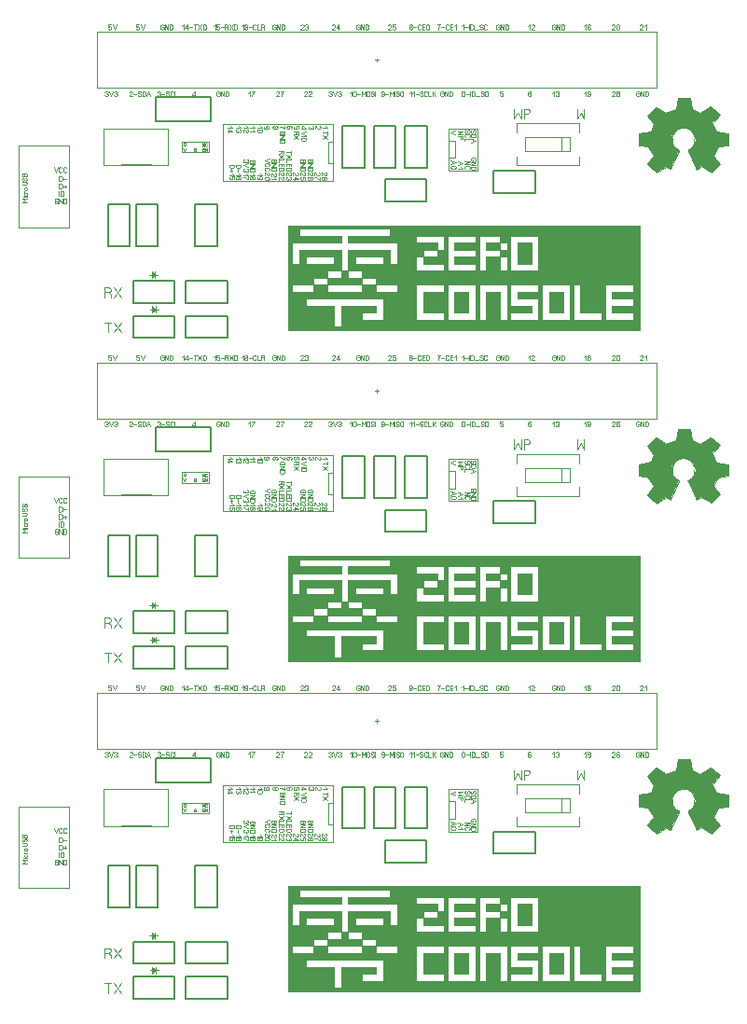
<source format=gbr>
%FSLAX34Y34*%
%MOMM*%
%LNCOPPER_BOTTOM*%
G71*
G01*
%ADD10C, 0.10*%
%ADD11C, 0.06*%
%ADD12C, 0.03*%
%ADD13C, 0.00*%
%ADD14C, 0.15*%
%ADD15C, 0.11*%
%ADD16R, 0.50X0.50*%
%LPD*%
G54D10*
X341312Y943372D02*
X341312Y940197D01*
G54D10*
X339725Y941784D02*
X342900Y941784D01*
G54D10*
X15883Y863953D02*
X15883Y790134D01*
X61921Y790134D01*
G54D10*
X62119Y790134D02*
X62119Y863953D01*
X16082Y863953D01*
G54D11*
X48229Y844585D02*
X49895Y840141D01*
X51562Y844585D01*
G54D11*
X55450Y840974D02*
X55117Y840418D01*
X54450Y840141D01*
X53784Y840141D01*
X53117Y840418D01*
X52784Y840974D01*
X52784Y843752D01*
X53117Y844307D01*
X53784Y844585D01*
X54450Y844585D01*
X55117Y844307D01*
X55450Y843752D01*
G54D11*
X59339Y840974D02*
X59006Y840418D01*
X58339Y840141D01*
X57673Y840141D01*
X57006Y840418D01*
X56673Y840974D01*
X56673Y843752D01*
X57006Y844307D01*
X57673Y844585D01*
X58339Y844585D01*
X59006Y844307D01*
X59339Y843752D01*
G54D11*
X52991Y831806D02*
X52991Y836251D01*
X54658Y836251D01*
X55324Y835973D01*
X55658Y835417D01*
X55658Y832640D01*
X55324Y832084D01*
X54658Y831806D01*
X52991Y831806D01*
G54D11*
X56880Y833751D02*
X59547Y833751D01*
G54D11*
X52991Y825059D02*
X52991Y829504D01*
X54658Y829504D01*
X55324Y829226D01*
X55658Y828670D01*
X55658Y825893D01*
X55324Y825337D01*
X54658Y825059D01*
X52991Y825059D01*
G54D11*
X56880Y827004D02*
X59547Y827004D01*
G54D11*
X58214Y828115D02*
X58214Y825893D01*
G54D11*
X52991Y818312D02*
X52991Y822757D01*
G54D11*
X54213Y818312D02*
X54213Y822757D01*
X55880Y822757D01*
X56546Y822479D01*
X56880Y821924D01*
X56880Y819146D01*
X56546Y818590D01*
X55880Y818312D01*
X54213Y818312D01*
G54D11*
X50356Y813788D02*
X51689Y813788D01*
X51689Y812399D01*
X51356Y811843D01*
X50689Y811566D01*
X50022Y811566D01*
X49356Y811843D01*
X49022Y812399D01*
X49022Y815177D01*
X49356Y815732D01*
X50022Y816010D01*
X50689Y816010D01*
X51356Y815732D01*
X51689Y815177D01*
G54D11*
X52911Y811566D02*
X52911Y816010D01*
X55578Y811566D01*
X55578Y816010D01*
G54D11*
X56800Y811566D02*
X56800Y816010D01*
X58467Y816010D01*
X59134Y815732D01*
X59467Y815177D01*
X59467Y812399D01*
X59134Y811843D01*
X58467Y811566D01*
X56800Y811566D01*
G54D11*
X23622Y812756D02*
X19178Y812756D01*
X21956Y814423D01*
X19178Y816090D01*
X23622Y816090D01*
G54D11*
X23622Y817311D02*
X21122Y817311D01*
G54D11*
X20289Y817311D02*
X20289Y817311D01*
G54D11*
X21289Y820200D02*
X21122Y819533D01*
X21289Y818867D01*
X21845Y818533D01*
X22956Y818533D01*
X23511Y818867D01*
X23622Y819533D01*
X23511Y820200D01*
G54D11*
X23622Y821422D02*
X21122Y821422D01*
G54D11*
X21678Y821422D02*
X21122Y822089D01*
X21122Y822756D01*
G54D11*
X22956Y825977D02*
X21845Y825977D01*
X21289Y825644D01*
X21122Y824977D01*
X21289Y824311D01*
X21845Y823977D01*
X22956Y823977D01*
X23511Y824311D01*
X23622Y824977D01*
X23511Y825644D01*
X22956Y825977D01*
G54D11*
X19178Y828488D02*
X22789Y828488D01*
X23345Y828822D01*
X23622Y829488D01*
X23622Y830155D01*
X23345Y830822D01*
X22789Y831155D01*
X19178Y831155D01*
G54D11*
X22789Y832377D02*
X23345Y832711D01*
X23622Y833377D01*
X23622Y834044D01*
X23345Y834711D01*
X22789Y835044D01*
X22234Y835044D01*
X21678Y834711D01*
X21400Y834044D01*
X21400Y833377D01*
X21122Y832711D01*
X20567Y832377D01*
X20011Y832377D01*
X19456Y832711D01*
X19178Y833377D01*
X19178Y834044D01*
X19456Y834711D01*
X20011Y835044D01*
G54D11*
X23622Y836266D02*
X19178Y836266D01*
X19178Y837933D01*
X19456Y838600D01*
X20011Y838933D01*
X20567Y838933D01*
X21122Y838600D01*
X21400Y837933D01*
X21678Y838600D01*
X22234Y838933D01*
X22789Y838933D01*
X23345Y838600D01*
X23622Y837933D01*
X23622Y836266D01*
G54D11*
X21400Y836266D02*
X21400Y837933D01*
G54D10*
X87312Y967184D02*
X595312Y967184D01*
X595312Y916384D01*
X87312Y916384D01*
X87312Y967184D01*
G54D10*
X301194Y832034D02*
X201578Y832034D01*
G54D10*
X301194Y883430D02*
X201578Y883430D01*
G54D10*
X301194Y832034D02*
X301194Y883430D01*
G54D10*
X201578Y832034D02*
X201578Y883430D01*
G54D10*
X301194Y847909D02*
X297225Y847909D01*
G54D10*
X301194Y867555D02*
X297225Y867555D01*
G54D10*
X297225Y847909D02*
X297225Y867555D01*
G54D11*
X294862Y881850D02*
X296528Y880183D01*
X292084Y880183D01*
G54D11*
X285734Y879183D02*
X285734Y881850D01*
X286012Y881850D01*
X286567Y881516D01*
X288234Y879516D01*
X288789Y879183D01*
X289345Y879183D01*
X289900Y879516D01*
X290178Y880183D01*
X290178Y880850D01*
X289900Y881516D01*
X289345Y881850D01*
G54D11*
X282995Y881850D02*
X283550Y881516D01*
X283828Y880850D01*
X283828Y880183D01*
X283550Y879516D01*
X282995Y879183D01*
X282439Y879183D01*
X281884Y879516D01*
X281606Y880183D01*
X281328Y879516D01*
X280773Y879183D01*
X280217Y879183D01*
X279662Y879516D01*
X279384Y880183D01*
X279384Y880850D01*
X279662Y881516D01*
X280217Y881850D01*
G54D11*
X272637Y879850D02*
X277081Y879850D01*
X274304Y881850D01*
X273748Y881850D01*
X273748Y879183D01*
G54D11*
X270334Y879183D02*
X270334Y881850D01*
X268390Y881850D01*
X268390Y881516D01*
X268668Y880850D01*
X268668Y880183D01*
X268390Y879516D01*
X267834Y879183D01*
X266723Y879183D01*
X266168Y879516D01*
X265890Y880183D01*
X265890Y880850D01*
X266168Y881516D01*
X266723Y881850D01*
G54D11*
X263151Y879183D02*
X263707Y879516D01*
X263984Y880183D01*
X263984Y880850D01*
X263707Y881516D01*
X263151Y881850D01*
X261762Y881850D01*
X261484Y881850D01*
X262040Y880849D01*
X262040Y880183D01*
X261762Y879516D01*
X261207Y879183D01*
X260373Y879183D01*
X259818Y879516D01*
X259540Y880183D01*
X259540Y880850D01*
X259818Y881516D01*
X260373Y881850D01*
X261762Y881850D01*
G54D11*
X257634Y881850D02*
X257634Y879183D01*
X257079Y879516D01*
X256246Y880183D01*
X255134Y880850D01*
X254301Y881183D01*
X253190Y881183D01*
G54D11*
X249062Y880183D02*
X249062Y880850D01*
X249340Y881516D01*
X249896Y881850D01*
X250451Y881850D01*
X251007Y881516D01*
X251284Y880850D01*
X251284Y880183D01*
X251007Y879516D01*
X250451Y879183D01*
X249896Y879183D01*
X249340Y879516D01*
X249062Y880183D01*
X248784Y879516D01*
X248229Y879183D01*
X247673Y879183D01*
X247118Y879516D01*
X246840Y880183D01*
X246840Y880850D01*
X247118Y881516D01*
X247673Y881850D01*
X248229Y881850D01*
X248784Y881516D01*
X249062Y880850D01*
G54D11*
X239736Y881850D02*
X239180Y881516D01*
X238902Y880850D01*
X238902Y880183D01*
X239180Y879516D01*
X239736Y879183D01*
X241125Y879183D01*
X241402Y879183D01*
X240847Y880183D01*
X240847Y880850D01*
X241125Y881516D01*
X241680Y881850D01*
X242514Y881850D01*
X243069Y881516D01*
X243347Y880850D01*
X243347Y880183D01*
X243069Y879516D01*
X242514Y879183D01*
X241125Y879183D01*
G54D11*
X235330Y881850D02*
X236997Y880183D01*
X232552Y880183D01*
G54D11*
X236164Y876294D02*
X233386Y876294D01*
X232830Y876627D01*
X232552Y877294D01*
X232552Y877960D01*
X232830Y878627D01*
X233386Y878960D01*
X236164Y878960D01*
X236719Y878627D01*
X236997Y877960D01*
X236997Y877294D01*
X236719Y876627D01*
X236164Y876294D01*
G54D11*
X228980Y881850D02*
X230647Y880183D01*
X226202Y880183D01*
G54D11*
X228980Y878960D02*
X230647Y877294D01*
X226202Y877294D01*
G54D11*
X222630Y881850D02*
X224297Y880183D01*
X219852Y880183D01*
G54D11*
X219852Y876294D02*
X219852Y878960D01*
X220130Y878960D01*
X220686Y878627D01*
X222352Y876627D01*
X222908Y876294D01*
X223464Y876294D01*
X224019Y876627D01*
X224297Y877294D01*
X224297Y877960D01*
X224019Y878627D01*
X223464Y878960D01*
G54D11*
X216280Y881850D02*
X217947Y880183D01*
X213502Y880183D01*
G54D11*
X217114Y878960D02*
X217669Y878627D01*
X217947Y877960D01*
X217947Y877294D01*
X217669Y876627D01*
X217114Y876294D01*
X216558Y876294D01*
X216002Y876627D01*
X215725Y877294D01*
X215447Y876627D01*
X214891Y876294D01*
X214336Y876294D01*
X213780Y876627D01*
X213502Y877294D01*
X213502Y877960D01*
X213780Y878627D01*
X214336Y878960D01*
G54D11*
X208343Y881850D02*
X210010Y880183D01*
X205565Y880183D01*
G54D11*
X205565Y876960D02*
X210009Y876960D01*
X207232Y878960D01*
X206676Y878960D01*
X206676Y876294D01*
G54D11*
X209930Y838987D02*
X211597Y837320D01*
X207152Y837320D01*
G54D11*
X211597Y833431D02*
X211597Y836098D01*
X209652Y836098D01*
X209652Y835765D01*
X209930Y835098D01*
X209930Y834431D01*
X209652Y833765D01*
X209097Y833431D01*
X207986Y833431D01*
X207430Y833765D01*
X207152Y834431D01*
X207152Y835098D01*
X207430Y835765D01*
X207986Y836098D01*
G54D11*
X216280Y838987D02*
X217947Y837320D01*
X213502Y837320D01*
G54D11*
X217114Y833431D02*
X217669Y833765D01*
X217947Y834431D01*
X217947Y835098D01*
X217669Y835765D01*
X217114Y836098D01*
X215725Y836098D01*
X215447Y836098D01*
X216002Y835098D01*
X216002Y834431D01*
X215725Y833765D01*
X215169Y833431D01*
X214336Y833431D01*
X213780Y833765D01*
X213502Y834431D01*
X213502Y835098D01*
X213780Y835765D01*
X214336Y836098D01*
X215725Y836098D01*
G54D11*
X222630Y838987D02*
X224297Y837320D01*
X219852Y837320D01*
G54D11*
X224297Y836098D02*
X224297Y833431D01*
X223741Y833765D01*
X222908Y834431D01*
X221797Y835098D01*
X220964Y835431D01*
X219852Y835431D01*
G54D11*
X228980Y838987D02*
X230647Y837320D01*
X226202Y837320D01*
G54D11*
X228425Y834431D02*
X228425Y835098D01*
X228702Y835765D01*
X229258Y836098D01*
X229814Y836098D01*
X230369Y835765D01*
X230647Y835098D01*
X230647Y834431D01*
X230369Y833765D01*
X229814Y833431D01*
X229258Y833431D01*
X228702Y833765D01*
X228425Y834431D01*
X228147Y833765D01*
X227591Y833431D01*
X227036Y833431D01*
X226480Y833765D01*
X226202Y834431D01*
X226202Y835098D01*
X226480Y835765D01*
X227036Y836098D01*
X227591Y836098D01*
X228147Y835765D01*
X228425Y835098D01*
G54D11*
X235330Y838987D02*
X236997Y837320D01*
X232552Y837320D01*
G54D11*
X233386Y836098D02*
X232830Y835765D01*
X232552Y835098D01*
X232552Y834431D01*
X232830Y833765D01*
X233386Y833431D01*
X234775Y833431D01*
X235052Y833431D01*
X234497Y834431D01*
X234497Y835098D01*
X234775Y835765D01*
X235330Y836098D01*
X236164Y836098D01*
X236719Y835765D01*
X236997Y835098D01*
X236997Y834431D01*
X236719Y833765D01*
X236164Y833431D01*
X234775Y833431D01*
G54D11*
X239299Y837114D02*
X239299Y839781D01*
X239577Y839781D01*
X240133Y839447D01*
X241799Y837447D01*
X242355Y837114D01*
X242910Y837114D01*
X243466Y837447D01*
X243744Y838114D01*
X243744Y838781D01*
X243466Y839447D01*
X242910Y839781D01*
G54D11*
X242910Y833225D02*
X240133Y833225D01*
X239577Y833558D01*
X239299Y834225D01*
X239299Y834892D01*
X239577Y835558D01*
X240133Y835892D01*
X242910Y835892D01*
X243466Y835558D01*
X243744Y834892D01*
X243744Y834225D01*
X243466Y833558D01*
X242910Y833225D01*
G54D11*
X245649Y836320D02*
X245649Y838987D01*
X245927Y838987D01*
X246483Y838654D01*
X248149Y836654D01*
X248705Y836320D01*
X249260Y836320D01*
X249816Y836654D01*
X250094Y837320D01*
X250094Y837987D01*
X249816Y838654D01*
X249260Y838987D01*
G54D11*
X248427Y835098D02*
X250094Y833431D01*
X245649Y833431D01*
G54D11*
X252396Y837114D02*
X252396Y839781D01*
X252674Y839781D01*
X253229Y839447D01*
X254896Y837447D01*
X255452Y837114D01*
X256007Y837114D01*
X256563Y837447D01*
X256841Y838114D01*
X256841Y838781D01*
X256563Y839447D01*
X256007Y839781D01*
G54D11*
X252396Y833225D02*
X252396Y835892D01*
X252674Y835892D01*
X253230Y835558D01*
X254896Y833558D01*
X255452Y833225D01*
X256007Y833225D01*
X256563Y833558D01*
X256841Y834225D01*
X256841Y834892D01*
X256563Y835558D01*
X256007Y835892D01*
G54D11*
X259143Y837114D02*
X259143Y839781D01*
X259421Y839781D01*
X259976Y839447D01*
X261643Y837447D01*
X262199Y837114D01*
X262754Y837114D01*
X263310Y837447D01*
X263588Y838114D01*
X263588Y838781D01*
X263310Y839447D01*
X262754Y839781D01*
G54D11*
X262754Y835892D02*
X263310Y835558D01*
X263588Y834892D01*
X263588Y834225D01*
X263310Y833558D01*
X262754Y833225D01*
X262199Y833225D01*
X261643Y833558D01*
X261365Y834225D01*
X261087Y833558D01*
X260532Y833225D01*
X259976Y833225D01*
X259421Y833558D01*
X259143Y834225D01*
X259143Y834892D01*
X259421Y835558D01*
X259976Y835892D01*
G54D11*
X265493Y837114D02*
X265493Y839781D01*
X265771Y839781D01*
X266326Y839447D01*
X267993Y837447D01*
X268549Y837114D01*
X269104Y837114D01*
X269660Y837447D01*
X269938Y838114D01*
X269938Y838781D01*
X269660Y839447D01*
X269104Y839781D01*
G54D11*
X265493Y833892D02*
X269938Y833892D01*
X267160Y835892D01*
X266604Y835892D01*
X266604Y833225D01*
G54D11*
X271843Y837114D02*
X271843Y839781D01*
X272121Y839781D01*
X272676Y839447D01*
X274343Y837447D01*
X274899Y837114D01*
X275454Y837114D01*
X276010Y837447D01*
X276288Y838114D01*
X276288Y838781D01*
X276010Y839447D01*
X275454Y839781D01*
G54D11*
X276288Y833225D02*
X276288Y835892D01*
X274343Y835892D01*
X274343Y835558D01*
X274621Y834892D01*
X274621Y834225D01*
X274343Y833558D01*
X273787Y833225D01*
X272676Y833225D01*
X272121Y833558D01*
X271843Y834225D01*
X271843Y834892D01*
X272121Y835558D01*
X272676Y835892D01*
G54D11*
X278590Y837114D02*
X278590Y839781D01*
X278868Y839781D01*
X279423Y839447D01*
X281090Y837447D01*
X281645Y837114D01*
X282201Y837114D01*
X282757Y837447D01*
X283034Y838114D01*
X283034Y838781D01*
X282757Y839447D01*
X282201Y839781D01*
G54D11*
X282201Y833225D02*
X282757Y833558D01*
X283034Y834225D01*
X283034Y834892D01*
X282757Y835558D01*
X282201Y835892D01*
X280812Y835892D01*
X280534Y835892D01*
X281090Y834892D01*
X281090Y834225D01*
X280812Y833558D01*
X280257Y833225D01*
X279423Y833225D01*
X278868Y833558D01*
X278590Y834225D01*
X278590Y834892D01*
X278868Y835558D01*
X279423Y835892D01*
X280812Y835892D01*
G54D11*
X284940Y837114D02*
X284940Y839781D01*
X285218Y839781D01*
X285773Y839447D01*
X287440Y837447D01*
X287996Y837114D01*
X288551Y837114D01*
X289107Y837447D01*
X289384Y838114D01*
X289384Y838781D01*
X289107Y839447D01*
X288551Y839781D01*
G54D11*
X289384Y835892D02*
X289384Y833225D01*
X288829Y833558D01*
X287996Y834225D01*
X286884Y834892D01*
X286051Y835225D01*
X284940Y835225D01*
G54D11*
X291290Y837114D02*
X291290Y839781D01*
X291568Y839781D01*
X292123Y839447D01*
X293790Y837447D01*
X294346Y837114D01*
X294901Y837114D01*
X295457Y837447D01*
X295734Y838114D01*
X295734Y838781D01*
X295457Y839447D01*
X294901Y839781D01*
G54D11*
X293512Y834225D02*
X293512Y834892D01*
X293790Y835558D01*
X294346Y835892D01*
X294901Y835892D01*
X295457Y835558D01*
X295734Y834892D01*
X295734Y834225D01*
X295457Y833558D01*
X294901Y833225D01*
X294346Y833225D01*
X293790Y833558D01*
X293512Y834225D01*
X293234Y833558D01*
X292679Y833225D01*
X292123Y833225D01*
X291568Y833558D01*
X291290Y834225D01*
X291290Y834892D01*
X291568Y835558D01*
X292123Y835892D01*
X292679Y835892D01*
X293234Y835558D01*
X293512Y834892D01*
G54D11*
X259143Y858291D02*
X263588Y858291D01*
G54D11*
X263588Y859624D02*
X263588Y856958D01*
G54D11*
X263588Y855736D02*
X259143Y852402D01*
G54D11*
X259143Y855736D02*
X263588Y852402D01*
G54D11*
X263588Y851180D02*
X259143Y851180D01*
X259143Y848847D01*
G54D11*
X259143Y845292D02*
X259143Y847626D01*
X263588Y847626D01*
X263588Y845292D01*
G54D11*
X261365Y847626D02*
X261365Y845292D01*
G54D11*
X259143Y844070D02*
X263587Y844070D01*
X263588Y842404D01*
X263310Y841737D01*
X262754Y841404D01*
X259976Y841404D01*
X259421Y841737D01*
X259143Y842404D01*
X259143Y844070D01*
G54D11*
X254618Y858291D02*
X254063Y857291D01*
X253507Y856958D01*
X252396Y856958D01*
G54D11*
X252396Y859624D02*
X256841Y859624D01*
X256840Y857958D01*
X256563Y857291D01*
X256007Y856958D01*
X255452Y856958D01*
X254896Y857291D01*
X254618Y857958D01*
X254618Y859624D01*
G54D11*
X256841Y855736D02*
X252396Y852402D01*
G54D11*
X252396Y855736D02*
X256841Y852402D01*
G54D11*
X256841Y851180D02*
X252396Y851180D01*
X252396Y848847D01*
G54D11*
X252396Y845292D02*
X252396Y847626D01*
X256841Y847626D01*
X256841Y845292D01*
G54D11*
X254618Y847626D02*
X254618Y845292D01*
G54D11*
X252396Y844070D02*
X256841Y844070D01*
X256841Y842404D01*
X256563Y841737D01*
X256007Y841404D01*
X253230Y841404D01*
X252674Y841737D01*
X252396Y842404D01*
X252396Y844070D01*
G54D11*
X213502Y846924D02*
X217947Y846924D01*
X217947Y845258D01*
X217669Y844591D01*
X217114Y844258D01*
X214336Y844258D01*
X213780Y844591D01*
X213502Y845258D01*
X213502Y846924D01*
G54D11*
X215447Y843036D02*
X215447Y840369D01*
G54D11*
X207152Y846924D02*
X211597Y846924D01*
X211597Y845258D01*
X211319Y844591D01*
X210764Y844258D01*
X207986Y844258D01*
X207430Y844591D01*
X207152Y845258D01*
X207152Y846924D01*
G54D11*
X209097Y843036D02*
X209097Y840369D01*
G54D11*
X210208Y841702D02*
X207986Y841702D01*
G54D11*
X292084Y875754D02*
X296528Y875754D01*
G54D11*
X296528Y877087D02*
X296528Y874420D01*
G54D11*
X296528Y873198D02*
X292084Y869865D01*
G54D11*
X292084Y873198D02*
X296528Y869865D01*
G54D11*
X268112Y875754D02*
X267557Y874754D01*
X267001Y874420D01*
X265890Y874420D01*
G54D11*
X265890Y877087D02*
X270334Y877087D01*
X270334Y875420D01*
X270057Y874754D01*
X269501Y874420D01*
X268946Y874420D01*
X268390Y874754D01*
X268112Y875420D01*
X268112Y877087D01*
G54D11*
X270334Y873198D02*
X265890Y869865D01*
G54D11*
X265890Y873198D02*
X270334Y869865D01*
G54D11*
X255412Y875754D02*
X255412Y874420D01*
X254023Y874420D01*
X253468Y874754D01*
X253190Y875420D01*
X253190Y876087D01*
X253468Y876754D01*
X254023Y877087D01*
X256801Y877087D01*
X257357Y876754D01*
X257634Y876087D01*
X257634Y875420D01*
X257357Y874754D01*
X256801Y874420D01*
G54D11*
X253190Y873198D02*
X257634Y873198D01*
X253190Y870531D01*
X257634Y870531D01*
G54D11*
X253190Y869309D02*
X257634Y869309D01*
X257634Y867642D01*
X257357Y866976D01*
X256801Y866642D01*
X254023Y866642D01*
X253468Y866976D01*
X253190Y867642D01*
X253190Y869309D01*
G54D11*
X280812Y850354D02*
X280812Y849020D01*
X279423Y849020D01*
X278868Y849354D01*
X278590Y850020D01*
X278590Y850687D01*
X278868Y851354D01*
X279423Y851687D01*
X282201Y851687D01*
X282757Y851354D01*
X283034Y850687D01*
X283034Y850020D01*
X282757Y849354D01*
X282201Y849020D01*
G54D11*
X278590Y847798D02*
X283034Y847798D01*
X278590Y845131D01*
X283034Y845131D01*
G54D11*
X278590Y843909D02*
X283034Y843909D01*
X283034Y842242D01*
X282757Y841576D01*
X282201Y841242D01*
X279423Y841242D01*
X278868Y841576D01*
X278590Y842242D01*
X278590Y843909D01*
G54D11*
X274065Y850354D02*
X274065Y849020D01*
X272676Y849020D01*
X272121Y849354D01*
X271843Y850020D01*
X271843Y850687D01*
X272121Y851354D01*
X272676Y851687D01*
X275454Y851687D01*
X276010Y851354D01*
X276288Y850687D01*
X276288Y850020D01*
X276010Y849354D01*
X275454Y849020D01*
G54D11*
X271843Y847798D02*
X276287Y847798D01*
X271843Y845131D01*
X276288Y845131D01*
G54D11*
X271843Y843909D02*
X276288Y843909D01*
X276288Y842242D01*
X276010Y841576D01*
X275454Y841242D01*
X272676Y841242D01*
X272121Y841576D01*
X271843Y842242D01*
X271843Y843909D01*
G54D11*
X247872Y850354D02*
X247872Y849020D01*
X246483Y849020D01*
X245927Y849354D01*
X245649Y850020D01*
X245649Y850687D01*
X245927Y851354D01*
X246483Y851687D01*
X249260Y851687D01*
X249816Y851354D01*
X250094Y850687D01*
X250094Y850020D01*
X249816Y849354D01*
X249260Y849020D01*
G54D11*
X245649Y847798D02*
X250094Y847798D01*
X245649Y845131D01*
X250094Y845131D01*
G54D11*
X245649Y843909D02*
X250094Y843909D01*
X250094Y842242D01*
X249816Y841576D01*
X249260Y841242D01*
X246483Y841242D01*
X245927Y841576D01*
X245649Y842242D01*
X245649Y843909D01*
G54D11*
X228425Y849560D02*
X228425Y848227D01*
X227036Y848227D01*
X226480Y848560D01*
X226202Y849227D01*
X226202Y849893D01*
X226480Y850560D01*
X227036Y850893D01*
X229814Y850893D01*
X230369Y850560D01*
X230647Y849893D01*
X230647Y849227D01*
X230369Y848560D01*
X229814Y848227D01*
G54D11*
X226202Y847004D02*
X230647Y847004D01*
X226202Y844338D01*
X230647Y844338D01*
G54D11*
X226202Y843115D02*
X230647Y843115D01*
X230647Y841449D01*
X230369Y840782D01*
X229814Y840449D01*
X227036Y840449D01*
X226480Y840782D01*
X226202Y841449D01*
X226202Y843115D01*
G54D11*
X277081Y877087D02*
X272637Y875420D01*
X277081Y873754D01*
G54D11*
X272637Y872532D02*
X277081Y872532D01*
G54D11*
X276248Y868643D02*
X273470Y868643D01*
X272915Y868977D01*
X272637Y869643D01*
X272637Y870310D01*
X272915Y870977D01*
X273470Y871310D01*
X276248Y871310D01*
X276804Y870977D01*
X277081Y870310D01*
X277081Y869643D01*
X276804Y868977D01*
X276248Y868643D01*
G54D11*
X223464Y851687D02*
X224019Y851354D01*
X224297Y850687D01*
X224297Y850020D01*
X224019Y849354D01*
X223464Y849020D01*
X222908Y849020D01*
X222352Y849354D01*
X222075Y850020D01*
X221797Y849354D01*
X221241Y849020D01*
X220686Y849020D01*
X220130Y849354D01*
X219852Y850020D01*
X219852Y850687D01*
X220130Y851354D01*
X220686Y851687D01*
G54D11*
X224297Y847798D02*
X219852Y846131D01*
X224297Y844465D01*
G54D11*
X223464Y843243D02*
X224019Y842910D01*
X224297Y842243D01*
X224297Y841576D01*
X224019Y840910D01*
X223464Y840576D01*
X222908Y840576D01*
X222352Y840910D01*
X222075Y841576D01*
X221797Y840910D01*
X221241Y840576D01*
X220686Y840576D01*
X220130Y840910D01*
X219852Y841576D01*
X219852Y842243D01*
X220130Y842910D01*
X220686Y843243D01*
G54D11*
X243761Y852487D02*
X239316Y850820D01*
X243761Y849154D01*
G54D11*
X240150Y845265D02*
X239594Y845599D01*
X239316Y846265D01*
X239316Y846932D01*
X239594Y847599D01*
X240150Y847932D01*
X242927Y847932D01*
X243483Y847599D01*
X243761Y846932D01*
X243761Y846265D01*
X243483Y845599D01*
X242927Y845265D01*
G54D11*
X240150Y841376D02*
X239594Y841710D01*
X239316Y842376D01*
X239316Y843043D01*
X239594Y843710D01*
X240150Y844043D01*
X242927Y844043D01*
X243483Y843710D01*
X243761Y843043D01*
X243761Y842376D01*
X243483Y841710D01*
X242927Y841376D01*
G54D10*
X163909Y867767D02*
X188516Y867767D01*
X188516Y858242D01*
X163909Y858242D01*
X163909Y867767D01*
G54D12*
X165497Y862100D02*
X166497Y859433D01*
X167497Y862100D01*
G54D12*
X176219Y860766D02*
X177019Y860766D01*
X177019Y859933D01*
X176819Y859600D01*
X176419Y859433D01*
X176019Y859433D01*
X175619Y859600D01*
X175419Y859933D01*
X175419Y861600D01*
X175619Y861933D01*
X176019Y862100D01*
X176419Y862100D01*
X176819Y861933D01*
X177019Y861600D01*
G54D12*
X184756Y859433D02*
X183356Y859433D01*
X183356Y862100D01*
X184756Y862100D01*
G54D12*
X183356Y860766D02*
X184756Y860766D01*
G54D12*
X185489Y859433D02*
X185489Y862100D01*
X187089Y859433D01*
X187089Y862100D01*
G54D12*
X167494Y866362D02*
X167494Y864695D01*
X167294Y864362D01*
X166894Y864195D01*
X166494Y864195D01*
X166094Y864362D01*
X165894Y864695D01*
X165894Y866362D01*
X166094Y866695D01*
X166494Y866862D01*
X166894Y866862D01*
X167294Y866695D01*
X167494Y866362D01*
G54D12*
X183356Y863798D02*
X183356Y866465D01*
X184956Y863798D01*
X184956Y866465D01*
G54D12*
X187289Y864298D02*
X187089Y863965D01*
X186689Y863798D01*
X186289Y863798D01*
X185889Y863965D01*
X185689Y864298D01*
X185689Y865965D01*
X185889Y866298D01*
X186289Y866465D01*
X186689Y866465D01*
X187089Y866298D01*
X187289Y865965D01*
G54D13*
X136128Y847328D02*
X109141Y847328D01*
G54D10*
X151805Y846534D02*
X93464Y846534D01*
X93464Y879872D01*
X151805Y879872D01*
X151805Y846534D01*
G54D10*
X406797Y879872D02*
X432991Y879872D01*
X432991Y841375D01*
X406797Y841375D01*
X406797Y879872D01*
G54D10*
X407591Y868759D02*
X412353Y868759D01*
X412353Y852884D01*
X407591Y852884D01*
G54D11*
X412823Y878000D02*
X408378Y876334D01*
X412823Y874667D01*
G54D11*
X419430Y877406D02*
X414986Y877406D01*
X417763Y875739D01*
X414986Y874072D01*
X419430Y874072D01*
G54D11*
X414986Y872851D02*
X419430Y872851D01*
X419430Y871184D01*
X419152Y870517D01*
X418597Y870184D01*
X418041Y870184D01*
X417486Y870517D01*
X417208Y871184D01*
X417208Y872851D01*
G54D11*
X421918Y878284D02*
X421362Y877951D01*
X421084Y877284D01*
X421084Y876618D01*
X421362Y875951D01*
X421918Y875618D01*
X422473Y875618D01*
X423029Y875951D01*
X423307Y876618D01*
X423307Y877284D01*
X423584Y877951D01*
X424140Y878284D01*
X424696Y878284D01*
X425251Y877951D01*
X425529Y877284D01*
X425529Y876618D01*
X425251Y875951D01*
X424696Y875618D01*
G54D11*
X421918Y871729D02*
X421362Y872062D01*
X421084Y872729D01*
X421084Y873395D01*
X421362Y874062D01*
X421918Y874395D01*
X424696Y874395D01*
X425251Y874062D01*
X425529Y873395D01*
X425529Y872729D01*
X425251Y872062D01*
X424696Y871729D01*
G54D11*
X425529Y870506D02*
X421084Y870506D01*
X421084Y868173D01*
G54D11*
X427474Y878284D02*
X426918Y877951D01*
X426641Y877284D01*
X426641Y876618D01*
X426918Y875951D01*
X427474Y875618D01*
X428030Y875618D01*
X428585Y875951D01*
X428863Y876618D01*
X428863Y877284D01*
X429141Y877951D01*
X429696Y878284D01*
X430252Y878284D01*
X430807Y877951D01*
X431085Y877284D01*
X431085Y876618D01*
X430807Y875951D01*
X430252Y875618D01*
G54D11*
X426641Y874395D02*
X431085Y874395D01*
X431085Y872729D01*
X430807Y872062D01*
X430252Y871729D01*
X427474Y871729D01*
X426918Y872062D01*
X426641Y872729D01*
X426641Y874395D01*
G54D11*
X426641Y870506D02*
X431085Y868840D01*
X426641Y867173D01*
G54D11*
X428307Y869840D02*
X428307Y867840D01*
G54D11*
X408384Y850503D02*
X412829Y848836D01*
X408384Y847170D01*
G54D11*
X410051Y849836D02*
X410051Y847836D01*
G54D11*
X411996Y843282D02*
X409218Y843282D01*
X408662Y843615D01*
X408384Y844282D01*
X408384Y844948D01*
X408662Y845615D01*
X409218Y845948D01*
X411996Y845948D01*
X412551Y845615D01*
X412829Y844948D01*
X412829Y844282D01*
X412551Y843615D01*
X411996Y843282D01*
G54D11*
X414734Y849709D02*
X419179Y848043D01*
X414734Y846376D01*
G54D11*
X416401Y849043D02*
X416401Y847043D01*
G54D11*
X417512Y845154D02*
X419179Y843488D01*
X414734Y843488D01*
G54D11*
X421084Y849709D02*
X425529Y849709D01*
X421084Y847043D01*
X425529Y847043D01*
G54D11*
X421918Y843154D02*
X421362Y843487D01*
X421084Y844154D01*
X421084Y844820D01*
X421362Y845487D01*
X421918Y845820D01*
X424696Y845820D01*
X425251Y845487D01*
X425529Y844820D01*
X425529Y844154D01*
X425251Y843487D01*
X424696Y843154D01*
G54D11*
X428863Y851551D02*
X428863Y850218D01*
X427474Y850218D01*
X426918Y850551D01*
X426641Y851218D01*
X426641Y851884D01*
X426918Y852551D01*
X427474Y852884D01*
X430252Y852884D01*
X430807Y852551D01*
X431085Y851884D01*
X431085Y851218D01*
X430807Y850551D01*
X430252Y850218D01*
G54D11*
X426641Y848995D02*
X431085Y848995D01*
X426641Y846329D01*
X431085Y846329D01*
G54D11*
X426641Y845106D02*
X431085Y845106D01*
X431085Y843440D01*
X430807Y842773D01*
X430252Y842440D01*
X427474Y842440D01*
X426918Y842773D01*
X426641Y843440D01*
X426641Y845106D01*
G54D14*
X205556Y741441D02*
X205556Y721441D01*
X167556Y721441D01*
X167556Y741441D01*
X205556Y741441D01*
G54D14*
X205556Y709691D02*
X205556Y689691D01*
X167556Y689691D01*
X167556Y709691D01*
X205556Y709691D01*
G54D14*
X157931Y709691D02*
X157931Y689691D01*
X119931Y689691D01*
X119931Y709691D01*
X157931Y709691D01*
G54D14*
X157931Y741441D02*
X157931Y721441D01*
X119931Y721441D01*
X119931Y741441D01*
X157931Y741441D01*
G54D15*
X97123Y731123D02*
X99123Y730011D01*
X99790Y728900D01*
X99790Y726678D01*
G54D15*
X94456Y726678D02*
X94456Y735567D01*
X97790Y735567D01*
X99123Y735011D01*
X99790Y733900D01*
X99790Y732789D01*
X99123Y731678D01*
X97790Y731123D01*
X94456Y731123D01*
G54D15*
X102233Y735567D02*
X108900Y726678D01*
G54D15*
X102233Y726678D02*
X108900Y735567D01*
G54D15*
X97123Y694928D02*
X97123Y703817D01*
G54D15*
X94456Y703817D02*
X99790Y703817D01*
G54D15*
X102233Y703817D02*
X108900Y694928D01*
G54D15*
X102233Y694928D02*
X108900Y703817D01*
G54D11*
X142081Y912852D02*
X142415Y913407D01*
X143081Y913685D01*
X143748Y913685D01*
X144415Y913407D01*
X144748Y912852D01*
X144748Y912296D01*
X144415Y911741D01*
X143748Y911463D01*
X144415Y911185D01*
X144748Y910630D01*
X144748Y910074D01*
X144415Y909518D01*
X143748Y909241D01*
X143081Y909241D01*
X142415Y909518D01*
X142081Y910074D01*
G54D11*
X145970Y911185D02*
X148637Y911185D01*
G54D11*
X149859Y910074D02*
X150193Y909518D01*
X150859Y909241D01*
X151526Y909241D01*
X152193Y909518D01*
X152526Y910074D01*
X152526Y910630D01*
X152193Y911185D01*
X151526Y911463D01*
X150859Y911463D01*
X150193Y911741D01*
X149859Y912296D01*
X149859Y912852D01*
X150193Y913407D01*
X150859Y913685D01*
X151526Y913685D01*
X152193Y913407D01*
X152526Y912852D01*
G54D11*
X156415Y910074D02*
X156082Y909518D01*
X155415Y909241D01*
X154748Y909241D01*
X154082Y909518D01*
X153748Y910074D01*
X153748Y912852D01*
X154082Y913407D01*
X154748Y913685D01*
X155415Y913685D01*
X156082Y913407D01*
X156415Y912852D01*
G54D11*
X157637Y913685D02*
X157637Y909241D01*
X159971Y909241D01*
G54D11*
X119348Y909241D02*
X116681Y909241D01*
X116681Y909518D01*
X117015Y910074D01*
X119015Y911741D01*
X119348Y912296D01*
X119348Y912852D01*
X119015Y913407D01*
X118348Y913685D01*
X117681Y913685D01*
X117015Y913407D01*
X116681Y912852D01*
G54D11*
X120570Y911185D02*
X123237Y911185D01*
G54D11*
X124459Y910074D02*
X124793Y909518D01*
X125459Y909241D01*
X126126Y909241D01*
X126793Y909518D01*
X127126Y910074D01*
X127126Y910630D01*
X126793Y911185D01*
X126126Y911463D01*
X125459Y911463D01*
X124793Y911741D01*
X124459Y912296D01*
X124459Y912852D01*
X124793Y913407D01*
X125459Y913685D01*
X126126Y913685D01*
X126793Y913407D01*
X127126Y912852D01*
G54D11*
X128348Y909241D02*
X128348Y913685D01*
X130015Y913685D01*
X130682Y913407D01*
X131015Y912852D01*
X131015Y910074D01*
X130682Y909518D01*
X130015Y909241D01*
X128348Y909241D01*
G54D11*
X132237Y909241D02*
X133904Y913685D01*
X135571Y909241D01*
G54D11*
X132904Y910907D02*
X134904Y910907D01*
G54D14*
X309856Y882203D02*
X329856Y882203D01*
X329856Y844203D01*
X309856Y844203D01*
X309856Y882203D01*
G54D14*
X338431Y882203D02*
X358431Y882203D01*
X358431Y844203D01*
X338431Y844203D01*
X338431Y882203D01*
G54D14*
X367006Y882203D02*
X387006Y882203D01*
X387006Y844203D01*
X367006Y844203D01*
X367006Y882203D01*
G54D14*
X446907Y821454D02*
X446907Y841454D01*
X484907Y841454D01*
X484907Y821454D01*
X446907Y821454D01*
G54D15*
X465805Y897485D02*
X465805Y888596D01*
X469138Y894152D01*
X472472Y888596D01*
X472472Y897485D01*
G54D15*
X474916Y888596D02*
X474916Y897485D01*
X478249Y897485D01*
X479583Y896929D01*
X480249Y895818D01*
X480249Y894707D01*
X479583Y893596D01*
X478249Y893040D01*
X474916Y893040D01*
G54D10*
X614362Y907256D02*
X625475Y907256D01*
X627856Y896938D01*
X635397Y893762D01*
X644525Y899716D01*
X652462Y892572D01*
X646112Y884634D01*
X649684Y876697D01*
X660797Y875109D01*
X660797Y864394D01*
X650875Y863203D01*
X647303Y854869D01*
X652462Y847328D01*
X644922Y839788D01*
X636191Y845344D01*
X631825Y842566D01*
X624284Y859234D01*
G54D10*
X615553Y859234D02*
X608012Y842962D01*
X603647Y844947D01*
X595312Y839391D01*
X586978Y846931D01*
X592931Y854869D01*
X589359Y863203D01*
X579041Y864394D01*
X579438Y875109D01*
X590153Y877094D01*
X592931Y883444D01*
X586978Y891778D01*
X594916Y899319D01*
X604044Y893762D01*
X612775Y896938D01*
X614362Y907256D01*
G54D10*
G75*
G01X624015Y859919D02*
G03X615810Y859919I-4103J9665D01*
G01*
G36*
X579438Y875109D02*
X590153Y877094D01*
X592931Y883444D01*
X586978Y891778D01*
X594916Y899319D01*
X604044Y893762D01*
X612775Y896938D01*
X614362Y907256D01*
X625475Y907256D01*
X627856Y896938D01*
X635397Y893762D01*
X644525Y899716D01*
X652462Y892572D01*
X646112Y884634D01*
X649684Y876697D01*
X660797Y875109D01*
X660797Y864394D01*
X650875Y863203D01*
X647303Y854869D01*
X652462Y847328D01*
X644922Y839788D01*
X636191Y845344D01*
X631825Y842566D01*
X623888Y860028D01*
X625078Y860425D01*
X626269Y861219D01*
X628650Y863600D01*
X630238Y866775D01*
X630634Y868759D01*
X630634Y870347D01*
X630238Y872728D01*
X629047Y875506D01*
X626666Y878284D01*
X624681Y879475D01*
X622697Y880269D01*
X620316Y880666D01*
X617934Y880269D01*
X614759Y879475D01*
X611981Y877094D01*
X609203Y873125D01*
X609203Y866775D01*
X610394Y864394D01*
X611981Y862012D01*
X614362Y860028D01*
X615950Y860028D01*
X608012Y842962D01*
X603647Y844947D01*
X595312Y839391D01*
X586978Y846931D01*
X592931Y854869D01*
X579438Y875109D01*
G37*
G54D10*
X579438Y875109D02*
X590153Y877094D01*
X592931Y883444D01*
X586978Y891778D01*
X594916Y899319D01*
X604044Y893762D01*
X612775Y896938D01*
X614362Y907256D01*
X625475Y907256D01*
X627856Y896938D01*
X635397Y893762D01*
X644525Y899716D01*
X652462Y892572D01*
X646112Y884634D01*
X649684Y876697D01*
X660797Y875109D01*
X660797Y864394D01*
X650875Y863203D01*
X647303Y854869D01*
X652462Y847328D01*
X644922Y839788D01*
X636191Y845344D01*
X631825Y842566D01*
X623888Y860028D01*
X625078Y860425D01*
X626269Y861219D01*
X628650Y863600D01*
X630238Y866775D01*
X630634Y868759D01*
X630634Y870347D01*
X630238Y872728D01*
X629047Y875506D01*
X626666Y878284D01*
X624681Y879475D01*
X622697Y880269D01*
X620316Y880666D01*
X617934Y880269D01*
X614759Y879475D01*
X611981Y877094D01*
X609203Y873125D01*
X609203Y866775D01*
X610394Y864394D01*
X611981Y862012D01*
X614362Y860028D01*
X615950Y860028D01*
X608012Y842962D01*
X603647Y844947D01*
X595312Y839391D01*
X586978Y846931D01*
X592931Y854869D01*
X579438Y875109D01*
G36*
X579438Y875109D02*
X579041Y864394D01*
X589359Y863203D01*
X579438Y875109D01*
G37*
G54D10*
X579438Y875109D02*
X579041Y864394D01*
X589359Y863203D01*
X579438Y875109D01*
G54D10*
X516334Y871538D02*
X516334Y858838D01*
X475853Y858838D01*
X475853Y871538D01*
X516334Y871538D01*
G54D10*
X509191Y871538D02*
X509191Y858838D01*
G54D10*
X525066Y875903D02*
X525066Y884238D01*
X467916Y884238D01*
X467916Y875903D01*
G54D10*
X467916Y854472D02*
X467916Y846138D01*
X525066Y846138D01*
G54D10*
X525066Y854472D02*
X525066Y846138D01*
G54D11*
X164306Y972343D02*
X165973Y974010D01*
X165973Y969566D01*
G54D11*
X169195Y969566D02*
X169195Y974010D01*
X167195Y971232D01*
X167195Y970677D01*
X169862Y970677D01*
G54D11*
X171084Y971510D02*
X173751Y971510D01*
G54D11*
X176307Y969566D02*
X176307Y974010D01*
G54D11*
X174973Y974010D02*
X177640Y974010D01*
G54D11*
X178862Y974010D02*
X182196Y969566D01*
G54D11*
X178862Y969566D02*
X182196Y974010D01*
G54D11*
X183417Y969566D02*
X183417Y974010D01*
X185084Y974010D01*
X185751Y973732D01*
X186084Y973177D01*
X186084Y970399D01*
X185751Y969843D01*
X185084Y969566D01*
X183417Y969566D01*
G54D11*
X192881Y972343D02*
X194548Y974010D01*
X194548Y969566D01*
G54D11*
X198437Y974010D02*
X195770Y974010D01*
X195770Y972066D01*
X196104Y972066D01*
X196770Y972343D01*
X197437Y972343D01*
X198104Y972066D01*
X198437Y971510D01*
X198437Y970399D01*
X198104Y969843D01*
X197437Y969566D01*
X196770Y969566D01*
X196104Y969843D01*
X195770Y970399D01*
G54D11*
X199659Y971510D02*
X202326Y971510D01*
G54D11*
X204882Y971788D02*
X205882Y971232D01*
X206215Y970677D01*
X206215Y969566D01*
G54D11*
X203548Y969566D02*
X203548Y974010D01*
X205215Y974010D01*
X205882Y973732D01*
X206215Y973177D01*
X206215Y972621D01*
X205882Y972066D01*
X205215Y971788D01*
X203548Y971788D01*
G54D11*
X207437Y974010D02*
X210771Y969566D01*
G54D11*
X207437Y969566D02*
X210771Y974010D01*
G54D11*
X211992Y969566D02*
X211992Y974010D01*
X213659Y974010D01*
X214326Y973732D01*
X214659Y973177D01*
X214659Y970399D01*
X214326Y969843D01*
X213659Y969566D01*
X211992Y969566D01*
G54D11*
X418306Y972343D02*
X419973Y974010D01*
X419973Y969566D01*
G54D11*
X421195Y971510D02*
X423862Y971510D01*
G54D11*
X425084Y969566D02*
X425084Y974010D01*
G54D11*
X426306Y969566D02*
X426306Y974010D01*
X427973Y974010D01*
X428640Y973732D01*
X428973Y973177D01*
X428973Y970399D01*
X428640Y969843D01*
X427973Y969566D01*
X426306Y969566D01*
G54D11*
X430195Y969566D02*
X433529Y969566D01*
G54D11*
X434750Y970399D02*
X435084Y969843D01*
X435750Y969566D01*
X436417Y969566D01*
X437084Y969843D01*
X437417Y970399D01*
X437417Y970954D01*
X437084Y971510D01*
X436417Y971788D01*
X435750Y971788D01*
X435084Y972066D01*
X434750Y972621D01*
X434750Y973177D01*
X435084Y973732D01*
X435750Y974010D01*
X436417Y974010D01*
X437084Y973732D01*
X437417Y973177D01*
G54D11*
X441306Y970399D02*
X440973Y969843D01*
X440306Y969566D01*
X439639Y969566D01*
X438973Y969843D01*
X438639Y970399D01*
X438639Y973177D01*
X438973Y973732D01*
X439639Y974010D01*
X440306Y974010D01*
X440973Y973732D01*
X441306Y973177D01*
G54D11*
X420973Y912852D02*
X420973Y910074D01*
X420640Y909518D01*
X419973Y909241D01*
X419306Y909241D01*
X418640Y909518D01*
X418306Y910074D01*
X418306Y912852D01*
X418640Y913407D01*
X419306Y913685D01*
X419973Y913685D01*
X420640Y913407D01*
X420973Y912852D01*
G54D11*
X422195Y911185D02*
X424862Y911185D01*
G54D11*
X426084Y909241D02*
X426084Y913685D01*
G54D11*
X427306Y909241D02*
X427306Y913685D01*
X428973Y913685D01*
X429640Y913407D01*
X429973Y912852D01*
X429973Y910074D01*
X429640Y909518D01*
X428973Y909241D01*
X427306Y909241D01*
G54D11*
X431195Y909241D02*
X434529Y909241D01*
G54D11*
X435750Y910074D02*
X436084Y909518D01*
X436750Y909241D01*
X437417Y909241D01*
X438084Y909518D01*
X438417Y910074D01*
X438417Y910630D01*
X438084Y911185D01*
X437417Y911463D01*
X436750Y911463D01*
X436084Y911741D01*
X435750Y912296D01*
X435750Y912852D01*
X436084Y913407D01*
X436750Y913685D01*
X437417Y913685D01*
X438084Y913407D01*
X438417Y912852D01*
G54D11*
X439639Y909241D02*
X439639Y913685D01*
X441306Y913685D01*
X441973Y913407D01*
X442306Y912852D01*
X442306Y910074D01*
X441973Y909518D01*
X441306Y909241D01*
X439639Y909241D01*
G54D11*
X146590Y971788D02*
X147923Y971788D01*
X147923Y970399D01*
X147590Y969843D01*
X146923Y969566D01*
X146256Y969566D01*
X145590Y969843D01*
X145256Y970399D01*
X145256Y973177D01*
X145590Y973732D01*
X146256Y974010D01*
X146923Y974010D01*
X147590Y973732D01*
X147923Y973177D01*
G54D11*
X149145Y969566D02*
X149145Y974010D01*
X151812Y969566D01*
X151812Y974010D01*
G54D11*
X153034Y969566D02*
X153034Y974010D01*
X154701Y974010D01*
X155368Y973732D01*
X155701Y973177D01*
X155701Y970399D01*
X155368Y969843D01*
X154701Y969566D01*
X153034Y969566D01*
G54D11*
X197390Y911463D02*
X198723Y911463D01*
X198723Y910074D01*
X198390Y909518D01*
X197723Y909241D01*
X197056Y909241D01*
X196390Y909518D01*
X196056Y910074D01*
X196056Y912852D01*
X196390Y913407D01*
X197056Y913685D01*
X197723Y913685D01*
X198390Y913407D01*
X198723Y912852D01*
G54D11*
X199945Y909241D02*
X199945Y913685D01*
X202612Y909241D01*
X202612Y913685D01*
G54D11*
X203834Y909241D02*
X203834Y913685D01*
X205501Y913685D01*
X206168Y913407D01*
X206501Y912852D01*
X206501Y910074D01*
X206168Y909518D01*
X205501Y909241D01*
X203834Y909241D01*
G54D11*
X248190Y971788D02*
X249523Y971788D01*
X249523Y970399D01*
X249190Y969843D01*
X248523Y969566D01*
X247856Y969566D01*
X247190Y969843D01*
X246856Y970399D01*
X246856Y973177D01*
X247190Y973732D01*
X247856Y974010D01*
X248523Y974010D01*
X249190Y973732D01*
X249523Y973177D01*
G54D11*
X250745Y969566D02*
X250745Y974010D01*
X253412Y969566D01*
X253412Y974010D01*
G54D11*
X254634Y969566D02*
X254634Y974010D01*
X256301Y974010D01*
X256968Y973732D01*
X257301Y973177D01*
X257301Y970399D01*
X256968Y969843D01*
X256301Y969566D01*
X254634Y969566D01*
G54D11*
X324390Y971788D02*
X325723Y971788D01*
X325723Y970399D01*
X325390Y969843D01*
X324723Y969566D01*
X324056Y969566D01*
X323390Y969843D01*
X323056Y970399D01*
X323056Y973177D01*
X323390Y973732D01*
X324056Y974010D01*
X324723Y974010D01*
X325390Y973732D01*
X325723Y973177D01*
G54D11*
X326945Y969566D02*
X326945Y974010D01*
X329612Y969566D01*
X329612Y974010D01*
G54D11*
X330834Y969566D02*
X330834Y974010D01*
X332501Y974010D01*
X333168Y973732D01*
X333501Y973177D01*
X333501Y970399D01*
X333168Y969843D01*
X332501Y969566D01*
X330834Y969566D01*
G54D11*
X451390Y971788D02*
X452723Y971788D01*
X452723Y970399D01*
X452390Y969843D01*
X451723Y969566D01*
X451056Y969566D01*
X450390Y969843D01*
X450056Y970399D01*
X450056Y973177D01*
X450390Y973732D01*
X451056Y974010D01*
X451723Y974010D01*
X452390Y973732D01*
X452723Y973177D01*
G54D11*
X453945Y969566D02*
X453945Y974010D01*
X456612Y969566D01*
X456612Y974010D01*
G54D11*
X457834Y969566D02*
X457834Y974010D01*
X459501Y974010D01*
X460168Y973732D01*
X460501Y973177D01*
X460501Y970399D01*
X460168Y969843D01*
X459501Y969566D01*
X457834Y969566D01*
G54D11*
X502190Y971788D02*
X503523Y971788D01*
X503523Y970399D01*
X503190Y969843D01*
X502523Y969566D01*
X501856Y969566D01*
X501190Y969843D01*
X500856Y970399D01*
X500856Y973177D01*
X501190Y973732D01*
X501856Y974010D01*
X502523Y974010D01*
X503190Y973732D01*
X503523Y973177D01*
G54D11*
X504745Y969566D02*
X504745Y974010D01*
X507412Y969566D01*
X507412Y974010D01*
G54D11*
X508634Y969566D02*
X508634Y974010D01*
X510301Y974010D01*
X510968Y973732D01*
X511301Y973177D01*
X511301Y970399D01*
X510968Y969843D01*
X510301Y969566D01*
X508634Y969566D01*
G54D11*
X578390Y911463D02*
X579723Y911463D01*
X579723Y910074D01*
X579390Y909518D01*
X578723Y909241D01*
X578056Y909241D01*
X577390Y909518D01*
X577056Y910074D01*
X577056Y912852D01*
X577390Y913407D01*
X578056Y913685D01*
X578723Y913685D01*
X579390Y913407D01*
X579723Y912852D01*
G54D11*
X580945Y909241D02*
X580945Y913685D01*
X583612Y909241D01*
X583612Y913685D01*
G54D11*
X584834Y909241D02*
X584834Y913685D01*
X586501Y913685D01*
X587168Y913407D01*
X587501Y912852D01*
X587501Y910074D01*
X587168Y909518D01*
X586501Y909241D01*
X584834Y909241D01*
G54D11*
X400590Y911463D02*
X401923Y911463D01*
X401923Y910074D01*
X401590Y909518D01*
X400923Y909241D01*
X400256Y909241D01*
X399590Y909518D01*
X399256Y910074D01*
X399256Y912852D01*
X399590Y913407D01*
X400256Y913685D01*
X400923Y913685D01*
X401590Y913407D01*
X401923Y912852D01*
G54D11*
X403145Y909241D02*
X403145Y913685D01*
X405812Y909241D01*
X405812Y913685D01*
G54D11*
X407034Y909241D02*
X407034Y913685D01*
X408701Y913685D01*
X409368Y913407D01*
X409701Y912852D01*
X409701Y910074D01*
X409368Y909518D01*
X408701Y909241D01*
X407034Y909241D01*
G54D11*
X100298Y974010D02*
X97631Y974010D01*
X97631Y972066D01*
X97965Y972066D01*
X98631Y972343D01*
X99298Y972343D01*
X99965Y972066D01*
X100298Y971510D01*
X100298Y970399D01*
X99965Y969843D01*
X99298Y969566D01*
X98631Y969566D01*
X97965Y969843D01*
X97631Y970399D01*
G54D11*
X101520Y974010D02*
X103187Y969566D01*
X104854Y974010D01*
G54D11*
X125698Y974010D02*
X123031Y974010D01*
X123031Y972066D01*
X123365Y972066D01*
X124031Y972343D01*
X124698Y972343D01*
X125365Y972066D01*
X125698Y971510D01*
X125698Y970399D01*
X125365Y969843D01*
X124698Y969566D01*
X124031Y969566D01*
X123365Y969843D01*
X123031Y970399D01*
G54D11*
X126920Y974010D02*
X128587Y969566D01*
X130254Y974010D01*
G54D11*
X94456Y912852D02*
X94790Y913407D01*
X95456Y913685D01*
X96123Y913685D01*
X96790Y913407D01*
X97123Y912852D01*
X97123Y912296D01*
X96790Y911741D01*
X96123Y911463D01*
X96790Y911185D01*
X97123Y910630D01*
X97123Y910074D01*
X96790Y909518D01*
X96123Y909241D01*
X95456Y909241D01*
X94790Y909518D01*
X94456Y910074D01*
G54D11*
X98345Y913685D02*
X100012Y909241D01*
X101679Y913685D01*
G54D11*
X102900Y912852D02*
X103234Y913407D01*
X103900Y913685D01*
X104567Y913685D01*
X105234Y913407D01*
X105567Y912852D01*
X105567Y912296D01*
X105234Y911741D01*
X104567Y911463D01*
X105234Y911185D01*
X105567Y910630D01*
X105567Y910074D01*
X105234Y909518D01*
X104567Y909241D01*
X103900Y909241D01*
X103234Y909518D01*
X102900Y910074D01*
G54D11*
X175831Y909241D02*
X175831Y913685D01*
X173831Y910907D01*
X173831Y910352D01*
X176498Y910352D01*
G54D11*
X218281Y972343D02*
X219948Y974010D01*
X219948Y969566D01*
G54D11*
X222837Y971788D02*
X222170Y971788D01*
X221504Y972066D01*
X221170Y972621D01*
X221170Y973177D01*
X221504Y973732D01*
X222170Y974010D01*
X222837Y974010D01*
X223504Y973732D01*
X223837Y973177D01*
X223837Y972621D01*
X223504Y972066D01*
X222837Y971788D01*
X223504Y971510D01*
X223837Y970954D01*
X223837Y970399D01*
X223504Y969843D01*
X222837Y969566D01*
X222170Y969566D01*
X221504Y969843D01*
X221170Y970399D01*
X221170Y970954D01*
X221504Y971510D01*
X222170Y971788D01*
G54D11*
X225059Y971510D02*
X227726Y971510D01*
G54D11*
X231615Y970399D02*
X231282Y969843D01*
X230615Y969566D01*
X229948Y969566D01*
X229282Y969843D01*
X228948Y970399D01*
X228948Y973177D01*
X229282Y973732D01*
X229948Y974010D01*
X230615Y974010D01*
X231282Y973732D01*
X231615Y973177D01*
G54D11*
X232837Y974010D02*
X232837Y969566D01*
X235171Y969566D01*
G54D11*
X237726Y971788D02*
X238726Y971232D01*
X239059Y970677D01*
X239059Y969566D01*
G54D11*
X236392Y969566D02*
X236392Y974010D01*
X238059Y974010D01*
X238726Y973732D01*
X239059Y973177D01*
X239059Y972621D01*
X238726Y972066D01*
X238059Y971788D01*
X236392Y971788D01*
G54D11*
X274923Y969566D02*
X272256Y969566D01*
X272256Y969843D01*
X272590Y970399D01*
X274590Y972066D01*
X274923Y972621D01*
X274923Y973177D01*
X274590Y973732D01*
X273923Y974010D01*
X273256Y974010D01*
X272590Y973732D01*
X272256Y973177D01*
G54D11*
X276145Y973177D02*
X276479Y973732D01*
X277145Y974010D01*
X277812Y974010D01*
X278479Y973732D01*
X278812Y973177D01*
X278812Y972621D01*
X278479Y972066D01*
X277812Y971788D01*
X278479Y971510D01*
X278812Y970954D01*
X278812Y970399D01*
X278479Y969843D01*
X277812Y969566D01*
X277145Y969566D01*
X276479Y969843D01*
X276145Y970399D01*
G54D11*
X303498Y969566D02*
X300831Y969566D01*
X300831Y969843D01*
X301165Y970399D01*
X303165Y972066D01*
X303498Y972621D01*
X303498Y973177D01*
X303165Y973732D01*
X302498Y974010D01*
X301831Y974010D01*
X301165Y973732D01*
X300831Y973177D01*
G54D11*
X306720Y969566D02*
X306720Y974010D01*
X304720Y971232D01*
X304720Y970677D01*
X307387Y970677D01*
G54D11*
X354298Y969566D02*
X351631Y969566D01*
X351631Y969843D01*
X351965Y970399D01*
X353965Y972066D01*
X354298Y972621D01*
X354298Y973177D01*
X353965Y973732D01*
X353298Y974010D01*
X352631Y974010D01*
X351965Y973732D01*
X351631Y973177D01*
G54D11*
X358187Y974010D02*
X355520Y974010D01*
X355520Y972066D01*
X355854Y972066D01*
X356520Y972343D01*
X357187Y972343D01*
X357854Y972066D01*
X358187Y971510D01*
X358187Y970399D01*
X357854Y969843D01*
X357187Y969566D01*
X356520Y969566D01*
X355854Y969843D01*
X355520Y970399D01*
G54D11*
X372348Y971788D02*
X371681Y971788D01*
X371015Y972066D01*
X370681Y972621D01*
X370681Y973177D01*
X371015Y973732D01*
X371681Y974010D01*
X372348Y974010D01*
X373015Y973732D01*
X373348Y973177D01*
X373348Y972621D01*
X373015Y972066D01*
X372348Y971788D01*
X373015Y971510D01*
X373348Y970954D01*
X373348Y970399D01*
X373015Y969843D01*
X372348Y969566D01*
X371681Y969566D01*
X371015Y969843D01*
X370681Y970399D01*
X370681Y970954D01*
X371015Y971510D01*
X371681Y971788D01*
G54D11*
X374570Y971510D02*
X377237Y971510D01*
G54D11*
X381126Y970399D02*
X380793Y969843D01*
X380126Y969566D01*
X379459Y969566D01*
X378793Y969843D01*
X378459Y970399D01*
X378459Y973177D01*
X378793Y973732D01*
X379459Y974010D01*
X380126Y974010D01*
X380793Y973732D01*
X381126Y973177D01*
G54D11*
X384682Y969566D02*
X382348Y969566D01*
X382348Y974010D01*
X384682Y974010D01*
G54D11*
X382348Y971788D02*
X384682Y971788D01*
G54D11*
X388570Y973177D02*
X388570Y970399D01*
X388237Y969843D01*
X387570Y969566D01*
X386903Y969566D01*
X386237Y969843D01*
X385903Y970399D01*
X385903Y973177D01*
X386237Y973732D01*
X386903Y974010D01*
X387570Y974010D01*
X388237Y973732D01*
X388570Y973177D01*
G54D11*
X396081Y974010D02*
X398748Y974010D01*
X398415Y973454D01*
X397748Y972621D01*
X397081Y971510D01*
X396748Y970677D01*
X396748Y969566D01*
G54D11*
X399970Y971510D02*
X402637Y971510D01*
G54D11*
X406526Y970399D02*
X406193Y969843D01*
X405526Y969566D01*
X404859Y969566D01*
X404193Y969843D01*
X403859Y970399D01*
X403859Y973177D01*
X404193Y973732D01*
X404859Y974010D01*
X405526Y974010D01*
X406193Y973732D01*
X406526Y973177D01*
G54D11*
X410082Y969566D02*
X407748Y969566D01*
X407748Y974010D01*
X410082Y974010D01*
G54D11*
X407748Y971788D02*
X410082Y971788D01*
G54D11*
X411303Y972343D02*
X412970Y974010D01*
X412970Y969566D01*
G54D11*
X478631Y972343D02*
X480298Y974010D01*
X480298Y969566D01*
G54D11*
X484187Y969566D02*
X481520Y969566D01*
X481520Y969843D01*
X481854Y970399D01*
X483854Y972066D01*
X484187Y972621D01*
X484187Y973177D01*
X483854Y973732D01*
X483187Y974010D01*
X482520Y974010D01*
X481854Y973732D01*
X481520Y973177D01*
G54D11*
X529431Y972343D02*
X531098Y974010D01*
X531098Y969566D01*
G54D11*
X534987Y973177D02*
X534654Y973732D01*
X533987Y974010D01*
X533320Y974010D01*
X532654Y973732D01*
X532320Y973177D01*
X532320Y971788D01*
X532320Y971510D01*
X533320Y972066D01*
X533987Y972066D01*
X534654Y971788D01*
X534987Y971232D01*
X534987Y970399D01*
X534654Y969843D01*
X533987Y969566D01*
X533320Y969566D01*
X532654Y969843D01*
X532320Y970399D01*
X532320Y971788D01*
G54D11*
X557498Y969566D02*
X554831Y969566D01*
X554831Y969843D01*
X555165Y970399D01*
X557165Y972066D01*
X557498Y972621D01*
X557498Y973177D01*
X557165Y973732D01*
X556498Y974010D01*
X555831Y974010D01*
X555165Y973732D01*
X554831Y973177D01*
G54D11*
X561387Y973177D02*
X561387Y970399D01*
X561054Y969843D01*
X560387Y969566D01*
X559720Y969566D01*
X559054Y969843D01*
X558720Y970399D01*
X558720Y973177D01*
X559054Y973732D01*
X559720Y974010D01*
X560387Y974010D01*
X561054Y973732D01*
X561387Y973177D01*
G54D11*
X582898Y969566D02*
X580231Y969566D01*
X580231Y969843D01*
X580565Y970399D01*
X582565Y972066D01*
X582898Y972621D01*
X582898Y973177D01*
X582565Y973732D01*
X581898Y974010D01*
X581231Y974010D01*
X580565Y973732D01*
X580231Y973177D01*
G54D11*
X584120Y972343D02*
X585787Y974010D01*
X585787Y969566D01*
G54D11*
X557498Y909241D02*
X554831Y909241D01*
X554831Y909518D01*
X555165Y910074D01*
X557165Y911741D01*
X557498Y912296D01*
X557498Y912852D01*
X557165Y913407D01*
X556498Y913685D01*
X555831Y913685D01*
X555165Y913407D01*
X554831Y912852D01*
G54D11*
X561387Y912852D02*
X561054Y913407D01*
X560387Y913685D01*
X559720Y913685D01*
X559054Y913407D01*
X558720Y912852D01*
X558720Y911463D01*
X558720Y911185D01*
X559720Y911741D01*
X560387Y911741D01*
X561054Y911463D01*
X561387Y910907D01*
X561387Y910074D01*
X561054Y909518D01*
X560387Y909241D01*
X559720Y909241D01*
X559054Y909518D01*
X558720Y910074D01*
X558720Y911463D01*
G54D11*
X529431Y912018D02*
X531098Y913685D01*
X531098Y909241D01*
G54D11*
X532320Y910074D02*
X532654Y909518D01*
X533320Y909241D01*
X533987Y909241D01*
X534654Y909518D01*
X534987Y910074D01*
X534987Y911463D01*
X534987Y911741D01*
X533987Y911185D01*
X533320Y911185D01*
X532654Y911463D01*
X532320Y912018D01*
X532320Y912852D01*
X532654Y913407D01*
X533320Y913685D01*
X533987Y913685D01*
X534654Y913407D01*
X534987Y912852D01*
X534987Y911463D01*
G54D11*
X500856Y912018D02*
X502523Y913685D01*
X502523Y909241D01*
G54D11*
X503745Y912852D02*
X504079Y913407D01*
X504745Y913685D01*
X505412Y913685D01*
X506079Y913407D01*
X506412Y912852D01*
X506412Y912296D01*
X506079Y911741D01*
X505412Y911463D01*
X506079Y911185D01*
X506412Y910630D01*
X506412Y910074D01*
X506079Y909518D01*
X505412Y909241D01*
X504745Y909241D01*
X504079Y909518D01*
X503745Y910074D01*
G54D11*
X481298Y912852D02*
X480965Y913407D01*
X480298Y913685D01*
X479631Y913685D01*
X478965Y913407D01*
X478631Y912852D01*
X478631Y911463D01*
X478631Y911185D01*
X479631Y911741D01*
X480298Y911741D01*
X480965Y911463D01*
X481298Y910907D01*
X481298Y910074D01*
X480965Y909518D01*
X480298Y909241D01*
X479631Y909241D01*
X478965Y909518D01*
X478631Y910074D01*
X478631Y911463D01*
G54D11*
X455898Y913685D02*
X453231Y913685D01*
X453231Y911741D01*
X453565Y911741D01*
X454231Y912018D01*
X454898Y912018D01*
X455565Y911741D01*
X455898Y911185D01*
X455898Y910074D01*
X455565Y909518D01*
X454898Y909241D01*
X454231Y909241D01*
X453565Y909518D01*
X453231Y910074D01*
G54D11*
X224631Y912018D02*
X226298Y913685D01*
X226298Y909241D01*
G54D11*
X227520Y913685D02*
X230187Y913685D01*
X229854Y913130D01*
X229187Y912296D01*
X228520Y911185D01*
X228187Y910352D01*
X228187Y909241D01*
G54D11*
X252698Y909241D02*
X250031Y909241D01*
X250031Y909518D01*
X250365Y910074D01*
X252365Y911741D01*
X252698Y912296D01*
X252698Y912852D01*
X252365Y913407D01*
X251698Y913685D01*
X251031Y913685D01*
X250365Y913407D01*
X250031Y912852D01*
G54D11*
X253920Y913685D02*
X256587Y913685D01*
X256254Y913130D01*
X255587Y912296D01*
X254920Y911185D01*
X254587Y910352D01*
X254587Y909241D01*
G54D11*
X278098Y909241D02*
X275431Y909241D01*
X275431Y909518D01*
X275765Y910074D01*
X277765Y911741D01*
X278098Y912296D01*
X278098Y912852D01*
X277765Y913407D01*
X277098Y913685D01*
X276431Y913685D01*
X275765Y913407D01*
X275431Y912852D01*
G54D11*
X281987Y909241D02*
X279320Y909241D01*
X279320Y909518D01*
X279654Y910074D01*
X281654Y911741D01*
X281987Y912296D01*
X281987Y912852D01*
X281654Y913407D01*
X280987Y913685D01*
X280320Y913685D01*
X279654Y913407D01*
X279320Y912852D01*
G54D11*
X297656Y912852D02*
X297990Y913407D01*
X298656Y913685D01*
X299323Y913685D01*
X299990Y913407D01*
X300323Y912852D01*
X300323Y912296D01*
X299990Y911741D01*
X299323Y911463D01*
X299990Y911185D01*
X300323Y910630D01*
X300323Y910074D01*
X299990Y909518D01*
X299323Y909241D01*
X298656Y909241D01*
X297990Y909518D01*
X297656Y910074D01*
G54D11*
X301545Y913685D02*
X303212Y909241D01*
X304879Y913685D01*
G54D11*
X306100Y912852D02*
X306434Y913407D01*
X307100Y913685D01*
X307767Y913685D01*
X308434Y913407D01*
X308767Y912852D01*
X308767Y912296D01*
X308434Y911741D01*
X307767Y911463D01*
X308434Y911185D01*
X308767Y910630D01*
X308767Y910074D01*
X308434Y909518D01*
X307767Y909241D01*
X307100Y909241D01*
X306434Y909518D01*
X306100Y910074D01*
G54D11*
X316706Y912018D02*
X318373Y913685D01*
X318373Y909241D01*
G54D11*
X322262Y912852D02*
X322262Y910074D01*
X321929Y909518D01*
X321262Y909241D01*
X320595Y909241D01*
X319929Y909518D01*
X319595Y910074D01*
X319595Y912852D01*
X319929Y913407D01*
X320595Y913685D01*
X321262Y913685D01*
X321929Y913407D01*
X322262Y912852D01*
G54D11*
X323484Y911185D02*
X326151Y911185D01*
G54D11*
X327373Y909241D02*
X327373Y913685D01*
X329040Y910907D01*
X330707Y913685D01*
X330707Y909241D01*
G54D11*
X334595Y912852D02*
X334595Y910074D01*
X334262Y909518D01*
X333595Y909241D01*
X332928Y909241D01*
X332262Y909518D01*
X331928Y910074D01*
X331928Y912852D01*
X332262Y913407D01*
X332928Y913685D01*
X333595Y913685D01*
X334262Y913407D01*
X334595Y912852D01*
G54D11*
X335817Y910074D02*
X336151Y909518D01*
X336817Y909241D01*
X337484Y909241D01*
X338151Y909518D01*
X338484Y910074D01*
X338484Y910630D01*
X338151Y911185D01*
X337484Y911463D01*
X336817Y911463D01*
X336151Y911741D01*
X335817Y912296D01*
X335817Y912852D01*
X336151Y913407D01*
X336817Y913685D01*
X337484Y913685D01*
X338151Y913407D01*
X338484Y912852D01*
G54D11*
X339706Y909241D02*
X339706Y913685D01*
G54D11*
X345281Y910074D02*
X345615Y909518D01*
X346281Y909241D01*
X346948Y909241D01*
X347615Y909518D01*
X347948Y910074D01*
X347948Y911463D01*
X347948Y911741D01*
X346948Y911185D01*
X346281Y911185D01*
X345615Y911463D01*
X345281Y912018D01*
X345281Y912852D01*
X345615Y913407D01*
X346281Y913685D01*
X346948Y913685D01*
X347615Y913407D01*
X347948Y912852D01*
X347948Y911463D01*
G54D11*
X349170Y911185D02*
X351837Y911185D01*
G54D11*
X353059Y909241D02*
X353059Y913685D01*
X354726Y910907D01*
X356393Y913685D01*
X356393Y909241D01*
G54D11*
X357614Y909241D02*
X357614Y913685D01*
G54D11*
X358836Y910074D02*
X359170Y909518D01*
X359836Y909241D01*
X360503Y909241D01*
X361170Y909518D01*
X361503Y910074D01*
X361503Y910630D01*
X361170Y911185D01*
X360503Y911463D01*
X359836Y911463D01*
X359170Y911741D01*
X358836Y912296D01*
X358836Y912852D01*
X359170Y913407D01*
X359836Y913685D01*
X360503Y913685D01*
X361170Y913407D01*
X361503Y912852D01*
G54D11*
X365392Y912852D02*
X365392Y910074D01*
X365059Y909518D01*
X364392Y909241D01*
X363725Y909241D01*
X363059Y909518D01*
X362725Y910074D01*
X362725Y912852D01*
X363059Y913407D01*
X363725Y913685D01*
X364392Y913685D01*
X365059Y913407D01*
X365392Y912852D01*
G54D11*
X370681Y912018D02*
X372348Y913685D01*
X372348Y909241D01*
G54D11*
X373570Y912018D02*
X375237Y913685D01*
X375237Y909241D01*
G54D11*
X376459Y911185D02*
X379126Y911185D01*
G54D11*
X380348Y910074D02*
X380682Y909518D01*
X381348Y909241D01*
X382015Y909241D01*
X382682Y909518D01*
X383015Y910074D01*
X383015Y910630D01*
X382682Y911185D01*
X382015Y911463D01*
X381348Y911463D01*
X380682Y911741D01*
X380348Y912296D01*
X380348Y912852D01*
X380682Y913407D01*
X381348Y913685D01*
X382015Y913685D01*
X382682Y913407D01*
X383015Y912852D01*
G54D11*
X386904Y910074D02*
X386571Y909518D01*
X385904Y909241D01*
X385237Y909241D01*
X384571Y909518D01*
X384237Y910074D01*
X384237Y912852D01*
X384571Y913407D01*
X385237Y913685D01*
X385904Y913685D01*
X386571Y913407D01*
X386904Y912852D01*
G54D11*
X388126Y913685D02*
X388126Y909241D01*
X390460Y909241D01*
G54D11*
X391681Y909241D02*
X391681Y913685D01*
G54D11*
X391681Y910630D02*
X394348Y913685D01*
G54D11*
X392681Y911463D02*
X394348Y909241D01*
G54D15*
X522955Y897485D02*
X522955Y888596D01*
X526288Y894152D01*
X529622Y888596D01*
X529622Y897485D01*
G36*
X137121Y744058D02*
X139899Y746836D01*
X137121Y749614D01*
X137121Y744058D01*
G37*
G54D10*
X137121Y744058D02*
X139899Y746836D01*
X137121Y749614D01*
X137121Y744058D01*
G54D10*
X142677Y746836D02*
X134739Y746836D01*
G54D10*
X139899Y744058D02*
X139899Y749614D01*
G36*
X137518Y712705D02*
X140296Y715483D01*
X137518Y718261D01*
X137518Y712705D01*
G37*
G54D10*
X137518Y712705D02*
X140296Y715483D01*
X137518Y718261D01*
X137518Y712705D01*
G54D10*
X143074Y715483D02*
X135136Y715483D01*
G54D10*
X140296Y712705D02*
X140296Y718261D01*
G54D14*
X196556Y772766D02*
X176556Y772766D01*
X176556Y810766D01*
X196556Y810766D01*
X196556Y772766D01*
G54D14*
X142581Y772766D02*
X122581Y772766D01*
X122581Y810766D01*
X142581Y810766D01*
X142581Y772766D01*
G54D14*
X117181Y772766D02*
X97181Y772766D01*
X97181Y810766D01*
X117181Y810766D01*
X117181Y772766D01*
G54D14*
X140606Y886334D02*
X140606Y908334D01*
X190606Y908334D01*
X190606Y886334D01*
X140606Y886334D01*
G54D14*
X348481Y813516D02*
X348481Y833516D01*
X386481Y833516D01*
X386481Y813516D01*
X348481Y813516D01*
G36*
X261144Y791766D02*
X362744Y791766D01*
X362744Y775891D01*
X315119Y775891D01*
X315119Y782241D01*
X353219Y782241D01*
X353219Y788591D01*
X270669Y788591D01*
X270669Y782241D01*
X308769Y782241D01*
X308769Y775891D01*
X264319Y775891D01*
X264319Y756841D01*
X308769Y756841D01*
X308769Y750491D01*
X296069Y750491D01*
X296069Y744141D01*
X283369Y744141D01*
X283369Y737791D01*
X264319Y737791D01*
X264319Y731441D01*
X362744Y731441D01*
X362744Y725091D01*
X277019Y725091D01*
X277019Y718741D01*
X302419Y718741D01*
X302419Y699691D01*
X362744Y699691D01*
X362744Y696516D01*
X261144Y696516D01*
X261144Y791766D01*
G37*
G54D10*
X261144Y791766D02*
X362744Y791766D01*
X362744Y775891D01*
X315119Y775891D01*
X315119Y782241D01*
X353219Y782241D01*
X353219Y788591D01*
X270669Y788591D01*
X270669Y782241D01*
X308769Y782241D01*
X308769Y775891D01*
X264319Y775891D01*
X264319Y756841D01*
X308769Y756841D01*
X308769Y750491D01*
X296069Y750491D01*
X296069Y744141D01*
X283369Y744141D01*
X283369Y737791D01*
X264319Y737791D01*
X264319Y731441D01*
X362744Y731441D01*
X362744Y725091D01*
X277019Y725091D01*
X277019Y718741D01*
X302419Y718741D01*
X302419Y699691D01*
X362744Y699691D01*
X362744Y696516D01*
X261144Y696516D01*
X261144Y791766D01*
G36*
X270669Y769541D02*
X308769Y769541D01*
X308769Y756841D01*
X302419Y756841D01*
X302419Y763191D01*
X277019Y763191D01*
X277019Y756841D01*
X270669Y756841D01*
X270669Y769541D01*
G37*
G54D10*
X270669Y769541D02*
X308769Y769541D01*
X308769Y756841D01*
X302419Y756841D01*
X302419Y763191D01*
X277019Y763191D01*
X277019Y756841D01*
X270669Y756841D01*
X270669Y769541D01*
G36*
X315119Y769541D02*
X353219Y769541D01*
X353219Y737791D01*
X346869Y737791D01*
X346869Y763191D01*
X321469Y763191D01*
X321469Y750491D01*
X315119Y750491D01*
X315119Y769541D01*
G37*
G54D10*
X315119Y769541D02*
X353219Y769541D01*
X353219Y737791D01*
X346869Y737791D01*
X346869Y763191D01*
X321469Y763191D01*
X321469Y750491D01*
X315119Y750491D01*
X315119Y769541D01*
G36*
X359569Y775891D02*
X362744Y775891D01*
X362744Y731441D01*
X359569Y731441D01*
X359569Y737791D01*
X353219Y737791D01*
X353219Y756841D01*
X359569Y756841D01*
X359569Y775891D01*
G37*
G54D10*
X359569Y775891D02*
X362744Y775891D01*
X362744Y731441D01*
X359569Y731441D01*
X359569Y737791D01*
X353219Y737791D01*
X353219Y756841D01*
X359569Y756841D01*
X359569Y775891D01*
G36*
X283369Y737791D02*
X296069Y737791D01*
X296069Y731441D01*
X283369Y731441D01*
X283369Y737791D01*
G37*
G54D10*
X283369Y737791D02*
X296069Y737791D01*
X296069Y731441D01*
X283369Y731441D01*
X283369Y737791D01*
G36*
X296069Y744141D02*
X308769Y744141D01*
X308769Y750491D01*
X315119Y750491D01*
X315119Y744141D01*
X327819Y744141D01*
X327819Y737791D01*
X296069Y737791D01*
X296069Y744141D01*
G37*
G54D10*
X296069Y744141D02*
X308769Y744141D01*
X308769Y750491D01*
X315119Y750491D01*
X315119Y744141D01*
X327819Y744141D01*
X327819Y737791D01*
X296069Y737791D01*
X296069Y744141D01*
G36*
X327819Y737791D02*
X340519Y737791D01*
X340519Y731441D01*
X327819Y731441D01*
X327819Y737791D01*
G37*
G54D10*
X327819Y737791D02*
X340519Y737791D01*
X340519Y731441D01*
X327819Y731441D01*
X327819Y737791D01*
G36*
X321469Y756841D02*
X346869Y756841D01*
X346869Y737791D01*
X340519Y737791D01*
X340519Y744141D01*
X327819Y744141D01*
X327819Y750491D01*
X321469Y750491D01*
X321469Y756841D01*
G37*
G54D10*
X321469Y756841D02*
X346869Y756841D01*
X346869Y737791D01*
X340519Y737791D01*
X340519Y744141D01*
X327819Y744141D01*
X327819Y750491D01*
X321469Y750491D01*
X321469Y756841D01*
G36*
X308769Y718741D02*
X340519Y718741D01*
X340519Y712391D01*
X327819Y712391D01*
X327819Y706041D01*
X346869Y706041D01*
X346869Y725091D01*
X362744Y725091D01*
X362744Y699691D01*
X308769Y699691D01*
X308769Y718741D01*
G37*
G54D10*
X308769Y718741D02*
X340519Y718741D01*
X340519Y712391D01*
X327819Y712391D01*
X327819Y706041D01*
X346869Y706041D01*
X346869Y725091D01*
X362744Y725091D01*
X362744Y699691D01*
X308769Y699691D01*
X308769Y718741D01*
X577056Y734616D02*
G54D16*
D03*
G36*
X362744Y791766D02*
X580231Y791766D01*
X580231Y782241D01*
X362744Y782241D01*
X362744Y791766D01*
G37*
G54D10*
X362744Y791766D02*
X580231Y791766D01*
X580231Y782241D01*
X362744Y782241D01*
X362744Y791766D01*
G36*
X580231Y782241D02*
X580231Y696516D01*
X362744Y696516D01*
X362744Y706041D01*
X573881Y706041D01*
X573881Y782241D01*
X580231Y782241D01*
G37*
G54D10*
X580231Y782241D02*
X580231Y696516D01*
X362744Y696516D01*
X362744Y706041D01*
X573881Y706041D01*
X573881Y782241D01*
X580231Y782241D01*
G36*
X362744Y782241D02*
X377031Y782241D01*
X377031Y750491D01*
X488156Y750491D01*
X488156Y783828D01*
X573881Y783828D01*
X573881Y737791D01*
X377031Y737791D01*
X377031Y706041D01*
X362744Y706041D01*
X362744Y782241D01*
G37*
G54D10*
X362744Y782241D02*
X377031Y782241D01*
X377031Y750491D01*
X488156Y750491D01*
X488156Y783828D01*
X573881Y783828D01*
X573881Y737791D01*
X377031Y737791D01*
X377031Y706041D01*
X362744Y706041D01*
X362744Y782241D01*
G36*
X383381Y731441D02*
X402431Y731441D01*
X402431Y737791D01*
X405606Y737791D01*
X405606Y706041D01*
X402431Y706041D01*
X402431Y712391D01*
X383381Y712391D01*
X383381Y731441D01*
G37*
G54D10*
X383381Y731441D02*
X402431Y731441D01*
X402431Y737791D01*
X405606Y737791D01*
X405606Y706041D01*
X402431Y706041D01*
X402431Y712391D01*
X383381Y712391D01*
X383381Y731441D01*
G36*
X411956Y731441D02*
X424656Y731441D01*
X424656Y712391D01*
X411956Y712391D01*
X411956Y731441D01*
G37*
G54D10*
X411956Y731441D02*
X424656Y731441D01*
X424656Y712391D01*
X411956Y712391D01*
X411956Y731441D01*
G36*
X431006Y737791D02*
X434181Y737791D01*
X434181Y706041D01*
X431006Y706041D01*
X431006Y737791D01*
G37*
G54D10*
X431006Y737791D02*
X434181Y737791D01*
X434181Y706041D01*
X431006Y706041D01*
X431006Y737791D01*
G36*
X440531Y731441D02*
X453231Y731441D01*
X453231Y706041D01*
X440531Y706041D01*
X440531Y731441D01*
G37*
G54D10*
X440531Y731441D02*
X453231Y731441D01*
X453231Y706041D01*
X440531Y706041D01*
X440531Y731441D01*
G36*
X459581Y737791D02*
X462756Y737791D01*
X462756Y706041D01*
X459581Y706041D01*
X459581Y737791D01*
G37*
G54D10*
X459581Y737791D02*
X462756Y737791D01*
X462756Y706041D01*
X459581Y706041D01*
X459581Y737791D01*
G36*
X469106Y731441D02*
X488156Y731441D01*
X488156Y737791D01*
X491331Y737791D01*
X491331Y706041D01*
X488156Y706041D01*
X488156Y725091D01*
X469106Y725091D01*
X469106Y731441D01*
G37*
G54D10*
X469106Y731441D02*
X488156Y731441D01*
X488156Y737791D01*
X491331Y737791D01*
X491331Y706041D01*
X488156Y706041D01*
X488156Y725091D01*
X469106Y725091D01*
X469106Y731441D01*
G36*
X462756Y718741D02*
X481806Y718741D01*
X481806Y712391D01*
X462756Y712391D01*
X462756Y718741D01*
G37*
G54D10*
X462756Y718741D02*
X481806Y718741D01*
X481806Y712391D01*
X462756Y712391D01*
X462756Y718741D01*
G36*
X497681Y731441D02*
X510381Y731441D01*
X510381Y712391D01*
X497681Y712391D01*
X497681Y731441D01*
G37*
G54D10*
X497681Y731441D02*
X510381Y731441D01*
X510381Y712391D01*
X497681Y712391D01*
X497681Y731441D01*
G36*
X516731Y737791D02*
X519906Y737791D01*
X519906Y706041D01*
X516731Y706041D01*
X516731Y737791D01*
G37*
G54D10*
X516731Y737791D02*
X519906Y737791D01*
X519906Y706041D01*
X516731Y706041D01*
X516731Y737791D01*
G36*
X526256Y737791D02*
X548481Y737791D01*
X548481Y706041D01*
X545306Y706041D01*
X545306Y712391D01*
X526256Y712391D01*
X526256Y737791D01*
G37*
G54D10*
X526256Y737791D02*
X548481Y737791D01*
X548481Y706041D01*
X545306Y706041D01*
X545306Y712391D01*
X526256Y712391D01*
X526256Y737791D01*
G36*
X554831Y731441D02*
X573881Y731441D01*
X573881Y725091D01*
X554831Y725091D01*
X554831Y731441D01*
G37*
G54D10*
X554831Y731441D02*
X573881Y731441D01*
X573881Y725091D01*
X554831Y725091D01*
X554831Y731441D01*
G36*
X554831Y718741D02*
X573881Y718741D01*
X573881Y712391D01*
X554831Y712391D01*
X554831Y718741D01*
G37*
G54D10*
X554831Y718741D02*
X573881Y718741D01*
X573881Y712391D01*
X554831Y712391D01*
X554831Y718741D01*
G36*
X377031Y775891D02*
X396081Y775891D01*
X396081Y769541D01*
X383381Y769541D01*
X383381Y763191D01*
X377031Y763191D01*
X377031Y775891D01*
G37*
G54D10*
X377031Y775891D02*
X396081Y775891D01*
X396081Y769541D01*
X383381Y769541D01*
X383381Y763191D01*
X377031Y763191D01*
X377031Y775891D01*
G36*
X402431Y782241D02*
X405606Y782241D01*
X405606Y750491D01*
X402431Y750491D01*
X402431Y756841D01*
X383381Y756841D01*
X383381Y763191D01*
X396081Y763191D01*
X396081Y769541D01*
X402431Y769541D01*
X402431Y782241D01*
G37*
G54D10*
X402431Y782241D02*
X405606Y782241D01*
X405606Y750491D01*
X402431Y750491D01*
X402431Y756841D01*
X383381Y756841D01*
X383381Y763191D01*
X396081Y763191D01*
X396081Y769541D01*
X402431Y769541D01*
X402431Y782241D01*
G36*
X431006Y782241D02*
X431006Y775891D01*
X411956Y775891D01*
X411956Y769541D01*
X431006Y769541D01*
X431006Y763191D01*
X411956Y763191D01*
X411956Y756841D01*
X431006Y756841D01*
X431006Y750491D01*
X434181Y750491D01*
X434181Y782241D01*
X431006Y782241D01*
G37*
G54D10*
X431006Y782241D02*
X431006Y775891D01*
X411956Y775891D01*
X411956Y769541D01*
X431006Y769541D01*
X431006Y763191D01*
X411956Y763191D01*
X411956Y756841D01*
X431006Y756841D01*
X431006Y750491D01*
X434181Y750491D01*
X434181Y782241D01*
X431006Y782241D01*
G36*
X440531Y763191D02*
X453231Y763191D01*
X453231Y750491D01*
X440531Y750491D01*
X440531Y763191D01*
G37*
G54D10*
X440531Y763191D02*
X453231Y763191D01*
X453231Y750491D01*
X440531Y750491D01*
X440531Y763191D01*
G36*
X440531Y775891D02*
X453231Y775891D01*
X453231Y769541D01*
X440531Y769541D01*
X440531Y775891D01*
G37*
G54D10*
X440531Y775891D02*
X453231Y775891D01*
X453231Y769541D01*
X440531Y769541D01*
X440531Y775891D01*
G36*
X459581Y750491D02*
X459581Y763191D01*
X453231Y763191D01*
X453231Y769541D01*
X459581Y769541D01*
X459581Y775891D01*
X453231Y775891D01*
X453231Y782241D01*
X462756Y782241D01*
X462756Y750491D01*
X459581Y750491D01*
G37*
G54D10*
X459581Y750491D02*
X459581Y763191D01*
X453231Y763191D01*
X453231Y769541D01*
X459581Y769541D01*
X459581Y775891D01*
X453231Y775891D01*
X453231Y782241D01*
X462756Y782241D01*
X462756Y750491D01*
X459581Y750491D01*
G36*
X469106Y775891D02*
X481806Y775891D01*
X481806Y756841D01*
X469106Y756841D01*
X469106Y775891D01*
G37*
G54D10*
X469106Y775891D02*
X481806Y775891D01*
X481806Y756841D01*
X469106Y756841D01*
X469106Y775891D01*
G54D10*
X341312Y643334D02*
X341312Y640159D01*
G54D10*
X339725Y641747D02*
X342900Y641747D01*
G54D10*
X15883Y563916D02*
X15883Y490097D01*
X61921Y490097D01*
G54D10*
X62119Y490097D02*
X62119Y563916D01*
X16082Y563916D01*
G54D11*
X48229Y544548D02*
X49895Y540103D01*
X51562Y544548D01*
G54D11*
X55450Y540936D02*
X55117Y540381D01*
X54450Y540103D01*
X53784Y540103D01*
X53117Y540381D01*
X52784Y540936D01*
X52784Y543714D01*
X53117Y544270D01*
X53784Y544548D01*
X54450Y544548D01*
X55117Y544270D01*
X55450Y543714D01*
G54D11*
X59339Y540936D02*
X59006Y540381D01*
X58339Y540103D01*
X57673Y540103D01*
X57006Y540381D01*
X56673Y540936D01*
X56673Y543714D01*
X57006Y544270D01*
X57673Y544548D01*
X58339Y544548D01*
X59006Y544270D01*
X59339Y543714D01*
G54D11*
X52991Y531769D02*
X52991Y536213D01*
X54658Y536213D01*
X55324Y535935D01*
X55658Y535380D01*
X55658Y532602D01*
X55324Y532046D01*
X54658Y531769D01*
X52991Y531769D01*
G54D11*
X56880Y533713D02*
X59547Y533713D01*
G54D11*
X52991Y525022D02*
X52991Y529466D01*
X54658Y529466D01*
X55324Y529188D01*
X55658Y528633D01*
X55658Y525855D01*
X55324Y525300D01*
X54658Y525022D01*
X52991Y525022D01*
G54D11*
X56880Y526966D02*
X59547Y526966D01*
G54D11*
X58214Y528078D02*
X58214Y525855D01*
G54D11*
X52991Y518275D02*
X52991Y522720D01*
G54D11*
X54213Y518275D02*
X54213Y522720D01*
X55880Y522720D01*
X56546Y522442D01*
X56880Y521886D01*
X56880Y519108D01*
X56546Y518553D01*
X55880Y518275D01*
X54213Y518275D01*
G54D11*
X50356Y513750D02*
X51689Y513750D01*
X51689Y512362D01*
X51356Y511806D01*
X50689Y511528D01*
X50022Y511528D01*
X49356Y511806D01*
X49022Y512362D01*
X49022Y515139D01*
X49356Y515695D01*
X50022Y515972D01*
X50689Y515972D01*
X51356Y515695D01*
X51689Y515139D01*
G54D11*
X52911Y511528D02*
X52911Y515972D01*
X55578Y511528D01*
X55578Y515972D01*
G54D11*
X56800Y511528D02*
X56800Y515972D01*
X58467Y515972D01*
X59134Y515695D01*
X59467Y515139D01*
X59467Y512362D01*
X59134Y511806D01*
X58467Y511528D01*
X56800Y511528D01*
G54D11*
X23622Y512719D02*
X19178Y512719D01*
X21956Y514385D01*
X19178Y516052D01*
X23622Y516052D01*
G54D11*
X23622Y517274D02*
X21122Y517274D01*
G54D11*
X20289Y517274D02*
X20289Y517274D01*
G54D11*
X21289Y520162D02*
X21122Y519496D01*
X21289Y518829D01*
X21845Y518496D01*
X22956Y518496D01*
X23511Y518829D01*
X23622Y519496D01*
X23511Y520162D01*
G54D11*
X23622Y521385D02*
X21122Y521385D01*
G54D11*
X21678Y521385D02*
X21122Y522051D01*
X21122Y522718D01*
G54D11*
X22956Y525940D02*
X21845Y525940D01*
X21289Y525606D01*
X21122Y524940D01*
X21289Y524273D01*
X21845Y523940D01*
X22956Y523940D01*
X23511Y524273D01*
X23622Y524940D01*
X23511Y525606D01*
X22956Y525940D01*
G54D11*
X19178Y528451D02*
X22789Y528451D01*
X23345Y528784D01*
X23622Y529451D01*
X23622Y530117D01*
X23345Y530784D01*
X22789Y531117D01*
X19178Y531117D01*
G54D11*
X22789Y532340D02*
X23345Y532673D01*
X23622Y533340D01*
X23622Y534006D01*
X23345Y534673D01*
X22789Y535006D01*
X22234Y535006D01*
X21678Y534673D01*
X21400Y534006D01*
X21400Y533340D01*
X21122Y532673D01*
X20567Y532340D01*
X20011Y532340D01*
X19456Y532673D01*
X19178Y533340D01*
X19178Y534006D01*
X19456Y534673D01*
X20011Y535006D01*
G54D11*
X23622Y536229D02*
X19178Y536229D01*
X19178Y537895D01*
X19456Y538562D01*
X20011Y538895D01*
X20567Y538895D01*
X21122Y538562D01*
X21400Y537895D01*
X21678Y538562D01*
X22234Y538895D01*
X22789Y538895D01*
X23345Y538562D01*
X23622Y537895D01*
X23622Y536229D01*
G54D11*
X21400Y536229D02*
X21400Y537895D01*
G54D10*
X87312Y667147D02*
X595312Y667147D01*
X595312Y616347D01*
X87312Y616347D01*
X87312Y667147D01*
G54D10*
X301194Y531997D02*
X201578Y531997D01*
G54D10*
X301194Y583392D02*
X201578Y583392D01*
G54D10*
X301194Y531997D02*
X301194Y583392D01*
G54D10*
X201578Y531997D02*
X201578Y583392D01*
G54D10*
X301194Y547872D02*
X297225Y547872D01*
G54D10*
X301194Y567517D02*
X297225Y567517D01*
G54D10*
X297225Y547872D02*
X297225Y567517D01*
G54D11*
X294862Y581812D02*
X296528Y580145D01*
X292084Y580145D01*
G54D11*
X285734Y579145D02*
X285734Y581812D01*
X286012Y581812D01*
X286567Y581479D01*
X288234Y579479D01*
X288789Y579145D01*
X289345Y579145D01*
X289900Y579479D01*
X290178Y580145D01*
X290178Y580812D01*
X289900Y581479D01*
X289345Y581812D01*
G54D11*
X282995Y581812D02*
X283550Y581479D01*
X283828Y580812D01*
X283828Y580145D01*
X283550Y579479D01*
X282995Y579145D01*
X282439Y579145D01*
X281884Y579479D01*
X281606Y580145D01*
X281328Y579479D01*
X280773Y579145D01*
X280217Y579145D01*
X279662Y579479D01*
X279384Y580145D01*
X279384Y580812D01*
X279662Y581479D01*
X280217Y581812D01*
G54D11*
X272637Y579812D02*
X277081Y579812D01*
X274304Y581812D01*
X273748Y581812D01*
X273748Y579145D01*
G54D11*
X270334Y579145D02*
X270334Y581812D01*
X268390Y581812D01*
X268390Y581479D01*
X268668Y580812D01*
X268668Y580145D01*
X268390Y579479D01*
X267834Y579145D01*
X266723Y579145D01*
X266168Y579479D01*
X265890Y580145D01*
X265890Y580812D01*
X266168Y581479D01*
X266723Y581812D01*
G54D11*
X263151Y579145D02*
X263707Y579479D01*
X263984Y580145D01*
X263984Y580812D01*
X263707Y581479D01*
X263151Y581812D01*
X261762Y581812D01*
X261484Y581812D01*
X262040Y580812D01*
X262040Y580145D01*
X261762Y579479D01*
X261207Y579145D01*
X260373Y579145D01*
X259818Y579479D01*
X259540Y580145D01*
X259540Y580812D01*
X259818Y581479D01*
X260373Y581812D01*
X261762Y581812D01*
G54D11*
X257634Y581812D02*
X257634Y579145D01*
X257079Y579479D01*
X256246Y580145D01*
X255134Y580812D01*
X254301Y581145D01*
X253190Y581145D01*
G54D11*
X249062Y580145D02*
X249062Y580812D01*
X249340Y581479D01*
X249896Y581812D01*
X250451Y581812D01*
X251007Y581479D01*
X251284Y580812D01*
X251284Y580145D01*
X251007Y579479D01*
X250451Y579145D01*
X249896Y579145D01*
X249340Y579479D01*
X249062Y580145D01*
X248784Y579479D01*
X248229Y579145D01*
X247673Y579145D01*
X247118Y579479D01*
X246840Y580145D01*
X246840Y580812D01*
X247118Y581479D01*
X247673Y581812D01*
X248229Y581812D01*
X248784Y581479D01*
X249062Y580812D01*
G54D11*
X239736Y581812D02*
X239180Y581479D01*
X238902Y580812D01*
X238902Y580145D01*
X239180Y579479D01*
X239736Y579145D01*
X241125Y579145D01*
X241402Y579145D01*
X240847Y580145D01*
X240847Y580812D01*
X241125Y581479D01*
X241680Y581812D01*
X242514Y581812D01*
X243069Y581479D01*
X243347Y580812D01*
X243347Y580145D01*
X243069Y579479D01*
X242514Y579145D01*
X241125Y579145D01*
G54D11*
X235330Y581812D02*
X236997Y580145D01*
X232552Y580145D01*
G54D11*
X236164Y576256D02*
X233386Y576256D01*
X232830Y576590D01*
X232552Y577256D01*
X232552Y577923D01*
X232830Y578590D01*
X233386Y578923D01*
X236164Y578923D01*
X236719Y578590D01*
X236997Y577923D01*
X236997Y577256D01*
X236719Y576590D01*
X236164Y576256D01*
G54D11*
X228980Y581812D02*
X230647Y580145D01*
X226202Y580145D01*
G54D11*
X228980Y578923D02*
X230647Y577256D01*
X226202Y577256D01*
G54D11*
X222630Y581812D02*
X224297Y580145D01*
X219852Y580145D01*
G54D11*
X219852Y576256D02*
X219852Y578923D01*
X220130Y578923D01*
X220686Y578590D01*
X222352Y576590D01*
X222908Y576256D01*
X223464Y576256D01*
X224019Y576590D01*
X224297Y577256D01*
X224297Y577923D01*
X224019Y578590D01*
X223464Y578923D01*
G54D11*
X216280Y581812D02*
X217947Y580145D01*
X213502Y580145D01*
G54D11*
X217114Y578923D02*
X217669Y578590D01*
X217947Y577923D01*
X217947Y577256D01*
X217669Y576590D01*
X217114Y576256D01*
X216558Y576256D01*
X216002Y576590D01*
X215725Y577256D01*
X215447Y576590D01*
X214891Y576256D01*
X214336Y576256D01*
X213780Y576590D01*
X213502Y577256D01*
X213502Y577923D01*
X213780Y578590D01*
X214336Y578923D01*
G54D11*
X208343Y581812D02*
X210010Y580145D01*
X205565Y580145D01*
G54D11*
X205565Y576923D02*
X210009Y576923D01*
X207232Y578923D01*
X206676Y578923D01*
X206676Y576256D01*
G54D11*
X209930Y538950D02*
X211597Y537283D01*
X207152Y537283D01*
G54D11*
X211597Y533394D02*
X211597Y536060D01*
X209652Y536060D01*
X209652Y535727D01*
X209930Y535060D01*
X209930Y534394D01*
X209652Y533727D01*
X209097Y533394D01*
X207986Y533394D01*
X207430Y533727D01*
X207152Y534394D01*
X207152Y535060D01*
X207430Y535727D01*
X207986Y536060D01*
G54D11*
X216280Y538950D02*
X217947Y537283D01*
X213502Y537283D01*
G54D11*
X217114Y533394D02*
X217669Y533727D01*
X217947Y534394D01*
X217947Y535060D01*
X217669Y535727D01*
X217114Y536060D01*
X215725Y536060D01*
X215447Y536060D01*
X216002Y535060D01*
X216002Y534394D01*
X215725Y533727D01*
X215169Y533394D01*
X214336Y533394D01*
X213780Y533727D01*
X213502Y534394D01*
X213502Y535060D01*
X213780Y535727D01*
X214336Y536060D01*
X215725Y536060D01*
G54D11*
X222630Y538950D02*
X224297Y537283D01*
X219852Y537283D01*
G54D11*
X224297Y536060D02*
X224297Y533394D01*
X223741Y533727D01*
X222908Y534394D01*
X221797Y535060D01*
X220964Y535394D01*
X219852Y535394D01*
G54D11*
X228980Y538950D02*
X230647Y537283D01*
X226202Y537283D01*
G54D11*
X228425Y534394D02*
X228425Y535060D01*
X228702Y535727D01*
X229258Y536060D01*
X229814Y536060D01*
X230369Y535727D01*
X230647Y535060D01*
X230647Y534394D01*
X230369Y533727D01*
X229814Y533394D01*
X229258Y533394D01*
X228702Y533727D01*
X228425Y534394D01*
X228147Y533727D01*
X227591Y533394D01*
X227036Y533394D01*
X226480Y533727D01*
X226202Y534394D01*
X226202Y535060D01*
X226480Y535727D01*
X227036Y536060D01*
X227591Y536060D01*
X228147Y535727D01*
X228425Y535060D01*
G54D11*
X235330Y538950D02*
X236997Y537283D01*
X232552Y537283D01*
G54D11*
X233386Y536060D02*
X232830Y535727D01*
X232552Y535060D01*
X232552Y534394D01*
X232830Y533727D01*
X233386Y533394D01*
X234775Y533394D01*
X235052Y533394D01*
X234497Y534394D01*
X234497Y535060D01*
X234775Y535727D01*
X235330Y536060D01*
X236164Y536060D01*
X236719Y535727D01*
X236997Y535060D01*
X236997Y534394D01*
X236719Y533727D01*
X236164Y533394D01*
X234775Y533394D01*
G54D11*
X239299Y537076D02*
X239299Y539743D01*
X239577Y539743D01*
X240133Y539410D01*
X241799Y537410D01*
X242355Y537077D01*
X242910Y537076D01*
X243466Y537410D01*
X243744Y538076D01*
X243744Y538743D01*
X243466Y539410D01*
X242910Y539743D01*
G54D11*
X242910Y533188D02*
X240133Y533188D01*
X239577Y533521D01*
X239299Y534188D01*
X239299Y534854D01*
X239577Y535521D01*
X240133Y535854D01*
X242910Y535854D01*
X243466Y535521D01*
X243744Y534854D01*
X243744Y534188D01*
X243466Y533521D01*
X242910Y533188D01*
G54D11*
X245649Y536283D02*
X245649Y538950D01*
X245927Y538950D01*
X246483Y538616D01*
X248149Y536616D01*
X248705Y536283D01*
X249260Y536283D01*
X249816Y536616D01*
X250094Y537283D01*
X250094Y537950D01*
X249816Y538616D01*
X249260Y538949D01*
G54D11*
X248427Y535060D02*
X250094Y533394D01*
X245649Y533394D01*
G54D11*
X252396Y537077D02*
X252396Y539743D01*
X252674Y539743D01*
X253229Y539410D01*
X254896Y537410D01*
X255452Y537076D01*
X256007Y537077D01*
X256563Y537410D01*
X256841Y538076D01*
X256841Y538743D01*
X256563Y539410D01*
X256007Y539743D01*
G54D11*
X252396Y533188D02*
X252396Y535854D01*
X252674Y535854D01*
X253230Y535521D01*
X254896Y533521D01*
X255452Y533188D01*
X256007Y533188D01*
X256563Y533521D01*
X256841Y534188D01*
X256841Y534854D01*
X256563Y535521D01*
X256007Y535854D01*
G54D11*
X259143Y537076D02*
X259143Y539743D01*
X259421Y539743D01*
X259976Y539410D01*
X261643Y537410D01*
X262199Y537077D01*
X262754Y537077D01*
X263310Y537410D01*
X263588Y538076D01*
X263588Y538743D01*
X263310Y539410D01*
X262754Y539743D01*
G54D11*
X262754Y535854D02*
X263310Y535521D01*
X263588Y534854D01*
X263588Y534188D01*
X263310Y533521D01*
X262754Y533188D01*
X262199Y533188D01*
X261643Y533521D01*
X261365Y534188D01*
X261087Y533521D01*
X260532Y533188D01*
X259976Y533188D01*
X259421Y533521D01*
X259143Y534188D01*
X259143Y534854D01*
X259421Y535521D01*
X259976Y535854D01*
G54D11*
X265493Y537077D02*
X265493Y539743D01*
X265771Y539743D01*
X266326Y539410D01*
X267993Y537410D01*
X268549Y537077D01*
X269104Y537076D01*
X269660Y537410D01*
X269938Y538077D01*
X269938Y538743D01*
X269660Y539410D01*
X269104Y539743D01*
G54D11*
X265493Y533854D02*
X269938Y533854D01*
X267160Y535854D01*
X266604Y535854D01*
X266604Y533188D01*
G54D11*
X271843Y537076D02*
X271843Y539743D01*
X272121Y539743D01*
X272676Y539410D01*
X274343Y537410D01*
X274899Y537077D01*
X275454Y537076D01*
X276010Y537410D01*
X276288Y538076D01*
X276288Y538743D01*
X276010Y539410D01*
X275454Y539743D01*
G54D11*
X276288Y533188D02*
X276288Y535854D01*
X274343Y535854D01*
X274343Y535521D01*
X274621Y534854D01*
X274621Y534188D01*
X274343Y533521D01*
X273787Y533188D01*
X272676Y533188D01*
X272121Y533521D01*
X271843Y534188D01*
X271843Y534854D01*
X272121Y535521D01*
X272676Y535854D01*
G54D11*
X278590Y537076D02*
X278590Y539743D01*
X278868Y539743D01*
X279423Y539410D01*
X281090Y537410D01*
X281645Y537077D01*
X282201Y537077D01*
X282757Y537410D01*
X283034Y538077D01*
X283034Y538743D01*
X282757Y539410D01*
X282201Y539743D01*
G54D11*
X282201Y533188D02*
X282757Y533521D01*
X283034Y534188D01*
X283034Y534854D01*
X282757Y535521D01*
X282201Y535854D01*
X280812Y535854D01*
X280534Y535854D01*
X281090Y534854D01*
X281090Y534188D01*
X280812Y533521D01*
X280257Y533188D01*
X279423Y533188D01*
X278868Y533521D01*
X278590Y534188D01*
X278590Y534854D01*
X278868Y535521D01*
X279423Y535854D01*
X280812Y535854D01*
G54D11*
X284940Y537076D02*
X284940Y539743D01*
X285218Y539743D01*
X285773Y539410D01*
X287440Y537410D01*
X287996Y537077D01*
X288551Y537077D01*
X289107Y537410D01*
X289384Y538076D01*
X289384Y538743D01*
X289107Y539410D01*
X288551Y539743D01*
G54D11*
X289384Y535854D02*
X289384Y533188D01*
X288829Y533521D01*
X287996Y534188D01*
X286884Y534854D01*
X286051Y535188D01*
X284940Y535188D01*
G54D11*
X291290Y537077D02*
X291290Y539743D01*
X291568Y539743D01*
X292123Y539410D01*
X293790Y537410D01*
X294346Y537076D01*
X294901Y537077D01*
X295457Y537410D01*
X295734Y538077D01*
X295734Y538743D01*
X295457Y539410D01*
X294901Y539743D01*
G54D11*
X293512Y534188D02*
X293512Y534854D01*
X293790Y535521D01*
X294346Y535854D01*
X294901Y535854D01*
X295457Y535521D01*
X295734Y534854D01*
X295734Y534188D01*
X295457Y533521D01*
X294901Y533188D01*
X294346Y533188D01*
X293790Y533521D01*
X293512Y534188D01*
X293234Y533521D01*
X292679Y533188D01*
X292123Y533188D01*
X291568Y533521D01*
X291290Y534188D01*
X291290Y534854D01*
X291568Y535521D01*
X292123Y535854D01*
X292679Y535854D01*
X293234Y535521D01*
X293512Y534854D01*
G54D11*
X259143Y558254D02*
X263588Y558254D01*
G54D11*
X263588Y559587D02*
X263588Y556920D01*
G54D11*
X263588Y555698D02*
X259143Y552365D01*
G54D11*
X259143Y555698D02*
X263588Y552365D01*
G54D11*
X263588Y551143D02*
X259143Y551143D01*
X259143Y548810D01*
G54D11*
X259143Y545255D02*
X259143Y547588D01*
X263588Y547588D01*
X263588Y545255D01*
G54D11*
X261365Y547588D02*
X261365Y545255D01*
G54D11*
X259143Y544033D02*
X263587Y544033D01*
X263588Y542366D01*
X263310Y541700D01*
X262754Y541366D01*
X259976Y541366D01*
X259421Y541700D01*
X259143Y542366D01*
X259143Y544033D01*
G54D11*
X254618Y558254D02*
X254063Y557254D01*
X253507Y556920D01*
X252396Y556920D01*
G54D11*
X252396Y559587D02*
X256841Y559587D01*
X256840Y557920D01*
X256563Y557254D01*
X256007Y556920D01*
X255452Y556920D01*
X254896Y557254D01*
X254618Y557920D01*
X254618Y559587D01*
G54D11*
X256841Y555698D02*
X252396Y552365D01*
G54D11*
X252396Y555698D02*
X256841Y552365D01*
G54D11*
X256841Y551143D02*
X252396Y551143D01*
X252396Y548810D01*
G54D11*
X252396Y545255D02*
X252396Y547588D01*
X256841Y547588D01*
X256841Y545255D01*
G54D11*
X254618Y547588D02*
X254618Y545255D01*
G54D11*
X252396Y544033D02*
X256841Y544033D01*
X256841Y542366D01*
X256563Y541700D01*
X256007Y541366D01*
X253230Y541366D01*
X252674Y541700D01*
X252396Y542366D01*
X252396Y544033D01*
G54D11*
X213502Y546887D02*
X217947Y546887D01*
X217947Y545220D01*
X217669Y544554D01*
X217114Y544220D01*
X214336Y544220D01*
X213780Y544554D01*
X213502Y545220D01*
X213502Y546887D01*
G54D11*
X215447Y542998D02*
X215447Y540331D01*
G54D11*
X207152Y546887D02*
X211597Y546887D01*
X211597Y545220D01*
X211319Y544554D01*
X210764Y544220D01*
X207986Y544220D01*
X207430Y544554D01*
X207152Y545220D01*
X207152Y546887D01*
G54D11*
X209097Y542998D02*
X209097Y540331D01*
G54D11*
X210208Y541665D02*
X207986Y541665D01*
G54D11*
X292084Y575716D02*
X296528Y575716D01*
G54D11*
X296528Y577050D02*
X296528Y574383D01*
G54D11*
X296528Y573160D02*
X292084Y569827D01*
G54D11*
X292084Y573160D02*
X296528Y569827D01*
G54D11*
X268112Y575716D02*
X267557Y574716D01*
X267001Y574383D01*
X265890Y574383D01*
G54D11*
X265890Y577050D02*
X270334Y577050D01*
X270334Y575383D01*
X270057Y574716D01*
X269501Y574383D01*
X268946Y574383D01*
X268390Y574716D01*
X268112Y575383D01*
X268112Y577050D01*
G54D11*
X270334Y573160D02*
X265890Y569827D01*
G54D11*
X265890Y573160D02*
X270334Y569827D01*
G54D11*
X255412Y575716D02*
X255412Y574383D01*
X254023Y574383D01*
X253468Y574716D01*
X253190Y575383D01*
X253190Y576050D01*
X253468Y576716D01*
X254023Y577050D01*
X256801Y577050D01*
X257357Y576716D01*
X257634Y576050D01*
X257634Y575383D01*
X257357Y574716D01*
X256801Y574383D01*
G54D11*
X253190Y573160D02*
X257634Y573160D01*
X253190Y570494D01*
X257634Y570494D01*
G54D11*
X253190Y569271D02*
X257634Y569272D01*
X257634Y567605D01*
X257357Y566938D01*
X256801Y566605D01*
X254023Y566605D01*
X253468Y566938D01*
X253190Y567605D01*
X253190Y569271D01*
G54D11*
X280812Y550316D02*
X280812Y548983D01*
X279423Y548983D01*
X278868Y549316D01*
X278590Y549983D01*
X278590Y550650D01*
X278868Y551316D01*
X279423Y551650D01*
X282201Y551650D01*
X282757Y551316D01*
X283034Y550650D01*
X283034Y549983D01*
X282757Y549316D01*
X282201Y548983D01*
G54D11*
X278590Y547760D02*
X283034Y547760D01*
X278590Y545094D01*
X283034Y545094D01*
G54D11*
X278590Y543872D02*
X283034Y543872D01*
X283034Y542205D01*
X282757Y541538D01*
X282201Y541205D01*
X279423Y541205D01*
X278868Y541538D01*
X278590Y542205D01*
X278590Y543872D01*
G54D11*
X274065Y550316D02*
X274065Y548983D01*
X272676Y548983D01*
X272121Y549316D01*
X271843Y549983D01*
X271843Y550650D01*
X272121Y551316D01*
X272676Y551650D01*
X275454Y551650D01*
X276010Y551316D01*
X276288Y550650D01*
X276288Y549983D01*
X276010Y549316D01*
X275454Y548983D01*
G54D11*
X271843Y547760D02*
X276287Y547760D01*
X271843Y545094D01*
X276288Y545094D01*
G54D11*
X271843Y543872D02*
X276288Y543872D01*
X276288Y542205D01*
X276010Y541538D01*
X275454Y541205D01*
X272676Y541205D01*
X272121Y541538D01*
X271843Y542205D01*
X271843Y543872D01*
G54D11*
X247872Y550316D02*
X247872Y548983D01*
X246483Y548983D01*
X245927Y549316D01*
X245649Y549983D01*
X245649Y550650D01*
X245927Y551316D01*
X246483Y551650D01*
X249260Y551650D01*
X249816Y551316D01*
X250094Y550650D01*
X250094Y549983D01*
X249816Y549316D01*
X249260Y548983D01*
G54D11*
X245649Y547760D02*
X250094Y547760D01*
X245649Y545094D01*
X250094Y545094D01*
G54D11*
X245649Y543872D02*
X250094Y543872D01*
X250094Y542205D01*
X249816Y541538D01*
X249260Y541205D01*
X246483Y541205D01*
X245927Y541538D01*
X245649Y542205D01*
X245649Y543872D01*
G54D11*
X228425Y549522D02*
X228425Y548189D01*
X227036Y548189D01*
X226480Y548522D01*
X226202Y549189D01*
X226202Y549856D01*
X226480Y550522D01*
X227036Y550856D01*
X229814Y550856D01*
X230369Y550522D01*
X230647Y549856D01*
X230647Y549189D01*
X230369Y548522D01*
X229814Y548189D01*
G54D11*
X226202Y546967D02*
X230647Y546967D01*
X226202Y544300D01*
X230647Y544300D01*
G54D11*
X226202Y543078D02*
X230647Y543078D01*
X230647Y541411D01*
X230369Y540744D01*
X229814Y540411D01*
X227036Y540411D01*
X226480Y540744D01*
X226202Y541411D01*
X226202Y543078D01*
G54D11*
X277081Y577050D02*
X272637Y575383D01*
X277081Y573716D01*
G54D11*
X272637Y572494D02*
X277081Y572494D01*
G54D11*
X276248Y568606D02*
X273470Y568606D01*
X272915Y568939D01*
X272637Y569606D01*
X272637Y570272D01*
X272915Y570939D01*
X273470Y571272D01*
X276248Y571272D01*
X276804Y570939D01*
X277081Y570272D01*
X277081Y569606D01*
X276804Y568939D01*
X276248Y568606D01*
G54D11*
X223464Y551650D02*
X224019Y551316D01*
X224297Y550650D01*
X224297Y549983D01*
X224019Y549316D01*
X223464Y548983D01*
X222908Y548983D01*
X222352Y549316D01*
X222075Y549983D01*
X221797Y549316D01*
X221241Y548983D01*
X220686Y548983D01*
X220130Y549316D01*
X219852Y549983D01*
X219852Y550650D01*
X220130Y551316D01*
X220686Y551650D01*
G54D11*
X224297Y547760D02*
X219852Y546094D01*
X224297Y544427D01*
G54D11*
X223464Y543206D02*
X224019Y542872D01*
X224297Y542206D01*
X224297Y541539D01*
X224019Y540872D01*
X223464Y540539D01*
X222908Y540539D01*
X222352Y540872D01*
X222075Y541539D01*
X221797Y540872D01*
X221241Y540539D01*
X220686Y540539D01*
X220130Y540872D01*
X219852Y541539D01*
X219852Y542206D01*
X220130Y542872D01*
X220686Y543206D01*
G54D11*
X243761Y552450D02*
X239316Y550783D01*
X243761Y549116D01*
G54D11*
X240150Y545228D02*
X239594Y545561D01*
X239316Y546228D01*
X239316Y546895D01*
X239594Y547561D01*
X240150Y547895D01*
X242927Y547895D01*
X243483Y547561D01*
X243761Y546895D01*
X243761Y546228D01*
X243483Y545561D01*
X242927Y545228D01*
G54D11*
X240150Y541339D02*
X239594Y541672D01*
X239316Y542339D01*
X239316Y543006D01*
X239594Y543672D01*
X240150Y544006D01*
X242927Y544006D01*
X243483Y543672D01*
X243761Y543006D01*
X243761Y542339D01*
X243483Y541672D01*
X242927Y541339D01*
G54D10*
X163909Y567730D02*
X188516Y567730D01*
X188516Y558205D01*
X163909Y558205D01*
X163909Y567730D01*
G54D12*
X165497Y562062D02*
X166497Y559395D01*
X167497Y562062D01*
G54D12*
X176219Y560729D02*
X177019Y560729D01*
X177019Y559895D01*
X176819Y559562D01*
X176419Y559395D01*
X176019Y559395D01*
X175619Y559562D01*
X175419Y559895D01*
X175419Y561562D01*
X175619Y561895D01*
X176019Y562062D01*
X176419Y562062D01*
X176819Y561895D01*
X177019Y561562D01*
G54D12*
X184756Y559395D02*
X183356Y559395D01*
X183356Y562062D01*
X184756Y562062D01*
G54D12*
X183356Y560729D02*
X184756Y560729D01*
G54D12*
X185489Y559395D02*
X185489Y562062D01*
X187089Y559395D01*
X187089Y562062D01*
G54D12*
X167494Y566324D02*
X167494Y564658D01*
X167294Y564324D01*
X166894Y564158D01*
X166494Y564158D01*
X166094Y564324D01*
X165894Y564658D01*
X165894Y566324D01*
X166094Y566658D01*
X166494Y566824D01*
X166894Y566824D01*
X167294Y566658D01*
X167494Y566324D01*
G54D12*
X183356Y563761D02*
X183356Y566428D01*
X184956Y563761D01*
X184956Y566428D01*
G54D12*
X187289Y564261D02*
X187089Y563928D01*
X186689Y563761D01*
X186289Y563761D01*
X185889Y563928D01*
X185689Y564261D01*
X185689Y565928D01*
X185889Y566261D01*
X186289Y566428D01*
X186689Y566428D01*
X187089Y566261D01*
X187289Y565928D01*
G54D13*
X136128Y547291D02*
X109141Y547291D01*
G54D10*
X151805Y546497D02*
X93464Y546497D01*
X93464Y579834D01*
X151805Y579834D01*
X151805Y546497D01*
G54D10*
X406797Y579834D02*
X432991Y579834D01*
X432991Y541338D01*
X406797Y541338D01*
X406797Y579834D01*
G54D10*
X407591Y568722D02*
X412353Y568722D01*
X412353Y552847D01*
X407591Y552847D01*
G54D11*
X412823Y577963D02*
X408378Y576296D01*
X412823Y574629D01*
G54D11*
X419430Y577368D02*
X414986Y577368D01*
X417763Y575702D01*
X414986Y574035D01*
X419430Y574035D01*
G54D11*
X414986Y572813D02*
X419430Y572813D01*
X419430Y571147D01*
X419152Y570480D01*
X418597Y570147D01*
X418041Y570147D01*
X417486Y570480D01*
X417208Y571147D01*
X417208Y572813D01*
G54D11*
X421918Y578247D02*
X421362Y577914D01*
X421084Y577247D01*
X421084Y576580D01*
X421362Y575914D01*
X421918Y575580D01*
X422473Y575580D01*
X423029Y575914D01*
X423307Y576580D01*
X423307Y577247D01*
X423584Y577914D01*
X424140Y578247D01*
X424696Y578247D01*
X425251Y577914D01*
X425529Y577247D01*
X425529Y576580D01*
X425251Y575914D01*
X424696Y575580D01*
G54D11*
X421918Y571691D02*
X421362Y572024D01*
X421084Y572691D01*
X421084Y573358D01*
X421362Y574024D01*
X421918Y574358D01*
X424696Y574358D01*
X425251Y574024D01*
X425529Y573358D01*
X425529Y572691D01*
X425251Y572024D01*
X424696Y571691D01*
G54D11*
X425529Y570469D02*
X421084Y570469D01*
X421084Y568136D01*
G54D11*
X427474Y578247D02*
X426918Y577914D01*
X426641Y577247D01*
X426641Y576580D01*
X426918Y575914D01*
X427474Y575580D01*
X428030Y575580D01*
X428585Y575914D01*
X428863Y576580D01*
X428863Y577247D01*
X429141Y577914D01*
X429696Y578247D01*
X430252Y578247D01*
X430807Y577914D01*
X431085Y577247D01*
X431085Y576580D01*
X430807Y575914D01*
X430252Y575580D01*
G54D11*
X426641Y574358D02*
X431085Y574358D01*
X431085Y572691D01*
X430807Y572024D01*
X430252Y571691D01*
X427474Y571691D01*
X426918Y572024D01*
X426641Y572691D01*
X426641Y574358D01*
G54D11*
X426641Y570469D02*
X431085Y568802D01*
X426641Y567136D01*
G54D11*
X428307Y569802D02*
X428307Y567802D01*
G54D11*
X408384Y550466D02*
X412829Y548799D01*
X408384Y547132D01*
G54D11*
X410051Y549799D02*
X410051Y547799D01*
G54D11*
X411996Y543244D02*
X409218Y543244D01*
X408662Y543577D01*
X408384Y544244D01*
X408384Y544911D01*
X408662Y545577D01*
X409218Y545911D01*
X411996Y545911D01*
X412551Y545577D01*
X412829Y544911D01*
X412829Y544244D01*
X412551Y543577D01*
X411996Y543244D01*
G54D11*
X414734Y549672D02*
X419179Y548005D01*
X414734Y546338D01*
G54D11*
X416401Y549005D02*
X416401Y547005D01*
G54D11*
X417512Y545117D02*
X419179Y543450D01*
X414734Y543450D01*
G54D11*
X421084Y549672D02*
X425529Y549672D01*
X421084Y547005D01*
X425529Y547005D01*
G54D11*
X421918Y543116D02*
X421362Y543450D01*
X421084Y544116D01*
X421084Y544783D01*
X421362Y545450D01*
X421918Y545783D01*
X424696Y545783D01*
X425251Y545450D01*
X425529Y544783D01*
X425529Y544116D01*
X425251Y543450D01*
X424696Y543116D01*
G54D11*
X428863Y551514D02*
X428863Y550180D01*
X427474Y550180D01*
X426918Y550514D01*
X426641Y551180D01*
X426641Y551847D01*
X426918Y552514D01*
X427474Y552847D01*
X430252Y552847D01*
X430807Y552514D01*
X431085Y551847D01*
X431085Y551180D01*
X430807Y550514D01*
X430252Y550180D01*
G54D11*
X426641Y548958D02*
X431085Y548958D01*
X426641Y546291D01*
X431085Y546291D01*
G54D11*
X426641Y545069D02*
X431085Y545069D01*
X431085Y543402D01*
X430807Y542736D01*
X430252Y542402D01*
X427474Y542402D01*
X426918Y542736D01*
X426641Y543402D01*
X426641Y545069D01*
G54D14*
X205556Y441403D02*
X205556Y421403D01*
X167556Y421403D01*
X167556Y441403D01*
X205556Y441403D01*
G54D14*
X205556Y409653D02*
X205556Y389653D01*
X167556Y389653D01*
X167556Y409653D01*
X205556Y409653D01*
G54D14*
X157931Y409653D02*
X157931Y389653D01*
X119931Y389653D01*
X119931Y409653D01*
X157931Y409653D01*
G54D14*
X157931Y441403D02*
X157931Y421403D01*
X119931Y421403D01*
X119931Y441403D01*
X157931Y441403D01*
G54D15*
X97123Y431085D02*
X99123Y429974D01*
X99790Y428863D01*
X99790Y426641D01*
G54D15*
X94456Y426641D02*
X94456Y435530D01*
X97790Y435530D01*
X99123Y434974D01*
X99790Y433863D01*
X99790Y432752D01*
X99123Y431641D01*
X97790Y431085D01*
X94456Y431085D01*
G54D15*
X102233Y435530D02*
X108900Y426641D01*
G54D15*
X102233Y426641D02*
X108900Y435530D01*
G54D15*
X97123Y394891D02*
X97123Y403780D01*
G54D15*
X94456Y403780D02*
X99790Y403780D01*
G54D15*
X102233Y403780D02*
X108900Y394891D01*
G54D15*
X102233Y394891D02*
X108900Y403780D01*
G54D11*
X142081Y612814D02*
X142415Y613370D01*
X143081Y613648D01*
X143748Y613648D01*
X144415Y613370D01*
X144748Y612814D01*
X144748Y612259D01*
X144415Y611703D01*
X143748Y611425D01*
X144415Y611148D01*
X144748Y610592D01*
X144748Y610036D01*
X144415Y609481D01*
X143748Y609203D01*
X143081Y609203D01*
X142415Y609481D01*
X142081Y610036D01*
G54D11*
X145970Y611148D02*
X148637Y611148D01*
G54D11*
X149859Y610036D02*
X150193Y609481D01*
X150859Y609203D01*
X151526Y609203D01*
X152193Y609481D01*
X152526Y610036D01*
X152526Y610592D01*
X152193Y611148D01*
X151526Y611425D01*
X150859Y611425D01*
X150193Y611703D01*
X149859Y612259D01*
X149859Y612814D01*
X150193Y613370D01*
X150859Y613648D01*
X151526Y613648D01*
X152193Y613370D01*
X152526Y612814D01*
G54D11*
X156415Y610036D02*
X156082Y609481D01*
X155415Y609203D01*
X154748Y609203D01*
X154082Y609481D01*
X153748Y610036D01*
X153748Y612814D01*
X154082Y613370D01*
X154748Y613648D01*
X155415Y613648D01*
X156082Y613370D01*
X156415Y612814D01*
G54D11*
X157637Y613648D02*
X157637Y609203D01*
X159971Y609203D01*
G54D11*
X119348Y609203D02*
X116681Y609203D01*
X116681Y609481D01*
X117015Y610036D01*
X119015Y611703D01*
X119348Y612259D01*
X119348Y612814D01*
X119015Y613370D01*
X118348Y613648D01*
X117681Y613648D01*
X117015Y613370D01*
X116681Y612814D01*
G54D11*
X120570Y611148D02*
X123237Y611148D01*
G54D11*
X124459Y610036D02*
X124793Y609481D01*
X125459Y609203D01*
X126126Y609203D01*
X126793Y609481D01*
X127126Y610036D01*
X127126Y610592D01*
X126793Y611148D01*
X126126Y611425D01*
X125459Y611425D01*
X124793Y611703D01*
X124459Y612259D01*
X124459Y612814D01*
X124793Y613370D01*
X125459Y613648D01*
X126126Y613648D01*
X126793Y613370D01*
X127126Y612814D01*
G54D11*
X128348Y609203D02*
X128348Y613648D01*
X130015Y613648D01*
X130682Y613370D01*
X131015Y612814D01*
X131015Y610036D01*
X130682Y609481D01*
X130015Y609203D01*
X128348Y609203D01*
G54D11*
X132237Y609203D02*
X133904Y613648D01*
X135571Y609203D01*
G54D11*
X132904Y610870D02*
X134904Y610870D01*
G54D14*
X309856Y582166D02*
X329856Y582166D01*
X329856Y544166D01*
X309856Y544166D01*
X309856Y582166D01*
G54D14*
X338431Y582166D02*
X358431Y582166D01*
X358431Y544166D01*
X338431Y544166D01*
X338431Y582166D01*
G54D14*
X367006Y582166D02*
X387006Y582166D01*
X387006Y544166D01*
X367006Y544166D01*
X367006Y582166D01*
G54D14*
X446907Y521416D02*
X446907Y541416D01*
X484907Y541416D01*
X484907Y521416D01*
X446907Y521416D01*
G54D15*
X465805Y597447D02*
X465805Y588558D01*
X469138Y594114D01*
X472472Y588558D01*
X472472Y597447D01*
G54D15*
X474916Y588558D02*
X474916Y597447D01*
X478249Y597447D01*
X479583Y596892D01*
X480249Y595781D01*
X480249Y594670D01*
X479583Y593558D01*
X478249Y593003D01*
X474916Y593003D01*
G54D10*
X614362Y607219D02*
X625475Y607219D01*
X627856Y596900D01*
X635397Y593725D01*
X644525Y599678D01*
X652462Y592534D01*
X646112Y584597D01*
X649684Y576659D01*
X660797Y575072D01*
X660797Y564356D01*
X650875Y563166D01*
X647303Y554831D01*
X652462Y547291D01*
X644922Y539750D01*
X636191Y545306D01*
X631825Y542528D01*
X624284Y559197D01*
G54D10*
X615553Y559197D02*
X608012Y542925D01*
X603647Y544909D01*
X595312Y539353D01*
X586978Y546894D01*
X592931Y554831D01*
X589359Y563166D01*
X579041Y564356D01*
X579438Y575072D01*
X590153Y577056D01*
X592931Y583406D01*
X586978Y591741D01*
X594916Y599281D01*
X604044Y593725D01*
X612775Y596900D01*
X614362Y607219D01*
G54D10*
G75*
G01X624015Y559882D02*
G03X615810Y559882I-4103J9665D01*
G01*
G36*
X579438Y575072D02*
X590153Y577056D01*
X592931Y583406D01*
X586978Y591741D01*
X594916Y599281D01*
X604044Y593725D01*
X612775Y596900D01*
X614362Y607219D01*
X625475Y607219D01*
X627856Y596900D01*
X635397Y593725D01*
X644525Y599678D01*
X652462Y592534D01*
X646112Y584597D01*
X649684Y576659D01*
X660797Y575072D01*
X660797Y564356D01*
X650875Y563166D01*
X647303Y554831D01*
X652462Y547291D01*
X644922Y539750D01*
X636191Y545306D01*
X631825Y542528D01*
X623888Y559991D01*
X625078Y560388D01*
X626269Y561181D01*
X628650Y563562D01*
X630238Y566738D01*
X630634Y568722D01*
X630634Y570309D01*
X630238Y572691D01*
X629047Y575469D01*
X626666Y578247D01*
X624681Y579438D01*
X622697Y580231D01*
X620316Y580628D01*
X617934Y580231D01*
X614759Y579438D01*
X611981Y577056D01*
X609203Y573088D01*
X609203Y566738D01*
X610394Y564356D01*
X611981Y561975D01*
X614362Y559991D01*
X615950Y559991D01*
X608012Y542925D01*
X603647Y544909D01*
X595312Y539353D01*
X586978Y546894D01*
X592931Y554831D01*
X579438Y575072D01*
G37*
G54D10*
X579438Y575072D02*
X590153Y577056D01*
X592931Y583406D01*
X586978Y591741D01*
X594916Y599281D01*
X604044Y593725D01*
X612775Y596900D01*
X614362Y607219D01*
X625475Y607219D01*
X627856Y596900D01*
X635397Y593725D01*
X644525Y599678D01*
X652462Y592534D01*
X646112Y584597D01*
X649684Y576659D01*
X660797Y575072D01*
X660797Y564356D01*
X650875Y563166D01*
X647303Y554831D01*
X652462Y547291D01*
X644922Y539750D01*
X636191Y545306D01*
X631825Y542528D01*
X623888Y559991D01*
X625078Y560388D01*
X626269Y561181D01*
X628650Y563562D01*
X630238Y566738D01*
X630634Y568722D01*
X630634Y570309D01*
X630238Y572691D01*
X629047Y575469D01*
X626666Y578247D01*
X624681Y579438D01*
X622697Y580231D01*
X620316Y580628D01*
X617934Y580231D01*
X614759Y579438D01*
X611981Y577056D01*
X609203Y573088D01*
X609203Y566738D01*
X610394Y564356D01*
X611981Y561975D01*
X614362Y559991D01*
X615950Y559991D01*
X608012Y542925D01*
X603647Y544909D01*
X595312Y539353D01*
X586978Y546894D01*
X592931Y554831D01*
X579438Y575072D01*
G36*
X579438Y575072D02*
X579041Y564356D01*
X589359Y563166D01*
X579438Y575072D01*
G37*
G54D10*
X579438Y575072D02*
X579041Y564356D01*
X589359Y563166D01*
X579438Y575072D01*
G54D10*
X516334Y571500D02*
X516334Y558800D01*
X475853Y558800D01*
X475853Y571500D01*
X516334Y571500D01*
G54D10*
X509191Y571500D02*
X509191Y558800D01*
G54D10*
X525066Y575866D02*
X525066Y584200D01*
X467916Y584200D01*
X467916Y575866D01*
G54D10*
X467916Y554434D02*
X467916Y546100D01*
X525066Y546100D01*
G54D10*
X525066Y554434D02*
X525066Y546100D01*
G54D11*
X164306Y672306D02*
X165973Y673973D01*
X165973Y669528D01*
G54D11*
X169195Y669528D02*
X169195Y673973D01*
X167195Y671195D01*
X167195Y670639D01*
X169862Y670639D01*
G54D11*
X171084Y671473D02*
X173751Y671473D01*
G54D11*
X176307Y669528D02*
X176307Y673973D01*
G54D11*
X174973Y673973D02*
X177640Y673973D01*
G54D11*
X178862Y673973D02*
X182196Y669528D01*
G54D11*
X178862Y669528D02*
X182196Y673973D01*
G54D11*
X183417Y669528D02*
X183417Y673973D01*
X185084Y673973D01*
X185751Y673695D01*
X186084Y673139D01*
X186084Y670361D01*
X185751Y669806D01*
X185084Y669528D01*
X183417Y669528D01*
G54D11*
X192881Y672306D02*
X194548Y673973D01*
X194548Y669528D01*
G54D11*
X198437Y673973D02*
X195770Y673973D01*
X195770Y672028D01*
X196104Y672028D01*
X196770Y672306D01*
X197437Y672306D01*
X198104Y672028D01*
X198437Y671473D01*
X198437Y670361D01*
X198104Y669806D01*
X197437Y669528D01*
X196770Y669528D01*
X196104Y669806D01*
X195770Y670361D01*
G54D11*
X199659Y671473D02*
X202326Y671473D01*
G54D11*
X204882Y671750D02*
X205882Y671195D01*
X206215Y670639D01*
X206215Y669528D01*
G54D11*
X203548Y669528D02*
X203548Y673973D01*
X205215Y673973D01*
X205882Y673695D01*
X206215Y673139D01*
X206215Y672584D01*
X205882Y672028D01*
X205215Y671750D01*
X203548Y671750D01*
G54D11*
X207437Y673973D02*
X210771Y669528D01*
G54D11*
X207437Y669528D02*
X210771Y673973D01*
G54D11*
X211992Y669528D02*
X211992Y673973D01*
X213659Y673973D01*
X214326Y673695D01*
X214659Y673139D01*
X214659Y670361D01*
X214326Y669806D01*
X213659Y669528D01*
X211992Y669528D01*
G54D11*
X418306Y672306D02*
X419973Y673973D01*
X419973Y669528D01*
G54D11*
X421195Y671473D02*
X423862Y671473D01*
G54D11*
X425084Y669528D02*
X425084Y673973D01*
G54D11*
X426306Y669528D02*
X426306Y673973D01*
X427973Y673973D01*
X428640Y673695D01*
X428973Y673139D01*
X428973Y670361D01*
X428640Y669806D01*
X427973Y669528D01*
X426306Y669528D01*
G54D11*
X430195Y669528D02*
X433529Y669528D01*
G54D11*
X434750Y670361D02*
X435084Y669806D01*
X435750Y669528D01*
X436417Y669528D01*
X437084Y669806D01*
X437417Y670361D01*
X437417Y670917D01*
X437084Y671473D01*
X436417Y671750D01*
X435750Y671750D01*
X435084Y672028D01*
X434750Y672584D01*
X434750Y673139D01*
X435084Y673695D01*
X435750Y673973D01*
X436417Y673973D01*
X437084Y673695D01*
X437417Y673139D01*
G54D11*
X441306Y670361D02*
X440973Y669806D01*
X440306Y669528D01*
X439639Y669528D01*
X438973Y669806D01*
X438639Y670361D01*
X438639Y673139D01*
X438973Y673695D01*
X439639Y673973D01*
X440306Y673973D01*
X440973Y673695D01*
X441306Y673139D01*
G54D11*
X420973Y612814D02*
X420973Y610036D01*
X420640Y609481D01*
X419973Y609203D01*
X419306Y609203D01*
X418640Y609481D01*
X418306Y610036D01*
X418306Y612814D01*
X418640Y613370D01*
X419306Y613648D01*
X419973Y613648D01*
X420640Y613370D01*
X420973Y612814D01*
G54D11*
X422195Y611148D02*
X424862Y611148D01*
G54D11*
X426084Y609203D02*
X426084Y613648D01*
G54D11*
X427306Y609203D02*
X427306Y613648D01*
X428973Y613648D01*
X429640Y613370D01*
X429973Y612814D01*
X429973Y610036D01*
X429640Y609481D01*
X428973Y609203D01*
X427306Y609203D01*
G54D11*
X431195Y609203D02*
X434529Y609203D01*
G54D11*
X435750Y610036D02*
X436084Y609481D01*
X436750Y609203D01*
X437417Y609203D01*
X438084Y609481D01*
X438417Y610036D01*
X438417Y610592D01*
X438084Y611148D01*
X437417Y611425D01*
X436750Y611425D01*
X436084Y611703D01*
X435750Y612259D01*
X435750Y612814D01*
X436084Y613370D01*
X436750Y613648D01*
X437417Y613648D01*
X438084Y613370D01*
X438417Y612814D01*
G54D11*
X439639Y609203D02*
X439639Y613648D01*
X441306Y613648D01*
X441973Y613370D01*
X442306Y612814D01*
X442306Y610036D01*
X441973Y609481D01*
X441306Y609203D01*
X439639Y609203D01*
G54D11*
X146590Y671750D02*
X147923Y671750D01*
X147923Y670361D01*
X147590Y669806D01*
X146923Y669528D01*
X146256Y669528D01*
X145590Y669806D01*
X145256Y670361D01*
X145256Y673139D01*
X145590Y673695D01*
X146256Y673973D01*
X146923Y673973D01*
X147590Y673695D01*
X147923Y673139D01*
G54D11*
X149145Y669528D02*
X149145Y673973D01*
X151812Y669528D01*
X151812Y673973D01*
G54D11*
X153034Y669528D02*
X153034Y673973D01*
X154701Y673973D01*
X155368Y673695D01*
X155701Y673139D01*
X155701Y670361D01*
X155368Y669806D01*
X154701Y669528D01*
X153034Y669528D01*
G54D11*
X197390Y611425D02*
X198723Y611425D01*
X198723Y610036D01*
X198390Y609481D01*
X197723Y609203D01*
X197056Y609203D01*
X196390Y609481D01*
X196056Y610036D01*
X196056Y612814D01*
X196390Y613370D01*
X197056Y613648D01*
X197723Y613648D01*
X198390Y613370D01*
X198723Y612814D01*
G54D11*
X199945Y609203D02*
X199945Y613648D01*
X202612Y609203D01*
X202612Y613648D01*
G54D11*
X203834Y609203D02*
X203834Y613648D01*
X205501Y613648D01*
X206168Y613370D01*
X206501Y612814D01*
X206501Y610036D01*
X206168Y609481D01*
X205501Y609203D01*
X203834Y609203D01*
G54D11*
X248190Y671750D02*
X249523Y671750D01*
X249523Y670361D01*
X249190Y669806D01*
X248523Y669528D01*
X247856Y669528D01*
X247190Y669806D01*
X246856Y670361D01*
X246856Y673139D01*
X247190Y673695D01*
X247856Y673973D01*
X248523Y673973D01*
X249190Y673695D01*
X249523Y673139D01*
G54D11*
X250745Y669528D02*
X250745Y673973D01*
X253412Y669528D01*
X253412Y673973D01*
G54D11*
X254634Y669528D02*
X254634Y673973D01*
X256301Y673973D01*
X256968Y673695D01*
X257301Y673139D01*
X257301Y670361D01*
X256968Y669806D01*
X256301Y669528D01*
X254634Y669528D01*
G54D11*
X324390Y671750D02*
X325723Y671750D01*
X325723Y670361D01*
X325390Y669806D01*
X324723Y669528D01*
X324056Y669528D01*
X323390Y669806D01*
X323056Y670361D01*
X323056Y673139D01*
X323390Y673695D01*
X324056Y673973D01*
X324723Y673973D01*
X325390Y673695D01*
X325723Y673139D01*
G54D11*
X326945Y669528D02*
X326945Y673973D01*
X329612Y669528D01*
X329612Y673973D01*
G54D11*
X330834Y669528D02*
X330834Y673973D01*
X332501Y673973D01*
X333168Y673695D01*
X333501Y673139D01*
X333501Y670361D01*
X333168Y669806D01*
X332501Y669528D01*
X330834Y669528D01*
G54D11*
X451390Y671750D02*
X452723Y671750D01*
X452723Y670361D01*
X452390Y669806D01*
X451723Y669528D01*
X451056Y669528D01*
X450390Y669806D01*
X450056Y670361D01*
X450056Y673139D01*
X450390Y673695D01*
X451056Y673973D01*
X451723Y673973D01*
X452390Y673695D01*
X452723Y673139D01*
G54D11*
X453945Y669528D02*
X453945Y673973D01*
X456612Y669528D01*
X456612Y673973D01*
G54D11*
X457834Y669528D02*
X457834Y673973D01*
X459501Y673973D01*
X460168Y673695D01*
X460501Y673139D01*
X460501Y670361D01*
X460168Y669806D01*
X459501Y669528D01*
X457834Y669528D01*
G54D11*
X502190Y671750D02*
X503523Y671750D01*
X503523Y670361D01*
X503190Y669806D01*
X502523Y669528D01*
X501856Y669528D01*
X501190Y669806D01*
X500856Y670361D01*
X500856Y673139D01*
X501190Y673695D01*
X501856Y673973D01*
X502523Y673973D01*
X503190Y673695D01*
X503523Y673139D01*
G54D11*
X504745Y669528D02*
X504745Y673973D01*
X507412Y669528D01*
X507412Y673973D01*
G54D11*
X508634Y669528D02*
X508634Y673973D01*
X510301Y673973D01*
X510968Y673695D01*
X511301Y673139D01*
X511301Y670361D01*
X510968Y669806D01*
X510301Y669528D01*
X508634Y669528D01*
G54D11*
X578390Y611425D02*
X579723Y611425D01*
X579723Y610036D01*
X579390Y609481D01*
X578723Y609203D01*
X578056Y609203D01*
X577390Y609481D01*
X577056Y610036D01*
X577056Y612814D01*
X577390Y613370D01*
X578056Y613648D01*
X578723Y613648D01*
X579390Y613370D01*
X579723Y612814D01*
G54D11*
X580945Y609203D02*
X580945Y613648D01*
X583612Y609203D01*
X583612Y613648D01*
G54D11*
X584834Y609203D02*
X584834Y613648D01*
X586501Y613648D01*
X587168Y613370D01*
X587501Y612814D01*
X587501Y610036D01*
X587168Y609481D01*
X586501Y609203D01*
X584834Y609203D01*
G54D11*
X400590Y611425D02*
X401923Y611425D01*
X401923Y610036D01*
X401590Y609481D01*
X400923Y609203D01*
X400256Y609203D01*
X399590Y609481D01*
X399256Y610036D01*
X399256Y612814D01*
X399590Y613370D01*
X400256Y613648D01*
X400923Y613648D01*
X401590Y613370D01*
X401923Y612814D01*
G54D11*
X403145Y609203D02*
X403145Y613648D01*
X405812Y609203D01*
X405812Y613648D01*
G54D11*
X407034Y609203D02*
X407034Y613648D01*
X408701Y613648D01*
X409368Y613370D01*
X409701Y612814D01*
X409701Y610036D01*
X409368Y609481D01*
X408701Y609203D01*
X407034Y609203D01*
G54D11*
X100298Y673973D02*
X97631Y673973D01*
X97631Y672028D01*
X97965Y672028D01*
X98631Y672306D01*
X99298Y672306D01*
X99965Y672028D01*
X100298Y671473D01*
X100298Y670361D01*
X99965Y669806D01*
X99298Y669528D01*
X98631Y669528D01*
X97965Y669806D01*
X97631Y670361D01*
G54D11*
X101520Y673973D02*
X103187Y669528D01*
X104854Y673973D01*
G54D11*
X125698Y673973D02*
X123031Y673973D01*
X123031Y672028D01*
X123365Y672028D01*
X124031Y672306D01*
X124698Y672306D01*
X125365Y672028D01*
X125698Y671473D01*
X125698Y670361D01*
X125365Y669806D01*
X124698Y669528D01*
X124031Y669528D01*
X123365Y669806D01*
X123031Y670361D01*
G54D11*
X126920Y673973D02*
X128587Y669528D01*
X130254Y673973D01*
G54D11*
X94456Y612814D02*
X94790Y613370D01*
X95456Y613648D01*
X96123Y613648D01*
X96790Y613370D01*
X97123Y612814D01*
X97123Y612259D01*
X96790Y611703D01*
X96123Y611425D01*
X96790Y611148D01*
X97123Y610592D01*
X97123Y610036D01*
X96790Y609481D01*
X96123Y609203D01*
X95456Y609203D01*
X94790Y609481D01*
X94456Y610036D01*
G54D11*
X98345Y613648D02*
X100012Y609203D01*
X101679Y613648D01*
G54D11*
X102900Y612814D02*
X103234Y613370D01*
X103900Y613648D01*
X104567Y613648D01*
X105234Y613370D01*
X105567Y612814D01*
X105567Y612259D01*
X105234Y611703D01*
X104567Y611425D01*
X105234Y611148D01*
X105567Y610592D01*
X105567Y610036D01*
X105234Y609481D01*
X104567Y609203D01*
X103900Y609203D01*
X103234Y609481D01*
X102900Y610036D01*
G54D11*
X175831Y609203D02*
X175831Y613648D01*
X173831Y610870D01*
X173831Y610314D01*
X176498Y610314D01*
G54D11*
X218281Y672306D02*
X219948Y673973D01*
X219948Y669528D01*
G54D11*
X222837Y671750D02*
X222170Y671750D01*
X221504Y672028D01*
X221170Y672584D01*
X221170Y673139D01*
X221504Y673695D01*
X222170Y673973D01*
X222837Y673973D01*
X223504Y673695D01*
X223837Y673139D01*
X223837Y672584D01*
X223504Y672028D01*
X222837Y671750D01*
X223504Y671473D01*
X223837Y670917D01*
X223837Y670361D01*
X223504Y669806D01*
X222837Y669528D01*
X222170Y669528D01*
X221504Y669806D01*
X221170Y670361D01*
X221170Y670917D01*
X221504Y671473D01*
X222170Y671750D01*
G54D11*
X225059Y671473D02*
X227726Y671473D01*
G54D11*
X231615Y670361D02*
X231282Y669806D01*
X230615Y669528D01*
X229948Y669528D01*
X229282Y669806D01*
X228948Y670361D01*
X228948Y673139D01*
X229282Y673695D01*
X229948Y673973D01*
X230615Y673973D01*
X231282Y673695D01*
X231615Y673139D01*
G54D11*
X232837Y673973D02*
X232837Y669528D01*
X235171Y669528D01*
G54D11*
X237726Y671750D02*
X238726Y671195D01*
X239059Y670639D01*
X239059Y669528D01*
G54D11*
X236392Y669528D02*
X236392Y673973D01*
X238059Y673973D01*
X238726Y673695D01*
X239059Y673139D01*
X239059Y672584D01*
X238726Y672028D01*
X238059Y671750D01*
X236392Y671750D01*
G54D11*
X274923Y669528D02*
X272256Y669528D01*
X272256Y669806D01*
X272590Y670361D01*
X274590Y672028D01*
X274923Y672584D01*
X274923Y673139D01*
X274590Y673695D01*
X273923Y673973D01*
X273256Y673973D01*
X272590Y673695D01*
X272256Y673139D01*
G54D11*
X276145Y673139D02*
X276479Y673695D01*
X277145Y673973D01*
X277812Y673973D01*
X278479Y673695D01*
X278812Y673139D01*
X278812Y672584D01*
X278479Y672028D01*
X277812Y671750D01*
X278479Y671473D01*
X278812Y670917D01*
X278812Y670361D01*
X278479Y669806D01*
X277812Y669528D01*
X277145Y669528D01*
X276479Y669806D01*
X276145Y670361D01*
G54D11*
X303498Y669528D02*
X300831Y669528D01*
X300831Y669806D01*
X301165Y670361D01*
X303165Y672028D01*
X303498Y672584D01*
X303498Y673139D01*
X303165Y673695D01*
X302498Y673973D01*
X301831Y673973D01*
X301165Y673695D01*
X300831Y673139D01*
G54D11*
X306720Y669528D02*
X306720Y673973D01*
X304720Y671195D01*
X304720Y670639D01*
X307387Y670639D01*
G54D11*
X354298Y669528D02*
X351631Y669528D01*
X351631Y669806D01*
X351965Y670361D01*
X353965Y672028D01*
X354298Y672584D01*
X354298Y673139D01*
X353965Y673695D01*
X353298Y673973D01*
X352631Y673973D01*
X351965Y673695D01*
X351631Y673139D01*
G54D11*
X358187Y673973D02*
X355520Y673973D01*
X355520Y672028D01*
X355854Y672028D01*
X356520Y672306D01*
X357187Y672306D01*
X357854Y672028D01*
X358187Y671473D01*
X358187Y670361D01*
X357854Y669806D01*
X357187Y669528D01*
X356520Y669528D01*
X355854Y669806D01*
X355520Y670361D01*
G54D11*
X372348Y671750D02*
X371681Y671750D01*
X371015Y672028D01*
X370681Y672584D01*
X370681Y673139D01*
X371015Y673695D01*
X371681Y673973D01*
X372348Y673973D01*
X373015Y673695D01*
X373348Y673139D01*
X373348Y672584D01*
X373015Y672028D01*
X372348Y671750D01*
X373015Y671473D01*
X373348Y670917D01*
X373348Y670361D01*
X373015Y669806D01*
X372348Y669528D01*
X371681Y669528D01*
X371015Y669806D01*
X370681Y670361D01*
X370681Y670917D01*
X371015Y671473D01*
X371681Y671750D01*
G54D11*
X374570Y671473D02*
X377237Y671473D01*
G54D11*
X381126Y670361D02*
X380793Y669806D01*
X380126Y669528D01*
X379459Y669528D01*
X378793Y669806D01*
X378459Y670361D01*
X378459Y673139D01*
X378793Y673695D01*
X379459Y673973D01*
X380126Y673973D01*
X380793Y673695D01*
X381126Y673139D01*
G54D11*
X384682Y669528D02*
X382348Y669528D01*
X382348Y673973D01*
X384682Y673973D01*
G54D11*
X382348Y671750D02*
X384682Y671750D01*
G54D11*
X388570Y673139D02*
X388570Y670361D01*
X388237Y669806D01*
X387570Y669528D01*
X386903Y669528D01*
X386237Y669806D01*
X385903Y670361D01*
X385903Y673139D01*
X386237Y673695D01*
X386903Y673973D01*
X387570Y673973D01*
X388237Y673695D01*
X388570Y673139D01*
G54D11*
X396081Y673973D02*
X398748Y673973D01*
X398415Y673417D01*
X397748Y672584D01*
X397081Y671473D01*
X396748Y670639D01*
X396748Y669528D01*
G54D11*
X399970Y671473D02*
X402637Y671473D01*
G54D11*
X406526Y670361D02*
X406193Y669806D01*
X405526Y669528D01*
X404859Y669528D01*
X404193Y669806D01*
X403859Y670361D01*
X403859Y673139D01*
X404193Y673695D01*
X404859Y673973D01*
X405526Y673973D01*
X406193Y673695D01*
X406526Y673139D01*
G54D11*
X410082Y669528D02*
X407748Y669528D01*
X407748Y673973D01*
X410082Y673973D01*
G54D11*
X407748Y671750D02*
X410082Y671750D01*
G54D11*
X411303Y672306D02*
X412970Y673973D01*
X412970Y669528D01*
G54D11*
X478631Y672306D02*
X480298Y673973D01*
X480298Y669528D01*
G54D11*
X484187Y669528D02*
X481520Y669528D01*
X481520Y669806D01*
X481854Y670361D01*
X483854Y672028D01*
X484187Y672584D01*
X484187Y673139D01*
X483854Y673695D01*
X483187Y673973D01*
X482520Y673973D01*
X481854Y673695D01*
X481520Y673139D01*
G54D11*
X529431Y672306D02*
X531098Y673973D01*
X531098Y669528D01*
G54D11*
X534987Y673139D02*
X534654Y673695D01*
X533987Y673973D01*
X533320Y673973D01*
X532654Y673695D01*
X532320Y673139D01*
X532320Y671750D01*
X532320Y671473D01*
X533320Y672028D01*
X533987Y672028D01*
X534654Y671750D01*
X534987Y671195D01*
X534987Y670361D01*
X534654Y669806D01*
X533987Y669528D01*
X533320Y669528D01*
X532654Y669806D01*
X532320Y670361D01*
X532320Y671750D01*
G54D11*
X557498Y669528D02*
X554831Y669528D01*
X554831Y669806D01*
X555165Y670361D01*
X557165Y672028D01*
X557498Y672584D01*
X557498Y673139D01*
X557165Y673695D01*
X556498Y673973D01*
X555831Y673973D01*
X555165Y673695D01*
X554831Y673139D01*
G54D11*
X561387Y673139D02*
X561387Y670361D01*
X561054Y669806D01*
X560387Y669528D01*
X559720Y669528D01*
X559054Y669806D01*
X558720Y670361D01*
X558720Y673139D01*
X559054Y673695D01*
X559720Y673973D01*
X560387Y673973D01*
X561054Y673695D01*
X561387Y673139D01*
G54D11*
X582898Y669528D02*
X580231Y669528D01*
X580231Y669806D01*
X580565Y670361D01*
X582565Y672028D01*
X582898Y672584D01*
X582898Y673139D01*
X582565Y673695D01*
X581898Y673973D01*
X581231Y673973D01*
X580565Y673695D01*
X580231Y673139D01*
G54D11*
X584120Y672306D02*
X585787Y673973D01*
X585787Y669528D01*
G54D11*
X557498Y609203D02*
X554831Y609203D01*
X554831Y609481D01*
X555165Y610036D01*
X557165Y611703D01*
X557498Y612259D01*
X557498Y612814D01*
X557165Y613370D01*
X556498Y613648D01*
X555831Y613648D01*
X555165Y613370D01*
X554831Y612814D01*
G54D11*
X561387Y612814D02*
X561054Y613370D01*
X560387Y613648D01*
X559720Y613648D01*
X559054Y613370D01*
X558720Y612814D01*
X558720Y611425D01*
X558720Y611148D01*
X559720Y611703D01*
X560387Y611703D01*
X561054Y611425D01*
X561387Y610870D01*
X561387Y610036D01*
X561054Y609481D01*
X560387Y609203D01*
X559720Y609203D01*
X559054Y609481D01*
X558720Y610036D01*
X558720Y611425D01*
G54D11*
X529431Y611981D02*
X531098Y613648D01*
X531098Y609203D01*
G54D11*
X532320Y610036D02*
X532654Y609481D01*
X533320Y609203D01*
X533987Y609203D01*
X534654Y609481D01*
X534987Y610036D01*
X534987Y611425D01*
X534987Y611703D01*
X533987Y611148D01*
X533320Y611148D01*
X532654Y611425D01*
X532320Y611981D01*
X532320Y612814D01*
X532654Y613370D01*
X533320Y613648D01*
X533987Y613648D01*
X534654Y613370D01*
X534987Y612814D01*
X534987Y611425D01*
G54D11*
X500856Y611981D02*
X502523Y613648D01*
X502523Y609203D01*
G54D11*
X503745Y612814D02*
X504079Y613370D01*
X504745Y613648D01*
X505412Y613648D01*
X506079Y613370D01*
X506412Y612814D01*
X506412Y612259D01*
X506079Y611703D01*
X505412Y611425D01*
X506079Y611148D01*
X506412Y610592D01*
X506412Y610036D01*
X506079Y609481D01*
X505412Y609203D01*
X504745Y609203D01*
X504079Y609481D01*
X503745Y610036D01*
G54D11*
X481298Y612814D02*
X480965Y613370D01*
X480298Y613648D01*
X479631Y613648D01*
X478965Y613370D01*
X478631Y612814D01*
X478631Y611425D01*
X478631Y611148D01*
X479631Y611703D01*
X480298Y611703D01*
X480965Y611425D01*
X481298Y610870D01*
X481298Y610036D01*
X480965Y609481D01*
X480298Y609203D01*
X479631Y609203D01*
X478965Y609481D01*
X478631Y610036D01*
X478631Y611425D01*
G54D11*
X455898Y613648D02*
X453231Y613648D01*
X453231Y611703D01*
X453565Y611703D01*
X454231Y611981D01*
X454898Y611981D01*
X455565Y611703D01*
X455898Y611148D01*
X455898Y610036D01*
X455565Y609481D01*
X454898Y609203D01*
X454231Y609203D01*
X453565Y609481D01*
X453231Y610036D01*
G54D11*
X224631Y611981D02*
X226298Y613648D01*
X226298Y609203D01*
G54D11*
X227520Y613648D02*
X230187Y613648D01*
X229854Y613092D01*
X229187Y612259D01*
X228520Y611148D01*
X228187Y610314D01*
X228187Y609203D01*
G54D11*
X252698Y609203D02*
X250031Y609203D01*
X250031Y609481D01*
X250365Y610036D01*
X252365Y611703D01*
X252698Y612259D01*
X252698Y612814D01*
X252365Y613370D01*
X251698Y613648D01*
X251031Y613648D01*
X250365Y613370D01*
X250031Y612814D01*
G54D11*
X253920Y613648D02*
X256587Y613648D01*
X256254Y613092D01*
X255587Y612259D01*
X254920Y611148D01*
X254587Y610314D01*
X254587Y609203D01*
G54D11*
X278098Y609203D02*
X275431Y609203D01*
X275431Y609481D01*
X275765Y610036D01*
X277765Y611703D01*
X278098Y612259D01*
X278098Y612814D01*
X277765Y613370D01*
X277098Y613648D01*
X276431Y613648D01*
X275765Y613370D01*
X275431Y612814D01*
G54D11*
X281987Y609203D02*
X279320Y609203D01*
X279320Y609481D01*
X279654Y610036D01*
X281654Y611703D01*
X281987Y612259D01*
X281987Y612814D01*
X281654Y613370D01*
X280987Y613648D01*
X280320Y613648D01*
X279654Y613370D01*
X279320Y612814D01*
G54D11*
X297656Y612814D02*
X297990Y613370D01*
X298656Y613648D01*
X299323Y613648D01*
X299990Y613370D01*
X300323Y612814D01*
X300323Y612259D01*
X299990Y611703D01*
X299323Y611425D01*
X299990Y611148D01*
X300323Y610592D01*
X300323Y610036D01*
X299990Y609481D01*
X299323Y609203D01*
X298656Y609203D01*
X297990Y609481D01*
X297656Y610036D01*
G54D11*
X301545Y613648D02*
X303212Y609203D01*
X304879Y613648D01*
G54D11*
X306100Y612814D02*
X306434Y613370D01*
X307100Y613648D01*
X307767Y613648D01*
X308434Y613370D01*
X308767Y612814D01*
X308767Y612259D01*
X308434Y611703D01*
X307767Y611425D01*
X308434Y611148D01*
X308767Y610592D01*
X308767Y610036D01*
X308434Y609481D01*
X307767Y609203D01*
X307100Y609203D01*
X306434Y609481D01*
X306100Y610036D01*
G54D11*
X316706Y611981D02*
X318373Y613648D01*
X318373Y609203D01*
G54D11*
X322262Y612814D02*
X322262Y610036D01*
X321929Y609481D01*
X321262Y609203D01*
X320595Y609203D01*
X319929Y609481D01*
X319595Y610036D01*
X319595Y612814D01*
X319929Y613370D01*
X320595Y613648D01*
X321262Y613648D01*
X321929Y613370D01*
X322262Y612814D01*
G54D11*
X323484Y611148D02*
X326151Y611148D01*
G54D11*
X327373Y609203D02*
X327373Y613648D01*
X329040Y610870D01*
X330707Y613648D01*
X330707Y609203D01*
G54D11*
X334595Y612814D02*
X334595Y610036D01*
X334262Y609481D01*
X333595Y609203D01*
X332928Y609203D01*
X332262Y609481D01*
X331928Y610036D01*
X331928Y612814D01*
X332262Y613370D01*
X332928Y613648D01*
X333595Y613648D01*
X334262Y613370D01*
X334595Y612814D01*
G54D11*
X335817Y610036D02*
X336151Y609481D01*
X336817Y609203D01*
X337484Y609203D01*
X338151Y609481D01*
X338484Y610036D01*
X338484Y610592D01*
X338151Y611148D01*
X337484Y611425D01*
X336817Y611425D01*
X336151Y611703D01*
X335817Y612259D01*
X335817Y612814D01*
X336151Y613370D01*
X336817Y613648D01*
X337484Y613648D01*
X338151Y613370D01*
X338484Y612814D01*
G54D11*
X339706Y609203D02*
X339706Y613648D01*
G54D11*
X345281Y610036D02*
X345615Y609481D01*
X346281Y609203D01*
X346948Y609203D01*
X347615Y609481D01*
X347948Y610036D01*
X347948Y611425D01*
X347948Y611703D01*
X346948Y611148D01*
X346281Y611148D01*
X345615Y611425D01*
X345281Y611981D01*
X345281Y612814D01*
X345615Y613370D01*
X346281Y613648D01*
X346948Y613648D01*
X347615Y613370D01*
X347948Y612814D01*
X347948Y611425D01*
G54D11*
X349170Y611148D02*
X351837Y611148D01*
G54D11*
X353059Y609203D02*
X353059Y613648D01*
X354726Y610870D01*
X356393Y613648D01*
X356393Y609203D01*
G54D11*
X357614Y609203D02*
X357614Y613648D01*
G54D11*
X358836Y610036D02*
X359170Y609481D01*
X359836Y609203D01*
X360503Y609203D01*
X361170Y609481D01*
X361503Y610036D01*
X361503Y610592D01*
X361170Y611148D01*
X360503Y611425D01*
X359836Y611425D01*
X359170Y611703D01*
X358836Y612259D01*
X358836Y612814D01*
X359170Y613370D01*
X359836Y613648D01*
X360503Y613648D01*
X361170Y613370D01*
X361503Y612814D01*
G54D11*
X365392Y612814D02*
X365392Y610036D01*
X365059Y609481D01*
X364392Y609203D01*
X363725Y609203D01*
X363059Y609481D01*
X362725Y610036D01*
X362725Y612814D01*
X363059Y613370D01*
X363725Y613648D01*
X364392Y613648D01*
X365059Y613370D01*
X365392Y612814D01*
G54D11*
X370681Y611981D02*
X372348Y613648D01*
X372348Y609203D01*
G54D11*
X373570Y611981D02*
X375237Y613648D01*
X375237Y609203D01*
G54D11*
X376459Y611148D02*
X379126Y611148D01*
G54D11*
X380348Y610036D02*
X380682Y609481D01*
X381348Y609203D01*
X382015Y609203D01*
X382682Y609481D01*
X383015Y610036D01*
X383015Y610592D01*
X382682Y611148D01*
X382015Y611425D01*
X381348Y611425D01*
X380682Y611703D01*
X380348Y612259D01*
X380348Y612814D01*
X380682Y613370D01*
X381348Y613648D01*
X382015Y613648D01*
X382682Y613370D01*
X383015Y612814D01*
G54D11*
X386904Y610036D02*
X386571Y609481D01*
X385904Y609203D01*
X385237Y609203D01*
X384571Y609481D01*
X384237Y610036D01*
X384237Y612814D01*
X384571Y613370D01*
X385237Y613648D01*
X385904Y613648D01*
X386571Y613370D01*
X386904Y612814D01*
G54D11*
X388126Y613648D02*
X388126Y609203D01*
X390460Y609203D01*
G54D11*
X391681Y609203D02*
X391681Y613648D01*
G54D11*
X391681Y610592D02*
X394348Y613648D01*
G54D11*
X392681Y611425D02*
X394348Y609203D01*
G54D15*
X522955Y597447D02*
X522955Y588558D01*
X526288Y594114D01*
X529622Y588558D01*
X529622Y597447D01*
G36*
X137121Y444021D02*
X139899Y446799D01*
X137121Y449577D01*
X137121Y444021D01*
G37*
G54D10*
X137121Y444021D02*
X139899Y446799D01*
X137121Y449577D01*
X137121Y444021D01*
G54D10*
X142677Y446799D02*
X134739Y446799D01*
G54D10*
X139899Y444021D02*
X139899Y449577D01*
G36*
X137518Y412668D02*
X140296Y415446D01*
X137518Y418224D01*
X137518Y412668D01*
G37*
G54D10*
X137518Y412668D02*
X140296Y415446D01*
X137518Y418224D01*
X137518Y412668D01*
G54D10*
X143074Y415446D02*
X135136Y415446D01*
G54D10*
X140296Y412668D02*
X140296Y418224D01*
G54D14*
X196556Y472728D02*
X176556Y472728D01*
X176556Y510728D01*
X196556Y510728D01*
X196556Y472728D01*
G54D14*
X142581Y472728D02*
X122581Y472728D01*
X122581Y510728D01*
X142581Y510728D01*
X142581Y472728D01*
G54D14*
X117181Y472728D02*
X97181Y472728D01*
X97181Y510728D01*
X117181Y510728D01*
X117181Y472728D01*
G54D14*
X140606Y586297D02*
X140606Y608297D01*
X190606Y608297D01*
X190606Y586297D01*
X140606Y586297D01*
G54D14*
X348481Y513478D02*
X348481Y533478D01*
X386481Y533478D01*
X386481Y513478D01*
X348481Y513478D01*
G36*
X261144Y491728D02*
X362744Y491728D01*
X362744Y475853D01*
X315119Y475853D01*
X315119Y482203D01*
X353219Y482203D01*
X353219Y488553D01*
X270669Y488553D01*
X270669Y482203D01*
X308769Y482203D01*
X308769Y475853D01*
X264319Y475853D01*
X264319Y456803D01*
X308769Y456803D01*
X308769Y450453D01*
X296069Y450453D01*
X296069Y444103D01*
X283369Y444103D01*
X283369Y437753D01*
X264319Y437753D01*
X264319Y431403D01*
X362744Y431403D01*
X362744Y425053D01*
X277019Y425053D01*
X277019Y418703D01*
X302419Y418703D01*
X302419Y399653D01*
X362744Y399653D01*
X362744Y396478D01*
X261144Y396478D01*
X261144Y491728D01*
G37*
G54D10*
X261144Y491728D02*
X362744Y491728D01*
X362744Y475853D01*
X315119Y475853D01*
X315119Y482203D01*
X353219Y482203D01*
X353219Y488553D01*
X270669Y488553D01*
X270669Y482203D01*
X308769Y482203D01*
X308769Y475853D01*
X264319Y475853D01*
X264319Y456803D01*
X308769Y456803D01*
X308769Y450453D01*
X296069Y450453D01*
X296069Y444103D01*
X283369Y444103D01*
X283369Y437753D01*
X264319Y437753D01*
X264319Y431403D01*
X362744Y431403D01*
X362744Y425053D01*
X277019Y425053D01*
X277019Y418703D01*
X302419Y418703D01*
X302419Y399653D01*
X362744Y399653D01*
X362744Y396478D01*
X261144Y396478D01*
X261144Y491728D01*
G36*
X270669Y469503D02*
X308769Y469503D01*
X308769Y456803D01*
X302419Y456803D01*
X302419Y463153D01*
X277019Y463153D01*
X277019Y456803D01*
X270669Y456803D01*
X270669Y469503D01*
G37*
G54D10*
X270669Y469503D02*
X308769Y469503D01*
X308769Y456803D01*
X302419Y456803D01*
X302419Y463153D01*
X277019Y463153D01*
X277019Y456803D01*
X270669Y456803D01*
X270669Y469503D01*
G36*
X315119Y469503D02*
X353219Y469503D01*
X353219Y437753D01*
X346869Y437753D01*
X346869Y463153D01*
X321469Y463153D01*
X321469Y450453D01*
X315119Y450453D01*
X315119Y469503D01*
G37*
G54D10*
X315119Y469503D02*
X353219Y469503D01*
X353219Y437753D01*
X346869Y437753D01*
X346869Y463153D01*
X321469Y463153D01*
X321469Y450453D01*
X315119Y450453D01*
X315119Y469503D01*
G36*
X359569Y475853D02*
X362744Y475853D01*
X362744Y431403D01*
X359569Y431403D01*
X359569Y437753D01*
X353219Y437753D01*
X353219Y456803D01*
X359569Y456803D01*
X359569Y475853D01*
G37*
G54D10*
X359569Y475853D02*
X362744Y475853D01*
X362744Y431403D01*
X359569Y431403D01*
X359569Y437753D01*
X353219Y437753D01*
X353219Y456803D01*
X359569Y456803D01*
X359569Y475853D01*
G36*
X283369Y437753D02*
X296069Y437753D01*
X296069Y431403D01*
X283369Y431403D01*
X283369Y437753D01*
G37*
G54D10*
X283369Y437753D02*
X296069Y437753D01*
X296069Y431403D01*
X283369Y431403D01*
X283369Y437753D01*
G36*
X296069Y444103D02*
X308769Y444103D01*
X308769Y450453D01*
X315119Y450453D01*
X315119Y444103D01*
X327819Y444103D01*
X327819Y437753D01*
X296069Y437753D01*
X296069Y444103D01*
G37*
G54D10*
X296069Y444103D02*
X308769Y444103D01*
X308769Y450453D01*
X315119Y450453D01*
X315119Y444103D01*
X327819Y444103D01*
X327819Y437753D01*
X296069Y437753D01*
X296069Y444103D01*
G36*
X327819Y437753D02*
X340519Y437753D01*
X340519Y431403D01*
X327819Y431403D01*
X327819Y437753D01*
G37*
G54D10*
X327819Y437753D02*
X340519Y437753D01*
X340519Y431403D01*
X327819Y431403D01*
X327819Y437753D01*
G36*
X321469Y456803D02*
X346869Y456803D01*
X346869Y437753D01*
X340519Y437753D01*
X340519Y444103D01*
X327819Y444103D01*
X327819Y450453D01*
X321469Y450453D01*
X321469Y456803D01*
G37*
G54D10*
X321469Y456803D02*
X346869Y456803D01*
X346869Y437753D01*
X340519Y437753D01*
X340519Y444103D01*
X327819Y444103D01*
X327819Y450453D01*
X321469Y450453D01*
X321469Y456803D01*
G36*
X308769Y418703D02*
X340519Y418703D01*
X340519Y412353D01*
X327819Y412353D01*
X327819Y406003D01*
X346869Y406003D01*
X346869Y425053D01*
X362744Y425053D01*
X362744Y399653D01*
X308769Y399653D01*
X308769Y418703D01*
G37*
G54D10*
X308769Y418703D02*
X340519Y418703D01*
X340519Y412353D01*
X327819Y412353D01*
X327819Y406003D01*
X346869Y406003D01*
X346869Y425053D01*
X362744Y425053D01*
X362744Y399653D01*
X308769Y399653D01*
X308769Y418703D01*
X577056Y434578D02*
G54D16*
D03*
G36*
X362744Y491728D02*
X580231Y491728D01*
X580231Y482203D01*
X362744Y482203D01*
X362744Y491728D01*
G37*
G54D10*
X362744Y491728D02*
X580231Y491728D01*
X580231Y482203D01*
X362744Y482203D01*
X362744Y491728D01*
G36*
X580231Y482203D02*
X580231Y396478D01*
X362744Y396478D01*
X362744Y406003D01*
X573881Y406003D01*
X573881Y482203D01*
X580231Y482203D01*
G37*
G54D10*
X580231Y482203D02*
X580231Y396478D01*
X362744Y396478D01*
X362744Y406003D01*
X573881Y406003D01*
X573881Y482203D01*
X580231Y482203D01*
G36*
X362744Y482203D02*
X377031Y482203D01*
X377031Y450453D01*
X488156Y450453D01*
X488156Y483791D01*
X573881Y483791D01*
X573881Y437753D01*
X377031Y437753D01*
X377031Y406003D01*
X362744Y406003D01*
X362744Y482203D01*
G37*
G54D10*
X362744Y482203D02*
X377031Y482203D01*
X377031Y450453D01*
X488156Y450453D01*
X488156Y483791D01*
X573881Y483791D01*
X573881Y437753D01*
X377031Y437753D01*
X377031Y406003D01*
X362744Y406003D01*
X362744Y482203D01*
G36*
X383381Y431403D02*
X402431Y431403D01*
X402431Y437753D01*
X405606Y437753D01*
X405606Y406003D01*
X402431Y406003D01*
X402431Y412353D01*
X383381Y412353D01*
X383381Y431403D01*
G37*
G54D10*
X383381Y431403D02*
X402431Y431403D01*
X402431Y437753D01*
X405606Y437753D01*
X405606Y406003D01*
X402431Y406003D01*
X402431Y412353D01*
X383381Y412353D01*
X383381Y431403D01*
G36*
X411956Y431403D02*
X424656Y431403D01*
X424656Y412353D01*
X411956Y412353D01*
X411956Y431403D01*
G37*
G54D10*
X411956Y431403D02*
X424656Y431403D01*
X424656Y412353D01*
X411956Y412353D01*
X411956Y431403D01*
G36*
X431006Y437753D02*
X434181Y437753D01*
X434181Y406003D01*
X431006Y406003D01*
X431006Y437753D01*
G37*
G54D10*
X431006Y437753D02*
X434181Y437753D01*
X434181Y406003D01*
X431006Y406003D01*
X431006Y437753D01*
G36*
X440531Y431403D02*
X453231Y431403D01*
X453231Y406003D01*
X440531Y406003D01*
X440531Y431403D01*
G37*
G54D10*
X440531Y431403D02*
X453231Y431403D01*
X453231Y406003D01*
X440531Y406003D01*
X440531Y431403D01*
G36*
X459581Y437753D02*
X462756Y437753D01*
X462756Y406003D01*
X459581Y406003D01*
X459581Y437753D01*
G37*
G54D10*
X459581Y437753D02*
X462756Y437753D01*
X462756Y406003D01*
X459581Y406003D01*
X459581Y437753D01*
G36*
X469106Y431403D02*
X488156Y431403D01*
X488156Y437753D01*
X491331Y437753D01*
X491331Y406003D01*
X488156Y406003D01*
X488156Y425053D01*
X469106Y425053D01*
X469106Y431403D01*
G37*
G54D10*
X469106Y431403D02*
X488156Y431403D01*
X488156Y437753D01*
X491331Y437753D01*
X491331Y406003D01*
X488156Y406003D01*
X488156Y425053D01*
X469106Y425053D01*
X469106Y431403D01*
G36*
X462756Y418703D02*
X481806Y418703D01*
X481806Y412353D01*
X462756Y412353D01*
X462756Y418703D01*
G37*
G54D10*
X462756Y418703D02*
X481806Y418703D01*
X481806Y412353D01*
X462756Y412353D01*
X462756Y418703D01*
G36*
X497681Y431403D02*
X510381Y431403D01*
X510381Y412353D01*
X497681Y412353D01*
X497681Y431403D01*
G37*
G54D10*
X497681Y431403D02*
X510381Y431403D01*
X510381Y412353D01*
X497681Y412353D01*
X497681Y431403D01*
G36*
X516731Y437753D02*
X519906Y437753D01*
X519906Y406003D01*
X516731Y406003D01*
X516731Y437753D01*
G37*
G54D10*
X516731Y437753D02*
X519906Y437753D01*
X519906Y406003D01*
X516731Y406003D01*
X516731Y437753D01*
G36*
X526256Y437753D02*
X548481Y437753D01*
X548481Y406003D01*
X545306Y406003D01*
X545306Y412353D01*
X526256Y412353D01*
X526256Y437753D01*
G37*
G54D10*
X526256Y437753D02*
X548481Y437753D01*
X548481Y406003D01*
X545306Y406003D01*
X545306Y412353D01*
X526256Y412353D01*
X526256Y437753D01*
G36*
X554831Y431403D02*
X573881Y431403D01*
X573881Y425053D01*
X554831Y425053D01*
X554831Y431403D01*
G37*
G54D10*
X554831Y431403D02*
X573881Y431403D01*
X573881Y425053D01*
X554831Y425053D01*
X554831Y431403D01*
G36*
X554831Y418703D02*
X573881Y418703D01*
X573881Y412353D01*
X554831Y412353D01*
X554831Y418703D01*
G37*
G54D10*
X554831Y418703D02*
X573881Y418703D01*
X573881Y412353D01*
X554831Y412353D01*
X554831Y418703D01*
G36*
X377031Y475853D02*
X396081Y475853D01*
X396081Y469503D01*
X383381Y469503D01*
X383381Y463153D01*
X377031Y463153D01*
X377031Y475853D01*
G37*
G54D10*
X377031Y475853D02*
X396081Y475853D01*
X396081Y469503D01*
X383381Y469503D01*
X383381Y463153D01*
X377031Y463153D01*
X377031Y475853D01*
G36*
X402431Y482203D02*
X405606Y482203D01*
X405606Y450453D01*
X402431Y450453D01*
X402431Y456803D01*
X383381Y456803D01*
X383381Y463153D01*
X396081Y463153D01*
X396081Y469503D01*
X402431Y469503D01*
X402431Y482203D01*
G37*
G54D10*
X402431Y482203D02*
X405606Y482203D01*
X405606Y450453D01*
X402431Y450453D01*
X402431Y456803D01*
X383381Y456803D01*
X383381Y463153D01*
X396081Y463153D01*
X396081Y469503D01*
X402431Y469503D01*
X402431Y482203D01*
G36*
X431006Y482203D02*
X431006Y475853D01*
X411956Y475853D01*
X411956Y469503D01*
X431006Y469503D01*
X431006Y463153D01*
X411956Y463153D01*
X411956Y456803D01*
X431006Y456803D01*
X431006Y450453D01*
X434181Y450453D01*
X434181Y482203D01*
X431006Y482203D01*
G37*
G54D10*
X431006Y482203D02*
X431006Y475853D01*
X411956Y475853D01*
X411956Y469503D01*
X431006Y469503D01*
X431006Y463153D01*
X411956Y463153D01*
X411956Y456803D01*
X431006Y456803D01*
X431006Y450453D01*
X434181Y450453D01*
X434181Y482203D01*
X431006Y482203D01*
G36*
X440531Y463153D02*
X453231Y463153D01*
X453231Y450453D01*
X440531Y450453D01*
X440531Y463153D01*
G37*
G54D10*
X440531Y463153D02*
X453231Y463153D01*
X453231Y450453D01*
X440531Y450453D01*
X440531Y463153D01*
G36*
X440531Y475853D02*
X453231Y475853D01*
X453231Y469503D01*
X440531Y469503D01*
X440531Y475853D01*
G37*
G54D10*
X440531Y475853D02*
X453231Y475853D01*
X453231Y469503D01*
X440531Y469503D01*
X440531Y475853D01*
G36*
X459581Y450453D02*
X459581Y463153D01*
X453231Y463153D01*
X453231Y469503D01*
X459581Y469503D01*
X459581Y475853D01*
X453231Y475853D01*
X453231Y482203D01*
X462756Y482203D01*
X462756Y450453D01*
X459581Y450453D01*
G37*
G54D10*
X459581Y450453D02*
X459581Y463153D01*
X453231Y463153D01*
X453231Y469503D01*
X459581Y469503D01*
X459581Y475853D01*
X453231Y475853D01*
X453231Y482203D01*
X462756Y482203D01*
X462756Y450453D01*
X459581Y450453D01*
G36*
X469106Y475853D02*
X481806Y475853D01*
X481806Y456803D01*
X469106Y456803D01*
X469106Y475853D01*
G37*
G54D10*
X469106Y475853D02*
X481806Y475853D01*
X481806Y456803D01*
X469106Y456803D01*
X469106Y475853D01*
G54D10*
X341312Y343297D02*
X341312Y340122D01*
G54D10*
X339725Y341709D02*
X342900Y341709D01*
G54D10*
X15883Y263878D02*
X15883Y190059D01*
X61921Y190059D01*
G54D10*
X62119Y190059D02*
X62119Y263878D01*
X16082Y263878D01*
G54D11*
X48229Y244510D02*
X49895Y240066D01*
X51562Y244510D01*
G54D11*
X55450Y240899D02*
X55117Y240343D01*
X54450Y240066D01*
X53784Y240066D01*
X53117Y240343D01*
X52784Y240899D01*
X52784Y243677D01*
X53117Y244232D01*
X53784Y244510D01*
X54450Y244510D01*
X55117Y244232D01*
X55450Y243677D01*
G54D11*
X59339Y240899D02*
X59006Y240343D01*
X58339Y240066D01*
X57673Y240066D01*
X57006Y240343D01*
X56673Y240899D01*
X56673Y243677D01*
X57006Y244232D01*
X57673Y244510D01*
X58339Y244510D01*
X59006Y244232D01*
X59339Y243677D01*
G54D11*
X52991Y231731D02*
X52991Y236176D01*
X54658Y236176D01*
X55324Y235898D01*
X55658Y235342D01*
X55658Y232565D01*
X55324Y232009D01*
X54658Y231731D01*
X52991Y231731D01*
G54D11*
X56880Y233676D02*
X59547Y233676D01*
G54D11*
X52991Y224984D02*
X52991Y229429D01*
X54658Y229429D01*
X55324Y229151D01*
X55658Y228596D01*
X55658Y225818D01*
X55324Y225262D01*
X54658Y224984D01*
X52991Y224984D01*
G54D11*
X56880Y226929D02*
X59547Y226929D01*
G54D11*
X58214Y228040D02*
X58214Y225818D01*
G54D11*
X52991Y218238D02*
X52991Y222682D01*
G54D11*
X54213Y218238D02*
X54213Y222682D01*
X55880Y222682D01*
X56546Y222404D01*
X56880Y221849D01*
X56880Y219071D01*
X56546Y218515D01*
X55880Y218238D01*
X54213Y218238D01*
G54D11*
X50356Y213713D02*
X51689Y213713D01*
X51689Y212324D01*
X51356Y211768D01*
X50689Y211491D01*
X50022Y211491D01*
X49356Y211768D01*
X49022Y212324D01*
X49022Y215102D01*
X49356Y215657D01*
X50022Y215935D01*
X50689Y215935D01*
X51356Y215657D01*
X51689Y215102D01*
G54D11*
X52911Y211491D02*
X52911Y215935D01*
X55578Y211491D01*
X55578Y215935D01*
G54D11*
X56800Y211491D02*
X56800Y215935D01*
X58467Y215935D01*
X59134Y215657D01*
X59467Y215102D01*
X59467Y212324D01*
X59134Y211768D01*
X58467Y211491D01*
X56800Y211491D01*
G54D11*
X23622Y212681D02*
X19178Y212681D01*
X21956Y214348D01*
X19178Y216015D01*
X23622Y216015D01*
G54D11*
X23622Y217236D02*
X21122Y217236D01*
G54D11*
X20289Y217236D02*
X20289Y217236D01*
G54D11*
X21289Y220125D02*
X21122Y219458D01*
X21289Y218792D01*
X21845Y218458D01*
X22956Y218458D01*
X23511Y218792D01*
X23622Y219458D01*
X23511Y220125D01*
G54D11*
X23622Y221347D02*
X21122Y221347D01*
G54D11*
X21678Y221347D02*
X21122Y222014D01*
X21122Y222681D01*
G54D11*
X22956Y225902D02*
X21845Y225902D01*
X21289Y225569D01*
X21122Y224902D01*
X21289Y224236D01*
X21845Y223902D01*
X22956Y223902D01*
X23511Y224236D01*
X23622Y224902D01*
X23511Y225569D01*
X22956Y225902D01*
G54D11*
X19178Y228413D02*
X22789Y228413D01*
X23345Y228747D01*
X23622Y229413D01*
X23622Y230080D01*
X23345Y230747D01*
X22789Y231080D01*
X19178Y231080D01*
G54D11*
X22789Y232302D02*
X23345Y232636D01*
X23622Y233302D01*
X23622Y233969D01*
X23345Y234636D01*
X22789Y234969D01*
X22234Y234969D01*
X21678Y234636D01*
X21400Y233969D01*
X21400Y233302D01*
X21122Y232636D01*
X20567Y232302D01*
X20011Y232302D01*
X19456Y232636D01*
X19178Y233302D01*
X19178Y233969D01*
X19456Y234636D01*
X20011Y234969D01*
G54D11*
X23622Y236191D02*
X19178Y236191D01*
X19178Y237858D01*
X19456Y238525D01*
X20011Y238858D01*
X20567Y238858D01*
X21122Y238525D01*
X21400Y237858D01*
X21678Y238525D01*
X22234Y238858D01*
X22789Y238858D01*
X23345Y238525D01*
X23622Y237858D01*
X23622Y236191D01*
G54D11*
X21400Y236191D02*
X21400Y237858D01*
G54D10*
X87312Y367109D02*
X595312Y367109D01*
X595312Y316309D01*
X87312Y316309D01*
X87312Y367109D01*
G54D10*
X301194Y231959D02*
X201578Y231959D01*
G54D10*
X301194Y283355D02*
X201578Y283355D01*
G54D10*
X301194Y231959D02*
X301194Y283355D01*
G54D10*
X201578Y231959D02*
X201578Y283355D01*
G54D10*
X301194Y247834D02*
X297225Y247834D01*
G54D10*
X301194Y267480D02*
X297225Y267480D01*
G54D10*
X297225Y247834D02*
X297225Y267480D01*
G54D11*
X294862Y281774D02*
X296528Y280108D01*
X292084Y280108D01*
G54D11*
X285734Y279108D02*
X285734Y281774D01*
X286012Y281774D01*
X286567Y281441D01*
X288234Y279441D01*
X288789Y279108D01*
X289345Y279108D01*
X289900Y279441D01*
X290178Y280108D01*
X290178Y280774D01*
X289900Y281441D01*
X289345Y281774D01*
G54D11*
X282995Y281774D02*
X283550Y281441D01*
X283828Y280774D01*
X283828Y280108D01*
X283550Y279441D01*
X282995Y279108D01*
X282439Y279108D01*
X281884Y279441D01*
X281606Y280108D01*
X281328Y279441D01*
X280773Y279108D01*
X280217Y279108D01*
X279662Y279441D01*
X279384Y280108D01*
X279384Y280774D01*
X279662Y281441D01*
X280217Y281774D01*
G54D11*
X272637Y279775D02*
X277081Y279774D01*
X274304Y281774D01*
X273748Y281774D01*
X273748Y279108D01*
G54D11*
X270334Y279108D02*
X270334Y281774D01*
X268390Y281774D01*
X268390Y281441D01*
X268668Y280774D01*
X268668Y280108D01*
X268390Y279441D01*
X267834Y279108D01*
X266723Y279108D01*
X266168Y279441D01*
X265890Y280108D01*
X265890Y280774D01*
X266168Y281441D01*
X266723Y281774D01*
G54D11*
X263151Y279108D02*
X263707Y279441D01*
X263984Y280108D01*
X263984Y280774D01*
X263707Y281441D01*
X263151Y281774D01*
X261762Y281774D01*
X261484Y281774D01*
X262040Y280774D01*
X262040Y280108D01*
X261762Y279441D01*
X261207Y279108D01*
X260373Y279108D01*
X259818Y279441D01*
X259540Y280108D01*
X259540Y280774D01*
X259818Y281441D01*
X260373Y281774D01*
X261762Y281774D01*
G54D11*
X257634Y281774D02*
X257634Y279108D01*
X257079Y279441D01*
X256246Y280108D01*
X255134Y280774D01*
X254301Y281108D01*
X253190Y281108D01*
G54D11*
X249062Y280108D02*
X249062Y280774D01*
X249340Y281441D01*
X249896Y281774D01*
X250451Y281774D01*
X251007Y281441D01*
X251284Y280774D01*
X251284Y280108D01*
X251007Y279441D01*
X250451Y279108D01*
X249896Y279108D01*
X249340Y279441D01*
X249062Y280108D01*
X248784Y279441D01*
X248229Y279108D01*
X247673Y279108D01*
X247118Y279441D01*
X246840Y280108D01*
X246840Y280774D01*
X247118Y281441D01*
X247673Y281774D01*
X248229Y281774D01*
X248784Y281441D01*
X249062Y280774D01*
G54D11*
X239736Y281774D02*
X239180Y281441D01*
X238902Y280774D01*
X238902Y280108D01*
X239180Y279441D01*
X239736Y279108D01*
X241125Y279108D01*
X241402Y279108D01*
X240847Y280108D01*
X240847Y280774D01*
X241125Y281441D01*
X241680Y281774D01*
X242514Y281774D01*
X243069Y281441D01*
X243347Y280774D01*
X243347Y280108D01*
X243069Y279441D01*
X242514Y279108D01*
X241125Y279108D01*
G54D11*
X235330Y281774D02*
X236997Y280108D01*
X232552Y280108D01*
G54D11*
X236164Y276219D02*
X233386Y276219D01*
X232830Y276552D01*
X232552Y277219D01*
X232552Y277886D01*
X232830Y278552D01*
X233386Y278886D01*
X236164Y278886D01*
X236719Y278552D01*
X236997Y277886D01*
X236997Y277219D01*
X236719Y276552D01*
X236164Y276219D01*
G54D11*
X228980Y281774D02*
X230647Y280108D01*
X226202Y280108D01*
G54D11*
X228980Y278886D02*
X230647Y277219D01*
X226202Y277219D01*
G54D11*
X222630Y281774D02*
X224297Y280108D01*
X219852Y280108D01*
G54D11*
X219852Y276219D02*
X219852Y278886D01*
X220130Y278886D01*
X220686Y278552D01*
X222352Y276552D01*
X222908Y276219D01*
X223464Y276219D01*
X224019Y276552D01*
X224297Y277219D01*
X224297Y277886D01*
X224019Y278552D01*
X223464Y278886D01*
G54D11*
X216280Y281774D02*
X217947Y280108D01*
X213502Y280108D01*
G54D11*
X217114Y278886D02*
X217669Y278552D01*
X217947Y277886D01*
X217947Y277219D01*
X217669Y276552D01*
X217114Y276219D01*
X216558Y276219D01*
X216002Y276552D01*
X215725Y277219D01*
X215447Y276552D01*
X214891Y276219D01*
X214336Y276219D01*
X213780Y276552D01*
X213502Y277219D01*
X213502Y277886D01*
X213780Y278552D01*
X214336Y278886D01*
G54D11*
X208343Y281774D02*
X210010Y280108D01*
X205565Y280108D01*
G54D11*
X205565Y276886D02*
X210009Y276886D01*
X207232Y278886D01*
X206676Y278886D01*
X206676Y276219D01*
G54D11*
X209930Y238912D02*
X211597Y237245D01*
X207152Y237245D01*
G54D11*
X211597Y233356D02*
X211597Y236023D01*
X209652Y236023D01*
X209652Y235690D01*
X209930Y235023D01*
X209930Y234356D01*
X209652Y233690D01*
X209097Y233356D01*
X207986Y233356D01*
X207430Y233690D01*
X207152Y234356D01*
X207152Y235023D01*
X207430Y235690D01*
X207986Y236023D01*
G54D11*
X216280Y238912D02*
X217947Y237245D01*
X213502Y237245D01*
G54D11*
X217114Y233356D02*
X217669Y233690D01*
X217947Y234356D01*
X217947Y235023D01*
X217669Y235690D01*
X217114Y236023D01*
X215725Y236023D01*
X215447Y236023D01*
X216002Y235023D01*
X216002Y234356D01*
X215725Y233690D01*
X215169Y233356D01*
X214336Y233356D01*
X213780Y233690D01*
X213502Y234356D01*
X213502Y235023D01*
X213780Y235690D01*
X214336Y236023D01*
X215725Y236023D01*
G54D11*
X222630Y238912D02*
X224297Y237245D01*
X219852Y237245D01*
G54D11*
X224297Y236023D02*
X224297Y233356D01*
X223741Y233690D01*
X222908Y234356D01*
X221797Y235023D01*
X220964Y235356D01*
X219852Y235356D01*
G54D11*
X228980Y238912D02*
X230647Y237245D01*
X226202Y237245D01*
G54D11*
X228425Y234356D02*
X228425Y235023D01*
X228702Y235690D01*
X229258Y236023D01*
X229814Y236023D01*
X230369Y235690D01*
X230647Y235023D01*
X230647Y234356D01*
X230369Y233690D01*
X229814Y233356D01*
X229258Y233356D01*
X228702Y233690D01*
X228425Y234356D01*
X228147Y233690D01*
X227591Y233356D01*
X227036Y233356D01*
X226480Y233690D01*
X226202Y234356D01*
X226202Y235023D01*
X226480Y235690D01*
X227036Y236023D01*
X227591Y236023D01*
X228147Y235690D01*
X228425Y235023D01*
G54D11*
X235330Y238912D02*
X236997Y237245D01*
X232552Y237245D01*
G54D11*
X233386Y236023D02*
X232830Y235690D01*
X232552Y235023D01*
X232552Y234356D01*
X232830Y233690D01*
X233386Y233356D01*
X234775Y233356D01*
X235052Y233356D01*
X234497Y234356D01*
X234497Y235023D01*
X234775Y235690D01*
X235330Y236023D01*
X236164Y236023D01*
X236719Y235690D01*
X236997Y235023D01*
X236997Y234356D01*
X236719Y233690D01*
X236164Y233356D01*
X234775Y233356D01*
G54D11*
X239299Y237039D02*
X239299Y239706D01*
X239577Y239706D01*
X240133Y239372D01*
X241799Y237372D01*
X242355Y237039D01*
X242910Y237039D01*
X243466Y237372D01*
X243744Y238039D01*
X243744Y238706D01*
X243466Y239372D01*
X242910Y239706D01*
G54D11*
X242910Y233150D02*
X240133Y233150D01*
X239577Y233483D01*
X239299Y234150D01*
X239299Y234817D01*
X239577Y235483D01*
X240133Y235817D01*
X242910Y235817D01*
X243466Y235483D01*
X243744Y234817D01*
X243744Y234150D01*
X243466Y233483D01*
X242910Y233150D01*
G54D11*
X245649Y236245D02*
X245649Y238912D01*
X245927Y238912D01*
X246483Y238579D01*
X248149Y236579D01*
X248705Y236245D01*
X249260Y236245D01*
X249816Y236579D01*
X250094Y237245D01*
X250094Y237912D01*
X249816Y238579D01*
X249260Y238912D01*
G54D11*
X248427Y235023D02*
X250094Y233356D01*
X245649Y233356D01*
G54D11*
X252396Y237039D02*
X252396Y239706D01*
X252674Y239706D01*
X253229Y239372D01*
X254896Y237372D01*
X255452Y237039D01*
X256007Y237039D01*
X256563Y237372D01*
X256841Y238039D01*
X256841Y238706D01*
X256563Y239372D01*
X256007Y239706D01*
G54D11*
X252396Y233150D02*
X252396Y235817D01*
X252674Y235817D01*
X253230Y235483D01*
X254896Y233483D01*
X255452Y233150D01*
X256007Y233150D01*
X256563Y233483D01*
X256841Y234150D01*
X256841Y234817D01*
X256563Y235483D01*
X256007Y235817D01*
G54D11*
X259143Y237039D02*
X259143Y239706D01*
X259421Y239706D01*
X259976Y239372D01*
X261643Y237372D01*
X262199Y237039D01*
X262754Y237039D01*
X263310Y237372D01*
X263588Y238039D01*
X263588Y238706D01*
X263310Y239372D01*
X262754Y239706D01*
G54D11*
X262754Y235817D02*
X263310Y235483D01*
X263588Y234817D01*
X263588Y234150D01*
X263310Y233483D01*
X262754Y233150D01*
X262199Y233150D01*
X261643Y233483D01*
X261365Y234150D01*
X261087Y233483D01*
X260532Y233150D01*
X259976Y233150D01*
X259421Y233483D01*
X259143Y234150D01*
X259143Y234817D01*
X259421Y235483D01*
X259976Y235817D01*
G54D11*
X265493Y237039D02*
X265493Y239706D01*
X265771Y239706D01*
X266326Y239372D01*
X267993Y237372D01*
X268549Y237039D01*
X269104Y237039D01*
X269660Y237372D01*
X269938Y238039D01*
X269938Y238706D01*
X269660Y239372D01*
X269104Y239706D01*
G54D11*
X265493Y233817D02*
X269938Y233817D01*
X267160Y235817D01*
X266604Y235817D01*
X266604Y233150D01*
G54D11*
X271843Y237039D02*
X271843Y239706D01*
X272121Y239706D01*
X272676Y239372D01*
X274343Y237372D01*
X274899Y237039D01*
X275454Y237039D01*
X276010Y237372D01*
X276288Y238039D01*
X276288Y238706D01*
X276010Y239372D01*
X275454Y239706D01*
G54D11*
X276288Y233150D02*
X276288Y235817D01*
X274343Y235817D01*
X274343Y235483D01*
X274621Y234817D01*
X274621Y234150D01*
X274343Y233483D01*
X273787Y233150D01*
X272676Y233150D01*
X272121Y233483D01*
X271843Y234150D01*
X271843Y234817D01*
X272121Y235483D01*
X272676Y235817D01*
G54D11*
X278590Y237039D02*
X278590Y239706D01*
X278868Y239706D01*
X279423Y239372D01*
X281090Y237372D01*
X281645Y237039D01*
X282201Y237039D01*
X282757Y237372D01*
X283034Y238039D01*
X283034Y238706D01*
X282757Y239372D01*
X282201Y239706D01*
G54D11*
X282201Y233150D02*
X282757Y233483D01*
X283034Y234150D01*
X283034Y234817D01*
X282757Y235483D01*
X282201Y235817D01*
X280812Y235817D01*
X280534Y235817D01*
X281090Y234817D01*
X281090Y234150D01*
X280812Y233484D01*
X280257Y233150D01*
X279423Y233150D01*
X278868Y233483D01*
X278590Y234150D01*
X278590Y234817D01*
X278868Y235483D01*
X279423Y235817D01*
X280812Y235817D01*
G54D11*
X284940Y237039D02*
X284940Y239706D01*
X285218Y239706D01*
X285773Y239372D01*
X287440Y237372D01*
X287996Y237039D01*
X288551Y237039D01*
X289107Y237372D01*
X289384Y238039D01*
X289384Y238706D01*
X289107Y239372D01*
X288551Y239706D01*
G54D11*
X289384Y235817D02*
X289384Y233150D01*
X288829Y233483D01*
X287996Y234150D01*
X286884Y234817D01*
X286051Y235150D01*
X284940Y235150D01*
G54D11*
X291290Y237039D02*
X291290Y239706D01*
X291568Y239706D01*
X292123Y239372D01*
X293790Y237372D01*
X294346Y237039D01*
X294901Y237039D01*
X295457Y237372D01*
X295734Y238039D01*
X295734Y238706D01*
X295457Y239372D01*
X294901Y239706D01*
G54D11*
X293512Y234150D02*
X293512Y234817D01*
X293790Y235483D01*
X294346Y235817D01*
X294901Y235817D01*
X295457Y235483D01*
X295734Y234817D01*
X295734Y234150D01*
X295457Y233483D01*
X294901Y233150D01*
X294346Y233150D01*
X293790Y233484D01*
X293512Y234150D01*
X293234Y233483D01*
X292679Y233150D01*
X292123Y233150D01*
X291568Y233483D01*
X291290Y234150D01*
X291290Y234817D01*
X291568Y235483D01*
X292123Y235817D01*
X292679Y235817D01*
X293234Y235483D01*
X293512Y234817D01*
G54D11*
X259143Y258216D02*
X263588Y258216D01*
G54D11*
X263588Y259550D02*
X263588Y256883D01*
G54D11*
X263588Y255660D02*
X259143Y252327D01*
G54D11*
X259143Y255660D02*
X263588Y252327D01*
G54D11*
X263588Y251106D02*
X259143Y251106D01*
X259143Y248772D01*
G54D11*
X259143Y245217D02*
X259143Y247550D01*
X263588Y247550D01*
X263588Y245217D01*
G54D11*
X261365Y247550D02*
X261365Y245217D01*
G54D11*
X259143Y243996D02*
X263587Y243996D01*
X263588Y242329D01*
X263310Y241662D01*
X262754Y241329D01*
X259976Y241329D01*
X259421Y241662D01*
X259143Y242329D01*
X259143Y243996D01*
G54D11*
X254618Y258216D02*
X254063Y257216D01*
X253507Y256883D01*
X252396Y256883D01*
G54D11*
X252396Y259550D02*
X256841Y259550D01*
X256840Y257883D01*
X256563Y257216D01*
X256007Y256883D01*
X255452Y256883D01*
X254896Y257216D01*
X254618Y257883D01*
X254618Y259550D01*
G54D11*
X256841Y255660D02*
X252396Y252327D01*
G54D11*
X252396Y255660D02*
X256841Y252327D01*
G54D11*
X256841Y251106D02*
X252396Y251106D01*
X252396Y248772D01*
G54D11*
X252396Y245217D02*
X252396Y247550D01*
X256841Y247550D01*
X256841Y245217D01*
G54D11*
X254618Y247550D02*
X254618Y245217D01*
G54D11*
X252396Y243996D02*
X256841Y243996D01*
X256841Y242329D01*
X256563Y241662D01*
X256007Y241329D01*
X253230Y241329D01*
X252674Y241662D01*
X252396Y242329D01*
X252396Y243996D01*
G54D11*
X213502Y246850D02*
X217947Y246850D01*
X217947Y245183D01*
X217669Y244516D01*
X217114Y244183D01*
X214336Y244183D01*
X213780Y244516D01*
X213502Y245183D01*
X213502Y246850D01*
G54D11*
X215447Y242960D02*
X215447Y240294D01*
G54D11*
X207152Y246850D02*
X211597Y246850D01*
X211597Y245183D01*
X211319Y244516D01*
X210764Y244183D01*
X207986Y244183D01*
X207430Y244516D01*
X207152Y245183D01*
X207152Y246850D01*
G54D11*
X209097Y242960D02*
X209097Y240294D01*
G54D11*
X210208Y241627D02*
X207986Y241627D01*
G54D11*
X292084Y275679D02*
X296528Y275679D01*
G54D11*
X296528Y277012D02*
X296528Y274345D01*
G54D11*
X296528Y273123D02*
X292084Y269790D01*
G54D11*
X292084Y273123D02*
X296528Y269790D01*
G54D11*
X268112Y275679D02*
X267557Y274679D01*
X267001Y274345D01*
X265890Y274345D01*
G54D11*
X265890Y277012D02*
X270334Y277012D01*
X270334Y275345D01*
X270057Y274679D01*
X269501Y274345D01*
X268946Y274345D01*
X268390Y274679D01*
X268112Y275345D01*
X268112Y277012D01*
G54D11*
X270334Y273123D02*
X265890Y269790D01*
G54D11*
X265890Y273123D02*
X270334Y269790D01*
G54D11*
X255412Y275679D02*
X255412Y274345D01*
X254023Y274345D01*
X253468Y274679D01*
X253190Y275345D01*
X253190Y276012D01*
X253468Y276679D01*
X254023Y277012D01*
X256801Y277012D01*
X257357Y276679D01*
X257634Y276012D01*
X257634Y275345D01*
X257357Y274679D01*
X256801Y274345D01*
G54D11*
X253190Y273123D02*
X257634Y273123D01*
X253190Y270456D01*
X257634Y270456D01*
G54D11*
X253190Y269234D02*
X257634Y269234D01*
X257634Y267567D01*
X257357Y266901D01*
X256801Y266567D01*
X254023Y266567D01*
X253468Y266901D01*
X253190Y267567D01*
X253190Y269234D01*
G54D11*
X280812Y250279D02*
X280812Y248945D01*
X279423Y248945D01*
X278868Y249279D01*
X278590Y249945D01*
X278590Y250612D01*
X278868Y251279D01*
X279423Y251612D01*
X282201Y251612D01*
X282757Y251279D01*
X283034Y250612D01*
X283034Y249945D01*
X282757Y249279D01*
X282201Y248945D01*
G54D11*
X278590Y247723D02*
X283034Y247723D01*
X278590Y245056D01*
X283034Y245056D01*
G54D11*
X278590Y243834D02*
X283034Y243834D01*
X283034Y242167D01*
X282757Y241501D01*
X282201Y241167D01*
X279423Y241167D01*
X278868Y241501D01*
X278590Y242167D01*
X278590Y243834D01*
G54D11*
X274065Y250279D02*
X274065Y248945D01*
X272676Y248945D01*
X272121Y249279D01*
X271843Y249945D01*
X271843Y250612D01*
X272121Y251279D01*
X272676Y251612D01*
X275454Y251612D01*
X276010Y251279D01*
X276288Y250612D01*
X276288Y249945D01*
X276010Y249279D01*
X275454Y248945D01*
G54D11*
X271843Y247723D02*
X276287Y247723D01*
X271843Y245056D01*
X276288Y245056D01*
G54D11*
X271843Y243834D02*
X276288Y243834D01*
X276288Y242167D01*
X276010Y241501D01*
X275454Y241167D01*
X272676Y241167D01*
X272121Y241501D01*
X271843Y242167D01*
X271843Y243834D01*
G54D11*
X247872Y250279D02*
X247872Y248945D01*
X246483Y248945D01*
X245927Y249279D01*
X245649Y249945D01*
X245649Y250612D01*
X245927Y251279D01*
X246483Y251612D01*
X249260Y251612D01*
X249816Y251279D01*
X250094Y250612D01*
X250094Y249945D01*
X249816Y249279D01*
X249260Y248945D01*
G54D11*
X245649Y247723D02*
X250094Y247723D01*
X245649Y245056D01*
X250094Y245056D01*
G54D11*
X245649Y243834D02*
X250094Y243834D01*
X250094Y242167D01*
X249816Y241501D01*
X249260Y241167D01*
X246483Y241167D01*
X245927Y241501D01*
X245649Y242167D01*
X245649Y243834D01*
G54D11*
X228425Y249485D02*
X228425Y248152D01*
X227036Y248152D01*
X226480Y248485D01*
X226202Y249152D01*
X226202Y249818D01*
X226480Y250485D01*
X227036Y250818D01*
X229814Y250818D01*
X230369Y250485D01*
X230647Y249818D01*
X230647Y249152D01*
X230369Y248485D01*
X229814Y248152D01*
G54D11*
X226202Y246929D02*
X230647Y246929D01*
X226202Y244263D01*
X230647Y244263D01*
G54D11*
X226202Y243040D02*
X230647Y243040D01*
X230647Y241374D01*
X230369Y240707D01*
X229814Y240374D01*
X227036Y240374D01*
X226480Y240707D01*
X226202Y241374D01*
X226202Y243040D01*
G54D11*
X277081Y277012D02*
X272637Y275345D01*
X277081Y273679D01*
G54D11*
X272637Y272457D02*
X277081Y272457D01*
G54D11*
X276248Y268568D02*
X273470Y268568D01*
X272915Y268902D01*
X272637Y269568D01*
X272637Y270235D01*
X272915Y270902D01*
X273470Y271235D01*
X276248Y271235D01*
X276804Y270902D01*
X277081Y270235D01*
X277081Y269568D01*
X276804Y268902D01*
X276248Y268568D01*
G54D11*
X223464Y251612D02*
X224019Y251279D01*
X224297Y250612D01*
X224297Y249945D01*
X224019Y249279D01*
X223464Y248945D01*
X222908Y248945D01*
X222352Y249279D01*
X222075Y249945D01*
X221797Y249279D01*
X221241Y248945D01*
X220686Y248945D01*
X220130Y249279D01*
X219852Y249945D01*
X219852Y250612D01*
X220130Y251279D01*
X220686Y251612D01*
G54D11*
X224297Y247723D02*
X219852Y246056D01*
X224297Y244390D01*
G54D11*
X223464Y243168D02*
X224019Y242835D01*
X224297Y242168D01*
X224297Y241501D01*
X224019Y240835D01*
X223464Y240501D01*
X222908Y240501D01*
X222352Y240835D01*
X222075Y241501D01*
X221797Y240835D01*
X221241Y240501D01*
X220686Y240501D01*
X220130Y240835D01*
X219852Y241501D01*
X219852Y242168D01*
X220130Y242835D01*
X220686Y243168D01*
G54D11*
X243761Y252412D02*
X239316Y250745D01*
X243761Y249079D01*
G54D11*
X240150Y245190D02*
X239594Y245524D01*
X239316Y246190D01*
X239316Y246857D01*
X239594Y247524D01*
X240150Y247857D01*
X242927Y247857D01*
X243483Y247524D01*
X243761Y246857D01*
X243761Y246190D01*
X243483Y245524D01*
X242927Y245190D01*
G54D11*
X240150Y241301D02*
X239594Y241635D01*
X239316Y242301D01*
X239316Y242968D01*
X239594Y243635D01*
X240150Y243968D01*
X242927Y243968D01*
X243483Y243635D01*
X243761Y242968D01*
X243761Y242301D01*
X243483Y241635D01*
X242927Y241301D01*
G54D10*
X163909Y267692D02*
X188516Y267692D01*
X188516Y258167D01*
X163909Y258167D01*
X163909Y267692D01*
G54D12*
X165497Y262024D02*
X166497Y259358D01*
X167497Y262024D01*
G54D12*
X176219Y260691D02*
X177019Y260691D01*
X177019Y259858D01*
X176819Y259524D01*
X176419Y259358D01*
X176019Y259358D01*
X175619Y259524D01*
X175419Y259858D01*
X175419Y261524D01*
X175619Y261858D01*
X176019Y262024D01*
X176419Y262024D01*
X176819Y261858D01*
X177019Y261524D01*
G54D12*
X184756Y259358D02*
X183356Y259358D01*
X183356Y262024D01*
X184756Y262024D01*
G54D12*
X183356Y260691D02*
X184756Y260691D01*
G54D12*
X185489Y259358D02*
X185489Y262024D01*
X187089Y259358D01*
X187089Y262024D01*
G54D12*
X167494Y266287D02*
X167494Y264620D01*
X167294Y264287D01*
X166894Y264120D01*
X166494Y264120D01*
X166094Y264287D01*
X165894Y264620D01*
X165894Y266287D01*
X166094Y266620D01*
X166494Y266787D01*
X166894Y266787D01*
X167294Y266620D01*
X167494Y266287D01*
G54D12*
X183356Y263723D02*
X183356Y266390D01*
X184956Y263723D01*
X184956Y266390D01*
G54D12*
X187289Y264223D02*
X187089Y263890D01*
X186689Y263723D01*
X186289Y263723D01*
X185889Y263890D01*
X185689Y264223D01*
X185689Y265890D01*
X185889Y266223D01*
X186289Y266390D01*
X186689Y266390D01*
X187089Y266223D01*
X187289Y265890D01*
G54D13*
X136128Y247253D02*
X109141Y247253D01*
G54D10*
X151805Y246459D02*
X93464Y246459D01*
X93464Y279797D01*
X151805Y279797D01*
X151805Y246459D01*
G54D10*
X406797Y279797D02*
X432991Y279797D01*
X432991Y241300D01*
X406797Y241300D01*
X406797Y279797D01*
G54D10*
X407591Y268684D02*
X412353Y268684D01*
X412353Y252809D01*
X407591Y252809D01*
G54D11*
X412823Y277925D02*
X408378Y276258D01*
X412823Y274592D01*
G54D11*
X419430Y277331D02*
X414986Y277331D01*
X417763Y275664D01*
X414986Y273997D01*
X419430Y273997D01*
G54D11*
X414986Y272776D02*
X419430Y272776D01*
X419430Y271109D01*
X419152Y270442D01*
X418597Y270109D01*
X418041Y270109D01*
X417486Y270442D01*
X417208Y271109D01*
X417208Y272776D01*
G54D11*
X421918Y278209D02*
X421362Y277876D01*
X421084Y277209D01*
X421084Y276543D01*
X421362Y275876D01*
X421918Y275543D01*
X422473Y275543D01*
X423029Y275876D01*
X423307Y276543D01*
X423307Y277209D01*
X423584Y277876D01*
X424140Y278209D01*
X424696Y278209D01*
X425251Y277876D01*
X425529Y277209D01*
X425529Y276543D01*
X425251Y275876D01*
X424696Y275543D01*
G54D11*
X421918Y271654D02*
X421362Y271987D01*
X421084Y272654D01*
X421084Y273320D01*
X421362Y273987D01*
X421918Y274320D01*
X424696Y274320D01*
X425251Y273987D01*
X425529Y273320D01*
X425529Y272654D01*
X425251Y271987D01*
X424696Y271654D01*
G54D11*
X425529Y270431D02*
X421084Y270431D01*
X421084Y268098D01*
G54D11*
X427474Y278209D02*
X426918Y277876D01*
X426641Y277209D01*
X426641Y276543D01*
X426918Y275876D01*
X427474Y275543D01*
X428030Y275543D01*
X428585Y275876D01*
X428863Y276543D01*
X428863Y277209D01*
X429141Y277876D01*
X429696Y278209D01*
X430252Y278209D01*
X430807Y277876D01*
X431085Y277209D01*
X431085Y276543D01*
X430807Y275876D01*
X430252Y275543D01*
G54D11*
X426641Y274320D02*
X431085Y274320D01*
X431085Y272654D01*
X430807Y271987D01*
X430252Y271654D01*
X427474Y271654D01*
X426918Y271987D01*
X426641Y272654D01*
X426641Y274320D01*
G54D11*
X426641Y270431D02*
X431085Y268765D01*
X426641Y267098D01*
G54D11*
X428307Y269765D02*
X428307Y267765D01*
G54D11*
X408384Y250428D02*
X412829Y248762D01*
X408384Y247095D01*
G54D11*
X410051Y249762D02*
X410051Y247762D01*
G54D11*
X411996Y243206D02*
X409218Y243206D01*
X408662Y243540D01*
X408384Y244206D01*
X408384Y244873D01*
X408662Y245540D01*
X409218Y245873D01*
X411996Y245873D01*
X412551Y245540D01*
X412829Y244873D01*
X412829Y244206D01*
X412551Y243540D01*
X411996Y243206D01*
G54D11*
X414734Y249634D02*
X419179Y247968D01*
X414734Y246301D01*
G54D11*
X416401Y248968D02*
X416401Y246968D01*
G54D11*
X417512Y245079D02*
X419179Y243413D01*
X414734Y243413D01*
G54D11*
X421084Y249634D02*
X425529Y249634D01*
X421084Y246968D01*
X425529Y246968D01*
G54D11*
X421918Y243079D02*
X421362Y243412D01*
X421084Y244079D01*
X421084Y244745D01*
X421362Y245412D01*
X421918Y245745D01*
X424696Y245745D01*
X425251Y245412D01*
X425529Y244745D01*
X425529Y244079D01*
X425251Y243412D01*
X424696Y243079D01*
G54D11*
X428863Y251476D02*
X428863Y250143D01*
X427474Y250143D01*
X426918Y250476D01*
X426641Y251143D01*
X426641Y251809D01*
X426918Y252476D01*
X427474Y252809D01*
X430252Y252809D01*
X430807Y252476D01*
X431085Y251809D01*
X431085Y251143D01*
X430807Y250476D01*
X430252Y250143D01*
G54D11*
X426641Y248920D02*
X431085Y248920D01*
X426641Y246254D01*
X431085Y246254D01*
G54D11*
X426641Y245031D02*
X431085Y245031D01*
X431085Y243365D01*
X430807Y242698D01*
X430252Y242365D01*
X427474Y242365D01*
X426918Y242698D01*
X426641Y243365D01*
X426641Y245031D01*
G54D14*
X205556Y141366D02*
X205556Y121366D01*
X167556Y121366D01*
X167556Y141366D01*
X205556Y141366D01*
G54D14*
X205556Y109616D02*
X205556Y89616D01*
X167556Y89616D01*
X167556Y109616D01*
X205556Y109616D01*
G54D14*
X157931Y109616D02*
X157931Y89616D01*
X119931Y89616D01*
X119931Y109616D01*
X157931Y109616D01*
G54D14*
X157931Y141366D02*
X157931Y121366D01*
X119931Y121366D01*
X119931Y141366D01*
X157931Y141366D01*
G54D15*
X97123Y131048D02*
X99123Y129936D01*
X99790Y128825D01*
X99790Y126603D01*
G54D15*
X94456Y126603D02*
X94456Y135492D01*
X97790Y135492D01*
X99123Y134936D01*
X99790Y133825D01*
X99790Y132714D01*
X99123Y131603D01*
X97790Y131048D01*
X94456Y131048D01*
G54D15*
X102233Y135492D02*
X108900Y126603D01*
G54D15*
X102233Y126603D02*
X108900Y135492D01*
G54D15*
X97123Y94853D02*
X97123Y103742D01*
G54D15*
X94456Y103742D02*
X99790Y103742D01*
G54D15*
X102233Y103742D02*
X108900Y94853D01*
G54D15*
X102233Y94853D02*
X108900Y103742D01*
G54D11*
X142081Y312777D02*
X142415Y313332D01*
X143081Y313610D01*
X143748Y313610D01*
X144415Y313332D01*
X144748Y312777D01*
X144748Y312221D01*
X144415Y311666D01*
X143748Y311388D01*
X144415Y311110D01*
X144748Y310554D01*
X144748Y309999D01*
X144415Y309443D01*
X143748Y309166D01*
X143081Y309166D01*
X142415Y309443D01*
X142081Y309999D01*
G54D11*
X145970Y311110D02*
X148637Y311110D01*
G54D11*
X149859Y309999D02*
X150193Y309443D01*
X150859Y309166D01*
X151526Y309166D01*
X152193Y309443D01*
X152526Y309999D01*
X152526Y310554D01*
X152193Y311110D01*
X151526Y311388D01*
X150859Y311388D01*
X150193Y311666D01*
X149859Y312221D01*
X149859Y312777D01*
X150193Y313332D01*
X150859Y313610D01*
X151526Y313610D01*
X152193Y313332D01*
X152526Y312777D01*
G54D11*
X156415Y309999D02*
X156082Y309443D01*
X155415Y309166D01*
X154748Y309166D01*
X154082Y309443D01*
X153748Y309999D01*
X153748Y312777D01*
X154082Y313332D01*
X154748Y313610D01*
X155415Y313610D01*
X156082Y313332D01*
X156415Y312777D01*
G54D11*
X157637Y313610D02*
X157637Y309166D01*
X159971Y309166D01*
G54D11*
X119348Y309166D02*
X116681Y309166D01*
X116681Y309443D01*
X117015Y309999D01*
X119015Y311666D01*
X119348Y312221D01*
X119348Y312777D01*
X119015Y313332D01*
X118348Y313610D01*
X117681Y313610D01*
X117015Y313332D01*
X116681Y312777D01*
G54D11*
X120570Y311110D02*
X123237Y311110D01*
G54D11*
X124459Y309999D02*
X124793Y309443D01*
X125459Y309166D01*
X126126Y309166D01*
X126793Y309443D01*
X127126Y309999D01*
X127126Y310554D01*
X126793Y311110D01*
X126126Y311388D01*
X125459Y311388D01*
X124793Y311666D01*
X124459Y312221D01*
X124459Y312777D01*
X124793Y313332D01*
X125459Y313610D01*
X126126Y313610D01*
X126793Y313332D01*
X127126Y312777D01*
G54D11*
X128348Y309166D02*
X128348Y313610D01*
X130015Y313610D01*
X130682Y313332D01*
X131015Y312777D01*
X131015Y309999D01*
X130682Y309443D01*
X130015Y309166D01*
X128348Y309166D01*
G54D11*
X132237Y309166D02*
X133904Y313610D01*
X135571Y309166D01*
G54D11*
X132904Y310832D02*
X134904Y310832D01*
G54D14*
X309856Y282128D02*
X329856Y282128D01*
X329856Y244128D01*
X309856Y244128D01*
X309856Y282128D01*
G54D14*
X338431Y282128D02*
X358431Y282128D01*
X358431Y244128D01*
X338431Y244128D01*
X338431Y282128D01*
G54D14*
X367006Y282128D02*
X387006Y282128D01*
X387006Y244128D01*
X367006Y244128D01*
X367006Y282128D01*
G54D14*
X446907Y221379D02*
X446907Y241379D01*
X484907Y241379D01*
X484907Y221379D01*
X446907Y221379D01*
G54D15*
X465805Y297410D02*
X465805Y288521D01*
X469138Y294076D01*
X472472Y288521D01*
X472472Y297410D01*
G54D15*
X474916Y288521D02*
X474916Y297410D01*
X478249Y297410D01*
X479583Y296854D01*
X480249Y295743D01*
X480249Y294632D01*
X479583Y293521D01*
X478249Y292965D01*
X474916Y292965D01*
G54D10*
X614362Y307181D02*
X625475Y307181D01*
X627856Y296862D01*
X635397Y293688D01*
X644525Y299641D01*
X652462Y292497D01*
X646112Y284559D01*
X649684Y276622D01*
X660797Y275034D01*
X660797Y264319D01*
X650875Y263128D01*
X647303Y254794D01*
X652462Y247253D01*
X644922Y239712D01*
X636191Y245269D01*
X631825Y242491D01*
X624284Y259159D01*
G54D10*
X615553Y259159D02*
X608012Y242888D01*
X603647Y244872D01*
X595312Y239316D01*
X586978Y246856D01*
X592931Y254794D01*
X589359Y263128D01*
X579041Y264319D01*
X579438Y275034D01*
X590153Y277019D01*
X592931Y283369D01*
X586978Y291703D01*
X594916Y299244D01*
X604044Y293688D01*
X612775Y296862D01*
X614362Y307181D01*
G54D10*
G75*
G01X624015Y259844D02*
G03X615810Y259844I-4103J9665D01*
G01*
G36*
X579438Y275034D02*
X590153Y277019D01*
X592931Y283369D01*
X586978Y291703D01*
X594916Y299244D01*
X604044Y293688D01*
X612775Y296862D01*
X614362Y307181D01*
X625475Y307181D01*
X627856Y296862D01*
X635397Y293688D01*
X644525Y299641D01*
X652462Y292497D01*
X646112Y284559D01*
X649684Y276622D01*
X660797Y275034D01*
X660797Y264319D01*
X650875Y263128D01*
X647303Y254794D01*
X652462Y247253D01*
X644922Y239712D01*
X636191Y245269D01*
X631825Y242491D01*
X623888Y259953D01*
X625078Y260350D01*
X626269Y261144D01*
X628650Y263525D01*
X630238Y266700D01*
X630634Y268684D01*
X630634Y270272D01*
X630238Y272653D01*
X629047Y275431D01*
X626666Y278209D01*
X624681Y279400D01*
X622697Y280194D01*
X620316Y280591D01*
X617934Y280194D01*
X614759Y279400D01*
X611981Y277019D01*
X609203Y273050D01*
X609203Y266700D01*
X610394Y264319D01*
X611981Y261938D01*
X614362Y259953D01*
X615950Y259953D01*
X608012Y242888D01*
X603647Y244872D01*
X595312Y239316D01*
X586978Y246856D01*
X592931Y254794D01*
X579438Y275034D01*
G37*
G54D10*
X579438Y275034D02*
X590153Y277019D01*
X592931Y283369D01*
X586978Y291703D01*
X594916Y299244D01*
X604044Y293688D01*
X612775Y296862D01*
X614362Y307181D01*
X625475Y307181D01*
X627856Y296862D01*
X635397Y293688D01*
X644525Y299641D01*
X652462Y292497D01*
X646112Y284559D01*
X649684Y276622D01*
X660797Y275034D01*
X660797Y264319D01*
X650875Y263128D01*
X647303Y254794D01*
X652462Y247253D01*
X644922Y239712D01*
X636191Y245269D01*
X631825Y242491D01*
X623888Y259953D01*
X625078Y260350D01*
X626269Y261144D01*
X628650Y263525D01*
X630238Y266700D01*
X630634Y268684D01*
X630634Y270272D01*
X630238Y272653D01*
X629047Y275431D01*
X626666Y278209D01*
X624681Y279400D01*
X622697Y280194D01*
X620316Y280591D01*
X617934Y280194D01*
X614759Y279400D01*
X611981Y277019D01*
X609203Y273050D01*
X609203Y266700D01*
X610394Y264319D01*
X611981Y261938D01*
X614362Y259953D01*
X615950Y259953D01*
X608012Y242888D01*
X603647Y244872D01*
X595312Y239316D01*
X586978Y246856D01*
X592931Y254794D01*
X579438Y275034D01*
G36*
X579438Y275034D02*
X579041Y264319D01*
X589359Y263128D01*
X579438Y275034D01*
G37*
G54D10*
X579438Y275034D02*
X579041Y264319D01*
X589359Y263128D01*
X579438Y275034D01*
G54D10*
X516334Y271462D02*
X516334Y258762D01*
X475853Y258762D01*
X475853Y271462D01*
X516334Y271462D01*
G54D10*
X509191Y271462D02*
X509191Y258762D01*
G54D10*
X525066Y275828D02*
X525066Y284163D01*
X467916Y284162D01*
X467916Y275828D01*
G54D10*
X467916Y254397D02*
X467916Y246063D01*
X525066Y246063D01*
G54D10*
X525066Y254397D02*
X525066Y246063D01*
G54D11*
X164306Y372268D02*
X165973Y373935D01*
X165973Y369491D01*
G54D11*
X169195Y369491D02*
X169195Y373935D01*
X167195Y371157D01*
X167195Y370602D01*
X169862Y370602D01*
G54D11*
X171084Y371435D02*
X173751Y371435D01*
G54D11*
X176307Y369491D02*
X176307Y373935D01*
G54D11*
X174973Y373935D02*
X177640Y373935D01*
G54D11*
X178862Y373935D02*
X182196Y369491D01*
G54D11*
X178862Y369491D02*
X182196Y373935D01*
G54D11*
X183417Y369491D02*
X183417Y373935D01*
X185084Y373935D01*
X185751Y373657D01*
X186084Y373102D01*
X186084Y370324D01*
X185751Y369768D01*
X185084Y369491D01*
X183417Y369491D01*
G54D11*
X192881Y372268D02*
X194548Y373935D01*
X194548Y369491D01*
G54D11*
X198437Y373935D02*
X195770Y373935D01*
X195770Y371991D01*
X196104Y371991D01*
X196770Y372268D01*
X197437Y372268D01*
X198104Y371991D01*
X198437Y371435D01*
X198437Y370324D01*
X198104Y369768D01*
X197437Y369491D01*
X196770Y369491D01*
X196104Y369768D01*
X195770Y370324D01*
G54D11*
X199659Y371435D02*
X202326Y371435D01*
G54D11*
X204882Y371713D02*
X205882Y371157D01*
X206215Y370602D01*
X206215Y369491D01*
G54D11*
X203548Y369491D02*
X203548Y373935D01*
X205215Y373935D01*
X205882Y373657D01*
X206215Y373102D01*
X206215Y372546D01*
X205882Y371991D01*
X205215Y371713D01*
X203548Y371713D01*
G54D11*
X207437Y373935D02*
X210771Y369491D01*
G54D11*
X207437Y369491D02*
X210771Y373935D01*
G54D11*
X211992Y369491D02*
X211992Y373935D01*
X213659Y373935D01*
X214326Y373657D01*
X214659Y373102D01*
X214659Y370324D01*
X214326Y369768D01*
X213659Y369491D01*
X211992Y369491D01*
G54D11*
X418306Y372268D02*
X419973Y373935D01*
X419973Y369491D01*
G54D11*
X421195Y371435D02*
X423862Y371435D01*
G54D11*
X425084Y369491D02*
X425084Y373935D01*
G54D11*
X426306Y369491D02*
X426306Y373935D01*
X427973Y373935D01*
X428640Y373657D01*
X428973Y373102D01*
X428973Y370324D01*
X428640Y369768D01*
X427973Y369491D01*
X426306Y369491D01*
G54D11*
X430195Y369491D02*
X433529Y369491D01*
G54D11*
X434750Y370324D02*
X435084Y369768D01*
X435750Y369491D01*
X436417Y369491D01*
X437084Y369768D01*
X437417Y370324D01*
X437417Y370880D01*
X437084Y371435D01*
X436417Y371713D01*
X435750Y371713D01*
X435084Y371991D01*
X434750Y372546D01*
X434750Y373102D01*
X435084Y373657D01*
X435750Y373935D01*
X436417Y373935D01*
X437084Y373657D01*
X437417Y373102D01*
G54D11*
X441306Y370324D02*
X440973Y369768D01*
X440306Y369491D01*
X439639Y369491D01*
X438973Y369768D01*
X438639Y370324D01*
X438639Y373102D01*
X438973Y373657D01*
X439639Y373935D01*
X440306Y373935D01*
X440973Y373657D01*
X441306Y373102D01*
G54D11*
X420973Y312777D02*
X420973Y309999D01*
X420640Y309443D01*
X419973Y309166D01*
X419306Y309166D01*
X418640Y309443D01*
X418306Y309999D01*
X418306Y312777D01*
X418640Y313332D01*
X419306Y313610D01*
X419973Y313610D01*
X420640Y313332D01*
X420973Y312777D01*
G54D11*
X422195Y311110D02*
X424862Y311110D01*
G54D11*
X426084Y309166D02*
X426084Y313610D01*
G54D11*
X427306Y309166D02*
X427306Y313610D01*
X428973Y313610D01*
X429640Y313332D01*
X429973Y312777D01*
X429973Y309999D01*
X429640Y309443D01*
X428973Y309166D01*
X427306Y309166D01*
G54D11*
X431195Y309166D02*
X434529Y309166D01*
G54D11*
X435750Y309999D02*
X436084Y309443D01*
X436750Y309166D01*
X437417Y309166D01*
X438084Y309443D01*
X438417Y309999D01*
X438417Y310554D01*
X438084Y311110D01*
X437417Y311388D01*
X436750Y311388D01*
X436084Y311666D01*
X435750Y312221D01*
X435750Y312777D01*
X436084Y313332D01*
X436750Y313610D01*
X437417Y313610D01*
X438084Y313332D01*
X438417Y312777D01*
G54D11*
X439639Y309166D02*
X439639Y313610D01*
X441306Y313610D01*
X441973Y313332D01*
X442306Y312777D01*
X442306Y309999D01*
X441973Y309443D01*
X441306Y309166D01*
X439639Y309166D01*
G54D11*
X146590Y371713D02*
X147923Y371713D01*
X147923Y370324D01*
X147590Y369768D01*
X146923Y369491D01*
X146256Y369491D01*
X145590Y369768D01*
X145256Y370324D01*
X145256Y373102D01*
X145590Y373657D01*
X146256Y373935D01*
X146923Y373935D01*
X147590Y373657D01*
X147923Y373102D01*
G54D11*
X149145Y369491D02*
X149145Y373935D01*
X151812Y369491D01*
X151812Y373935D01*
G54D11*
X153034Y369491D02*
X153034Y373935D01*
X154701Y373935D01*
X155368Y373657D01*
X155701Y373102D01*
X155701Y370324D01*
X155368Y369768D01*
X154701Y369491D01*
X153034Y369491D01*
G54D11*
X197390Y311388D02*
X198723Y311388D01*
X198723Y309999D01*
X198390Y309443D01*
X197723Y309166D01*
X197056Y309166D01*
X196390Y309443D01*
X196056Y309999D01*
X196056Y312777D01*
X196390Y313332D01*
X197056Y313610D01*
X197723Y313610D01*
X198390Y313332D01*
X198723Y312777D01*
G54D11*
X199945Y309166D02*
X199945Y313610D01*
X202612Y309166D01*
X202612Y313610D01*
G54D11*
X203834Y309166D02*
X203834Y313610D01*
X205501Y313610D01*
X206168Y313332D01*
X206501Y312777D01*
X206501Y309999D01*
X206168Y309443D01*
X205501Y309166D01*
X203834Y309166D01*
G54D11*
X248190Y371713D02*
X249523Y371713D01*
X249523Y370324D01*
X249190Y369768D01*
X248523Y369491D01*
X247856Y369491D01*
X247190Y369768D01*
X246856Y370324D01*
X246856Y373102D01*
X247190Y373657D01*
X247856Y373935D01*
X248523Y373935D01*
X249190Y373657D01*
X249523Y373102D01*
G54D11*
X250745Y369491D02*
X250745Y373935D01*
X253412Y369491D01*
X253412Y373935D01*
G54D11*
X254634Y369491D02*
X254634Y373935D01*
X256301Y373935D01*
X256968Y373657D01*
X257301Y373102D01*
X257301Y370324D01*
X256968Y369768D01*
X256301Y369491D01*
X254634Y369491D01*
G54D11*
X324390Y371713D02*
X325723Y371713D01*
X325723Y370324D01*
X325390Y369768D01*
X324723Y369491D01*
X324056Y369491D01*
X323390Y369768D01*
X323056Y370324D01*
X323056Y373102D01*
X323390Y373657D01*
X324056Y373935D01*
X324723Y373935D01*
X325390Y373657D01*
X325723Y373102D01*
G54D11*
X326945Y369491D02*
X326945Y373935D01*
X329612Y369491D01*
X329612Y373935D01*
G54D11*
X330834Y369491D02*
X330834Y373935D01*
X332501Y373935D01*
X333168Y373657D01*
X333501Y373102D01*
X333501Y370324D01*
X333168Y369768D01*
X332501Y369491D01*
X330834Y369491D01*
G54D11*
X451390Y371713D02*
X452723Y371713D01*
X452723Y370324D01*
X452390Y369768D01*
X451723Y369491D01*
X451056Y369491D01*
X450390Y369768D01*
X450056Y370324D01*
X450056Y373102D01*
X450390Y373657D01*
X451056Y373935D01*
X451723Y373935D01*
X452390Y373657D01*
X452723Y373102D01*
G54D11*
X453945Y369491D02*
X453945Y373935D01*
X456612Y369491D01*
X456612Y373935D01*
G54D11*
X457834Y369491D02*
X457834Y373935D01*
X459501Y373935D01*
X460168Y373657D01*
X460501Y373102D01*
X460501Y370324D01*
X460168Y369768D01*
X459501Y369491D01*
X457834Y369491D01*
G54D11*
X502190Y371713D02*
X503523Y371713D01*
X503523Y370324D01*
X503190Y369768D01*
X502523Y369491D01*
X501856Y369491D01*
X501190Y369768D01*
X500856Y370324D01*
X500856Y373102D01*
X501190Y373657D01*
X501856Y373935D01*
X502523Y373935D01*
X503190Y373657D01*
X503523Y373102D01*
G54D11*
X504745Y369491D02*
X504745Y373935D01*
X507412Y369491D01*
X507412Y373935D01*
G54D11*
X508634Y369491D02*
X508634Y373935D01*
X510301Y373935D01*
X510968Y373657D01*
X511301Y373102D01*
X511301Y370324D01*
X510968Y369768D01*
X510301Y369491D01*
X508634Y369491D01*
G54D11*
X578390Y311388D02*
X579723Y311388D01*
X579723Y309999D01*
X579390Y309443D01*
X578723Y309166D01*
X578056Y309166D01*
X577390Y309443D01*
X577056Y309999D01*
X577056Y312777D01*
X577390Y313332D01*
X578056Y313610D01*
X578723Y313610D01*
X579390Y313332D01*
X579723Y312777D01*
G54D11*
X580945Y309166D02*
X580945Y313610D01*
X583612Y309166D01*
X583612Y313610D01*
G54D11*
X584834Y309166D02*
X584834Y313610D01*
X586501Y313610D01*
X587168Y313332D01*
X587501Y312777D01*
X587501Y309999D01*
X587168Y309443D01*
X586501Y309166D01*
X584834Y309166D01*
G54D11*
X400590Y311388D02*
X401923Y311388D01*
X401923Y309999D01*
X401590Y309443D01*
X400923Y309166D01*
X400256Y309166D01*
X399590Y309443D01*
X399256Y309999D01*
X399256Y312777D01*
X399590Y313332D01*
X400256Y313610D01*
X400923Y313610D01*
X401590Y313332D01*
X401923Y312777D01*
G54D11*
X403145Y309166D02*
X403145Y313610D01*
X405812Y309166D01*
X405812Y313610D01*
G54D11*
X407034Y309166D02*
X407034Y313610D01*
X408701Y313610D01*
X409368Y313332D01*
X409701Y312777D01*
X409701Y309999D01*
X409368Y309443D01*
X408701Y309166D01*
X407034Y309166D01*
G54D11*
X100298Y373935D02*
X97631Y373935D01*
X97631Y371991D01*
X97965Y371991D01*
X98631Y372268D01*
X99298Y372268D01*
X99965Y371991D01*
X100298Y371435D01*
X100298Y370324D01*
X99965Y369768D01*
X99298Y369491D01*
X98631Y369491D01*
X97965Y369768D01*
X97631Y370324D01*
G54D11*
X101520Y373935D02*
X103187Y369491D01*
X104854Y373935D01*
G54D11*
X125698Y373935D02*
X123031Y373935D01*
X123031Y371991D01*
X123365Y371991D01*
X124031Y372268D01*
X124698Y372268D01*
X125365Y371991D01*
X125698Y371435D01*
X125698Y370324D01*
X125365Y369768D01*
X124698Y369491D01*
X124031Y369491D01*
X123365Y369768D01*
X123031Y370324D01*
G54D11*
X126920Y373935D02*
X128587Y369491D01*
X130254Y373935D01*
G54D11*
X94456Y312777D02*
X94790Y313332D01*
X95456Y313610D01*
X96123Y313610D01*
X96790Y313332D01*
X97123Y312777D01*
X97123Y312221D01*
X96790Y311666D01*
X96123Y311388D01*
X96790Y311110D01*
X97123Y310554D01*
X97123Y309999D01*
X96790Y309443D01*
X96123Y309166D01*
X95456Y309166D01*
X94790Y309443D01*
X94456Y309999D01*
G54D11*
X98345Y313610D02*
X100012Y309166D01*
X101679Y313610D01*
G54D11*
X102900Y312777D02*
X103234Y313332D01*
X103900Y313610D01*
X104567Y313610D01*
X105234Y313332D01*
X105567Y312777D01*
X105567Y312221D01*
X105234Y311666D01*
X104567Y311388D01*
X105234Y311110D01*
X105567Y310554D01*
X105567Y309999D01*
X105234Y309443D01*
X104567Y309166D01*
X103900Y309166D01*
X103234Y309443D01*
X102900Y309999D01*
G54D11*
X175831Y309166D02*
X175831Y313610D01*
X173831Y310832D01*
X173831Y310277D01*
X176498Y310277D01*
G54D11*
X218281Y372268D02*
X219948Y373935D01*
X219948Y369491D01*
G54D11*
X222837Y371713D02*
X222170Y371713D01*
X221504Y371991D01*
X221170Y372546D01*
X221170Y373102D01*
X221504Y373657D01*
X222170Y373935D01*
X222837Y373935D01*
X223504Y373657D01*
X223837Y373102D01*
X223837Y372546D01*
X223504Y371991D01*
X222837Y371713D01*
X223504Y371435D01*
X223837Y370880D01*
X223837Y370324D01*
X223504Y369768D01*
X222837Y369491D01*
X222170Y369491D01*
X221504Y369768D01*
X221170Y370324D01*
X221170Y370880D01*
X221504Y371435D01*
X222170Y371713D01*
G54D11*
X225059Y371435D02*
X227726Y371435D01*
G54D11*
X231615Y370324D02*
X231282Y369768D01*
X230615Y369491D01*
X229948Y369491D01*
X229282Y369768D01*
X228948Y370324D01*
X228948Y373102D01*
X229282Y373657D01*
X229948Y373935D01*
X230615Y373935D01*
X231282Y373657D01*
X231615Y373102D01*
G54D11*
X232837Y373935D02*
X232837Y369491D01*
X235171Y369491D01*
G54D11*
X237726Y371713D02*
X238726Y371157D01*
X239059Y370602D01*
X239059Y369491D01*
G54D11*
X236392Y369491D02*
X236392Y373935D01*
X238059Y373935D01*
X238726Y373657D01*
X239059Y373102D01*
X239059Y372546D01*
X238726Y371991D01*
X238059Y371713D01*
X236392Y371713D01*
G54D11*
X274923Y369491D02*
X272256Y369491D01*
X272256Y369768D01*
X272590Y370324D01*
X274590Y371991D01*
X274923Y372546D01*
X274923Y373102D01*
X274590Y373657D01*
X273923Y373935D01*
X273256Y373935D01*
X272590Y373657D01*
X272256Y373102D01*
G54D11*
X276145Y373102D02*
X276479Y373657D01*
X277145Y373935D01*
X277812Y373935D01*
X278479Y373657D01*
X278812Y373102D01*
X278812Y372546D01*
X278479Y371991D01*
X277812Y371713D01*
X278479Y371435D01*
X278812Y370880D01*
X278812Y370324D01*
X278479Y369768D01*
X277812Y369491D01*
X277145Y369491D01*
X276479Y369768D01*
X276145Y370324D01*
G54D11*
X303498Y369491D02*
X300831Y369491D01*
X300831Y369768D01*
X301165Y370324D01*
X303165Y371991D01*
X303498Y372546D01*
X303498Y373102D01*
X303165Y373657D01*
X302498Y373935D01*
X301831Y373935D01*
X301165Y373657D01*
X300831Y373102D01*
G54D11*
X306720Y369491D02*
X306720Y373935D01*
X304720Y371157D01*
X304720Y370602D01*
X307387Y370602D01*
G54D11*
X354298Y369491D02*
X351631Y369491D01*
X351631Y369768D01*
X351965Y370324D01*
X353965Y371991D01*
X354298Y372546D01*
X354298Y373102D01*
X353965Y373657D01*
X353298Y373935D01*
X352631Y373935D01*
X351965Y373657D01*
X351631Y373102D01*
G54D11*
X358187Y373935D02*
X355520Y373935D01*
X355520Y371991D01*
X355854Y371991D01*
X356520Y372268D01*
X357187Y372268D01*
X357854Y371991D01*
X358187Y371435D01*
X358187Y370324D01*
X357854Y369768D01*
X357187Y369491D01*
X356520Y369491D01*
X355854Y369768D01*
X355520Y370324D01*
G54D11*
X372348Y371713D02*
X371681Y371713D01*
X371015Y371991D01*
X370681Y372546D01*
X370681Y373102D01*
X371015Y373657D01*
X371681Y373935D01*
X372348Y373935D01*
X373015Y373657D01*
X373348Y373102D01*
X373348Y372546D01*
X373015Y371991D01*
X372348Y371713D01*
X373015Y371435D01*
X373348Y370880D01*
X373348Y370324D01*
X373015Y369768D01*
X372348Y369491D01*
X371681Y369491D01*
X371015Y369768D01*
X370681Y370324D01*
X370681Y370880D01*
X371015Y371435D01*
X371681Y371713D01*
G54D11*
X374570Y371435D02*
X377237Y371435D01*
G54D11*
X381126Y370324D02*
X380793Y369768D01*
X380126Y369491D01*
X379459Y369491D01*
X378793Y369768D01*
X378459Y370324D01*
X378459Y373102D01*
X378793Y373657D01*
X379459Y373935D01*
X380126Y373935D01*
X380793Y373657D01*
X381126Y373102D01*
G54D11*
X384682Y369491D02*
X382348Y369491D01*
X382348Y373935D01*
X384682Y373935D01*
G54D11*
X382348Y371713D02*
X384682Y371713D01*
G54D11*
X388570Y373102D02*
X388570Y370324D01*
X388237Y369768D01*
X387570Y369491D01*
X386903Y369491D01*
X386237Y369768D01*
X385903Y370324D01*
X385903Y373102D01*
X386237Y373657D01*
X386903Y373935D01*
X387570Y373935D01*
X388237Y373657D01*
X388570Y373102D01*
G54D11*
X396081Y373935D02*
X398748Y373935D01*
X398415Y373380D01*
X397748Y372546D01*
X397081Y371435D01*
X396748Y370602D01*
X396748Y369491D01*
G54D11*
X399970Y371435D02*
X402637Y371435D01*
G54D11*
X406526Y370324D02*
X406193Y369768D01*
X405526Y369491D01*
X404859Y369491D01*
X404193Y369768D01*
X403859Y370324D01*
X403859Y373102D01*
X404193Y373657D01*
X404859Y373935D01*
X405526Y373935D01*
X406193Y373657D01*
X406526Y373102D01*
G54D11*
X410082Y369491D02*
X407748Y369491D01*
X407748Y373935D01*
X410082Y373935D01*
G54D11*
X407748Y371713D02*
X410082Y371713D01*
G54D11*
X411303Y372268D02*
X412970Y373935D01*
X412970Y369491D01*
G54D11*
X478631Y372268D02*
X480298Y373935D01*
X480298Y369491D01*
G54D11*
X484187Y369491D02*
X481520Y369491D01*
X481520Y369768D01*
X481854Y370324D01*
X483854Y371991D01*
X484187Y372546D01*
X484187Y373102D01*
X483854Y373657D01*
X483187Y373935D01*
X482520Y373935D01*
X481854Y373657D01*
X481520Y373102D01*
G54D11*
X529431Y372268D02*
X531098Y373935D01*
X531098Y369491D01*
G54D11*
X534987Y373102D02*
X534654Y373657D01*
X533987Y373935D01*
X533320Y373935D01*
X532654Y373657D01*
X532320Y373102D01*
X532320Y371713D01*
X532320Y371435D01*
X533320Y371991D01*
X533987Y371991D01*
X534654Y371713D01*
X534987Y371157D01*
X534987Y370324D01*
X534654Y369768D01*
X533987Y369491D01*
X533320Y369491D01*
X532654Y369768D01*
X532320Y370324D01*
X532320Y371713D01*
G54D11*
X557498Y369491D02*
X554831Y369491D01*
X554831Y369768D01*
X555165Y370324D01*
X557165Y371991D01*
X557498Y372546D01*
X557498Y373102D01*
X557165Y373657D01*
X556498Y373935D01*
X555831Y373935D01*
X555165Y373657D01*
X554831Y373102D01*
G54D11*
X561387Y373102D02*
X561387Y370324D01*
X561054Y369768D01*
X560387Y369491D01*
X559720Y369491D01*
X559054Y369768D01*
X558720Y370324D01*
X558720Y373102D01*
X559054Y373657D01*
X559720Y373935D01*
X560387Y373935D01*
X561054Y373657D01*
X561387Y373102D01*
G54D11*
X582898Y369491D02*
X580231Y369491D01*
X580231Y369768D01*
X580565Y370324D01*
X582565Y371991D01*
X582898Y372546D01*
X582898Y373102D01*
X582565Y373657D01*
X581898Y373935D01*
X581231Y373935D01*
X580565Y373657D01*
X580231Y373102D01*
G54D11*
X584120Y372268D02*
X585787Y373935D01*
X585787Y369491D01*
G54D11*
X557498Y309166D02*
X554831Y309166D01*
X554831Y309443D01*
X555165Y309999D01*
X557165Y311666D01*
X557498Y312221D01*
X557498Y312777D01*
X557165Y313332D01*
X556498Y313610D01*
X555831Y313610D01*
X555165Y313332D01*
X554831Y312777D01*
G54D11*
X561387Y312777D02*
X561054Y313332D01*
X560387Y313610D01*
X559720Y313610D01*
X559054Y313332D01*
X558720Y312777D01*
X558720Y311388D01*
X558720Y311110D01*
X559720Y311666D01*
X560387Y311666D01*
X561054Y311388D01*
X561387Y310832D01*
X561387Y309999D01*
X561054Y309443D01*
X560387Y309166D01*
X559720Y309166D01*
X559054Y309443D01*
X558720Y309999D01*
X558720Y311388D01*
G54D11*
X529431Y311943D02*
X531098Y313610D01*
X531098Y309166D01*
G54D11*
X532320Y309999D02*
X532654Y309443D01*
X533320Y309166D01*
X533987Y309166D01*
X534654Y309443D01*
X534987Y309999D01*
X534987Y311388D01*
X534987Y311666D01*
X533987Y311110D01*
X533320Y311110D01*
X532654Y311388D01*
X532320Y311943D01*
X532320Y312777D01*
X532654Y313332D01*
X533320Y313610D01*
X533987Y313610D01*
X534654Y313332D01*
X534987Y312777D01*
X534987Y311388D01*
G54D11*
X500856Y311943D02*
X502523Y313610D01*
X502523Y309166D01*
G54D11*
X503745Y312777D02*
X504079Y313332D01*
X504745Y313610D01*
X505412Y313610D01*
X506079Y313332D01*
X506412Y312777D01*
X506412Y312221D01*
X506079Y311666D01*
X505412Y311388D01*
X506079Y311110D01*
X506412Y310554D01*
X506412Y309999D01*
X506079Y309443D01*
X505412Y309166D01*
X504745Y309166D01*
X504079Y309443D01*
X503745Y309999D01*
G54D11*
X481298Y312777D02*
X480965Y313332D01*
X480298Y313610D01*
X479631Y313610D01*
X478965Y313332D01*
X478631Y312777D01*
X478631Y311388D01*
X478631Y311110D01*
X479631Y311666D01*
X480298Y311666D01*
X480965Y311388D01*
X481298Y310832D01*
X481298Y309999D01*
X480965Y309443D01*
X480298Y309166D01*
X479631Y309166D01*
X478965Y309443D01*
X478631Y309999D01*
X478631Y311388D01*
G54D11*
X455898Y313610D02*
X453231Y313610D01*
X453231Y311666D01*
X453565Y311666D01*
X454231Y311943D01*
X454898Y311943D01*
X455565Y311666D01*
X455898Y311110D01*
X455898Y309999D01*
X455565Y309443D01*
X454898Y309166D01*
X454231Y309166D01*
X453565Y309443D01*
X453231Y309999D01*
G54D11*
X224631Y311943D02*
X226298Y313610D01*
X226298Y309166D01*
G54D11*
X227520Y313610D02*
X230187Y313610D01*
X229854Y313054D01*
X229187Y312221D01*
X228520Y311110D01*
X228187Y310277D01*
X228187Y309166D01*
G54D11*
X252698Y309166D02*
X250031Y309166D01*
X250031Y309443D01*
X250365Y309999D01*
X252365Y311666D01*
X252698Y312221D01*
X252698Y312777D01*
X252365Y313332D01*
X251698Y313610D01*
X251031Y313610D01*
X250365Y313332D01*
X250031Y312777D01*
G54D11*
X253920Y313610D02*
X256587Y313610D01*
X256254Y313054D01*
X255587Y312221D01*
X254920Y311110D01*
X254587Y310277D01*
X254587Y309166D01*
G54D11*
X278098Y309166D02*
X275431Y309166D01*
X275431Y309443D01*
X275765Y309999D01*
X277765Y311666D01*
X278098Y312221D01*
X278098Y312777D01*
X277765Y313332D01*
X277098Y313610D01*
X276431Y313610D01*
X275765Y313332D01*
X275431Y312777D01*
G54D11*
X281987Y309166D02*
X279320Y309166D01*
X279320Y309443D01*
X279654Y309999D01*
X281654Y311666D01*
X281987Y312221D01*
X281987Y312777D01*
X281654Y313332D01*
X280987Y313610D01*
X280320Y313610D01*
X279654Y313332D01*
X279320Y312777D01*
G54D11*
X297656Y312777D02*
X297990Y313332D01*
X298656Y313610D01*
X299323Y313610D01*
X299990Y313332D01*
X300323Y312777D01*
X300323Y312221D01*
X299990Y311666D01*
X299323Y311388D01*
X299990Y311110D01*
X300323Y310554D01*
X300323Y309999D01*
X299990Y309443D01*
X299323Y309166D01*
X298656Y309166D01*
X297990Y309443D01*
X297656Y309999D01*
G54D11*
X301545Y313610D02*
X303212Y309166D01*
X304879Y313610D01*
G54D11*
X306100Y312777D02*
X306434Y313332D01*
X307100Y313610D01*
X307767Y313610D01*
X308434Y313332D01*
X308767Y312777D01*
X308767Y312221D01*
X308434Y311666D01*
X307767Y311388D01*
X308434Y311110D01*
X308767Y310554D01*
X308767Y309999D01*
X308434Y309443D01*
X307767Y309166D01*
X307100Y309166D01*
X306434Y309443D01*
X306100Y309999D01*
G54D11*
X316706Y311943D02*
X318373Y313610D01*
X318373Y309166D01*
G54D11*
X322262Y312777D02*
X322262Y309999D01*
X321929Y309443D01*
X321262Y309166D01*
X320595Y309166D01*
X319929Y309443D01*
X319595Y309999D01*
X319595Y312777D01*
X319929Y313332D01*
X320595Y313610D01*
X321262Y313610D01*
X321929Y313332D01*
X322262Y312777D01*
G54D11*
X323484Y311110D02*
X326151Y311110D01*
G54D11*
X327373Y309166D02*
X327373Y313610D01*
X329040Y310832D01*
X330707Y313610D01*
X330707Y309166D01*
G54D11*
X334595Y312777D02*
X334595Y309999D01*
X334262Y309443D01*
X333595Y309166D01*
X332928Y309166D01*
X332262Y309443D01*
X331928Y309999D01*
X331928Y312777D01*
X332262Y313332D01*
X332928Y313610D01*
X333595Y313610D01*
X334262Y313332D01*
X334595Y312777D01*
G54D11*
X335817Y309999D02*
X336151Y309443D01*
X336817Y309166D01*
X337484Y309166D01*
X338151Y309443D01*
X338484Y309999D01*
X338484Y310554D01*
X338151Y311110D01*
X337484Y311388D01*
X336817Y311388D01*
X336151Y311666D01*
X335817Y312221D01*
X335817Y312777D01*
X336151Y313332D01*
X336817Y313610D01*
X337484Y313610D01*
X338151Y313332D01*
X338484Y312777D01*
G54D11*
X339706Y309166D02*
X339706Y313610D01*
G54D11*
X345281Y309999D02*
X345615Y309443D01*
X346281Y309166D01*
X346948Y309166D01*
X347615Y309443D01*
X347948Y309999D01*
X347948Y311388D01*
X347948Y311666D01*
X346948Y311110D01*
X346281Y311110D01*
X345615Y311388D01*
X345281Y311943D01*
X345281Y312777D01*
X345615Y313332D01*
X346281Y313610D01*
X346948Y313610D01*
X347615Y313332D01*
X347948Y312777D01*
X347948Y311388D01*
G54D11*
X349170Y311110D02*
X351837Y311110D01*
G54D11*
X353059Y309166D02*
X353059Y313610D01*
X354726Y310832D01*
X356393Y313610D01*
X356393Y309166D01*
G54D11*
X357614Y309166D02*
X357614Y313610D01*
G54D11*
X358836Y309999D02*
X359170Y309443D01*
X359836Y309166D01*
X360503Y309166D01*
X361170Y309443D01*
X361503Y309999D01*
X361503Y310554D01*
X361170Y311110D01*
X360503Y311388D01*
X359836Y311388D01*
X359170Y311666D01*
X358836Y312221D01*
X358836Y312777D01*
X359170Y313332D01*
X359836Y313610D01*
X360503Y313610D01*
X361170Y313332D01*
X361503Y312777D01*
G54D11*
X365392Y312777D02*
X365392Y309999D01*
X365059Y309443D01*
X364392Y309166D01*
X363725Y309166D01*
X363059Y309443D01*
X362725Y309999D01*
X362725Y312777D01*
X363059Y313332D01*
X363725Y313610D01*
X364392Y313610D01*
X365059Y313332D01*
X365392Y312777D01*
G54D11*
X370681Y311943D02*
X372348Y313610D01*
X372348Y309166D01*
G54D11*
X373570Y311943D02*
X375237Y313610D01*
X375237Y309166D01*
G54D11*
X376459Y311110D02*
X379126Y311110D01*
G54D11*
X380348Y309999D02*
X380682Y309443D01*
X381348Y309166D01*
X382015Y309166D01*
X382682Y309443D01*
X383015Y309999D01*
X383015Y310554D01*
X382682Y311110D01*
X382015Y311388D01*
X381348Y311388D01*
X380682Y311666D01*
X380348Y312221D01*
X380348Y312777D01*
X380682Y313332D01*
X381348Y313610D01*
X382015Y313610D01*
X382682Y313332D01*
X383015Y312777D01*
G54D11*
X386904Y309999D02*
X386571Y309443D01*
X385904Y309166D01*
X385237Y309166D01*
X384571Y309443D01*
X384237Y309999D01*
X384237Y312777D01*
X384571Y313332D01*
X385237Y313610D01*
X385904Y313610D01*
X386571Y313332D01*
X386904Y312777D01*
G54D11*
X388126Y313610D02*
X388126Y309166D01*
X390460Y309166D01*
G54D11*
X391681Y309166D02*
X391681Y313610D01*
G54D11*
X391681Y310554D02*
X394348Y313610D01*
G54D11*
X392681Y311388D02*
X394348Y309166D01*
G54D15*
X522955Y297410D02*
X522955Y288521D01*
X526288Y294076D01*
X529622Y288521D01*
X529622Y297410D01*
G36*
X137121Y143983D02*
X139899Y146761D01*
X137121Y149540D01*
X137121Y143983D01*
G37*
G54D10*
X137121Y143983D02*
X139899Y146761D01*
X137121Y149540D01*
X137121Y143983D01*
G54D10*
X142677Y146761D02*
X134739Y146761D01*
G54D10*
X139899Y143983D02*
X139899Y149540D01*
G36*
X137518Y112630D02*
X140296Y115408D01*
X137518Y118186D01*
X137518Y112630D01*
G37*
G54D10*
X137518Y112630D02*
X140296Y115408D01*
X137518Y118186D01*
X137518Y112630D01*
G54D10*
X143074Y115408D02*
X135136Y115408D01*
G54D10*
X140296Y112630D02*
X140296Y118186D01*
G54D14*
X196556Y172691D02*
X176556Y172691D01*
X176556Y210691D01*
X196556Y210691D01*
X196556Y172691D01*
G54D14*
X142581Y172691D02*
X122581Y172691D01*
X122581Y210691D01*
X142581Y210691D01*
X142581Y172691D01*
G54D14*
X117181Y172691D02*
X97181Y172691D01*
X97181Y210691D01*
X117181Y210691D01*
X117181Y172691D01*
G54D14*
X140606Y286259D02*
X140606Y308259D01*
X190606Y308259D01*
X190606Y286259D01*
X140606Y286259D01*
G54D14*
X348481Y213441D02*
X348481Y233441D01*
X386481Y233441D01*
X386481Y213441D01*
X348481Y213441D01*
G36*
X261144Y191691D02*
X362744Y191691D01*
X362744Y175816D01*
X315119Y175816D01*
X315119Y182166D01*
X353219Y182166D01*
X353219Y188516D01*
X270669Y188516D01*
X270669Y182166D01*
X308769Y182166D01*
X308769Y175816D01*
X264319Y175816D01*
X264319Y156766D01*
X308769Y156766D01*
X308769Y150416D01*
X296069Y150416D01*
X296069Y144066D01*
X283369Y144066D01*
X283369Y137716D01*
X264319Y137716D01*
X264319Y131366D01*
X362744Y131366D01*
X362744Y125016D01*
X277019Y125016D01*
X277019Y118666D01*
X302419Y118666D01*
X302419Y99616D01*
X362744Y99616D01*
X362744Y96441D01*
X261144Y96441D01*
X261144Y191691D01*
G37*
G54D10*
X261144Y191691D02*
X362744Y191691D01*
X362744Y175816D01*
X315119Y175816D01*
X315119Y182166D01*
X353219Y182166D01*
X353219Y188516D01*
X270669Y188516D01*
X270669Y182166D01*
X308769Y182166D01*
X308769Y175816D01*
X264319Y175816D01*
X264319Y156766D01*
X308769Y156766D01*
X308769Y150416D01*
X296069Y150416D01*
X296069Y144066D01*
X283369Y144066D01*
X283369Y137716D01*
X264319Y137716D01*
X264319Y131366D01*
X362744Y131366D01*
X362744Y125016D01*
X277019Y125016D01*
X277019Y118666D01*
X302419Y118666D01*
X302419Y99616D01*
X362744Y99616D01*
X362744Y96441D01*
X261144Y96441D01*
X261144Y191691D01*
G36*
X270669Y169466D02*
X308769Y169466D01*
X308769Y156766D01*
X302419Y156766D01*
X302419Y163116D01*
X277019Y163116D01*
X277019Y156766D01*
X270669Y156766D01*
X270669Y169466D01*
G37*
G54D10*
X270669Y169466D02*
X308769Y169466D01*
X308769Y156766D01*
X302419Y156766D01*
X302419Y163116D01*
X277019Y163116D01*
X277019Y156766D01*
X270669Y156766D01*
X270669Y169466D01*
G36*
X315119Y169466D02*
X353219Y169466D01*
X353219Y137716D01*
X346869Y137716D01*
X346869Y163116D01*
X321469Y163116D01*
X321469Y150416D01*
X315119Y150416D01*
X315119Y169466D01*
G37*
G54D10*
X315119Y169466D02*
X353219Y169466D01*
X353219Y137716D01*
X346869Y137716D01*
X346869Y163116D01*
X321469Y163116D01*
X321469Y150416D01*
X315119Y150416D01*
X315119Y169466D01*
G36*
X359569Y175816D02*
X362744Y175816D01*
X362744Y131366D01*
X359569Y131366D01*
X359569Y137716D01*
X353219Y137716D01*
X353219Y156766D01*
X359569Y156766D01*
X359569Y175816D01*
G37*
G54D10*
X359569Y175816D02*
X362744Y175816D01*
X362744Y131366D01*
X359569Y131366D01*
X359569Y137716D01*
X353219Y137716D01*
X353219Y156766D01*
X359569Y156766D01*
X359569Y175816D01*
G36*
X283369Y137716D02*
X296069Y137716D01*
X296069Y131366D01*
X283369Y131366D01*
X283369Y137716D01*
G37*
G54D10*
X283369Y137716D02*
X296069Y137716D01*
X296069Y131366D01*
X283369Y131366D01*
X283369Y137716D01*
G36*
X296069Y144066D02*
X308769Y144066D01*
X308769Y150416D01*
X315119Y150416D01*
X315119Y144066D01*
X327819Y144066D01*
X327819Y137716D01*
X296069Y137716D01*
X296069Y144066D01*
G37*
G54D10*
X296069Y144066D02*
X308769Y144066D01*
X308769Y150416D01*
X315119Y150416D01*
X315119Y144066D01*
X327819Y144066D01*
X327819Y137716D01*
X296069Y137716D01*
X296069Y144066D01*
G36*
X327819Y137716D02*
X340519Y137716D01*
X340519Y131366D01*
X327819Y131366D01*
X327819Y137716D01*
G37*
G54D10*
X327819Y137716D02*
X340519Y137716D01*
X340519Y131366D01*
X327819Y131366D01*
X327819Y137716D01*
G36*
X321469Y156766D02*
X346869Y156766D01*
X346869Y137716D01*
X340519Y137716D01*
X340519Y144066D01*
X327819Y144066D01*
X327819Y150416D01*
X321469Y150416D01*
X321469Y156766D01*
G37*
G54D10*
X321469Y156766D02*
X346869Y156766D01*
X346869Y137716D01*
X340519Y137716D01*
X340519Y144066D01*
X327819Y144066D01*
X327819Y150416D01*
X321469Y150416D01*
X321469Y156766D01*
G36*
X308769Y118666D02*
X340519Y118666D01*
X340519Y112316D01*
X327819Y112316D01*
X327819Y105966D01*
X346869Y105966D01*
X346869Y125016D01*
X362744Y125016D01*
X362744Y99616D01*
X308769Y99616D01*
X308769Y118666D01*
G37*
G54D10*
X308769Y118666D02*
X340519Y118666D01*
X340519Y112316D01*
X327819Y112316D01*
X327819Y105966D01*
X346869Y105966D01*
X346869Y125016D01*
X362744Y125016D01*
X362744Y99616D01*
X308769Y99616D01*
X308769Y118666D01*
X577056Y134541D02*
G54D16*
D03*
G36*
X362744Y191691D02*
X580231Y191691D01*
X580231Y182166D01*
X362744Y182166D01*
X362744Y191691D01*
G37*
G54D10*
X362744Y191691D02*
X580231Y191691D01*
X580231Y182166D01*
X362744Y182166D01*
X362744Y191691D01*
G36*
X580231Y182166D02*
X580231Y96441D01*
X362744Y96441D01*
X362744Y105966D01*
X573881Y105966D01*
X573881Y182166D01*
X580231Y182166D01*
G37*
G54D10*
X580231Y182166D02*
X580231Y96441D01*
X362744Y96441D01*
X362744Y105966D01*
X573881Y105966D01*
X573881Y182166D01*
X580231Y182166D01*
G36*
X362744Y182166D02*
X377031Y182166D01*
X377031Y150416D01*
X488156Y150416D01*
X488156Y183753D01*
X573881Y183753D01*
X573881Y137716D01*
X377031Y137716D01*
X377031Y105966D01*
X362744Y105966D01*
X362744Y182166D01*
G37*
G54D10*
X362744Y182166D02*
X377031Y182166D01*
X377031Y150416D01*
X488156Y150416D01*
X488156Y183753D01*
X573881Y183753D01*
X573881Y137716D01*
X377031Y137716D01*
X377031Y105966D01*
X362744Y105966D01*
X362744Y182166D01*
G36*
X383381Y131366D02*
X402431Y131366D01*
X402431Y137716D01*
X405606Y137716D01*
X405606Y105966D01*
X402431Y105966D01*
X402431Y112316D01*
X383381Y112316D01*
X383381Y131366D01*
G37*
G54D10*
X383381Y131366D02*
X402431Y131366D01*
X402431Y137716D01*
X405606Y137716D01*
X405606Y105966D01*
X402431Y105966D01*
X402431Y112316D01*
X383381Y112316D01*
X383381Y131366D01*
G36*
X411956Y131366D02*
X424656Y131366D01*
X424656Y112316D01*
X411956Y112316D01*
X411956Y131366D01*
G37*
G54D10*
X411956Y131366D02*
X424656Y131366D01*
X424656Y112316D01*
X411956Y112316D01*
X411956Y131366D01*
G36*
X431006Y137716D02*
X434181Y137716D01*
X434181Y105966D01*
X431006Y105966D01*
X431006Y137716D01*
G37*
G54D10*
X431006Y137716D02*
X434181Y137716D01*
X434181Y105966D01*
X431006Y105966D01*
X431006Y137716D01*
G36*
X440531Y131366D02*
X453231Y131366D01*
X453231Y105966D01*
X440531Y105966D01*
X440531Y131366D01*
G37*
G54D10*
X440531Y131366D02*
X453231Y131366D01*
X453231Y105966D01*
X440531Y105966D01*
X440531Y131366D01*
G36*
X459581Y137716D02*
X462756Y137716D01*
X462756Y105966D01*
X459581Y105966D01*
X459581Y137716D01*
G37*
G54D10*
X459581Y137716D02*
X462756Y137716D01*
X462756Y105966D01*
X459581Y105966D01*
X459581Y137716D01*
G36*
X469106Y131366D02*
X488156Y131366D01*
X488156Y137716D01*
X491331Y137716D01*
X491331Y105966D01*
X488156Y105966D01*
X488156Y125016D01*
X469106Y125016D01*
X469106Y131366D01*
G37*
G54D10*
X469106Y131366D02*
X488156Y131366D01*
X488156Y137716D01*
X491331Y137716D01*
X491331Y105966D01*
X488156Y105966D01*
X488156Y125016D01*
X469106Y125016D01*
X469106Y131366D01*
G36*
X462756Y118666D02*
X481806Y118666D01*
X481806Y112316D01*
X462756Y112316D01*
X462756Y118666D01*
G37*
G54D10*
X462756Y118666D02*
X481806Y118666D01*
X481806Y112316D01*
X462756Y112316D01*
X462756Y118666D01*
G36*
X497681Y131366D02*
X510381Y131366D01*
X510381Y112316D01*
X497681Y112316D01*
X497681Y131366D01*
G37*
G54D10*
X497681Y131366D02*
X510381Y131366D01*
X510381Y112316D01*
X497681Y112316D01*
X497681Y131366D01*
G36*
X516731Y137716D02*
X519906Y137716D01*
X519906Y105966D01*
X516731Y105966D01*
X516731Y137716D01*
G37*
G54D10*
X516731Y137716D02*
X519906Y137716D01*
X519906Y105966D01*
X516731Y105966D01*
X516731Y137716D01*
G36*
X526256Y137716D02*
X548481Y137716D01*
X548481Y105966D01*
X545306Y105966D01*
X545306Y112316D01*
X526256Y112316D01*
X526256Y137716D01*
G37*
G54D10*
X526256Y137716D02*
X548481Y137716D01*
X548481Y105966D01*
X545306Y105966D01*
X545306Y112316D01*
X526256Y112316D01*
X526256Y137716D01*
G36*
X554831Y131366D02*
X573881Y131366D01*
X573881Y125016D01*
X554831Y125016D01*
X554831Y131366D01*
G37*
G54D10*
X554831Y131366D02*
X573881Y131366D01*
X573881Y125016D01*
X554831Y125016D01*
X554831Y131366D01*
G36*
X554831Y118666D02*
X573881Y118666D01*
X573881Y112316D01*
X554831Y112316D01*
X554831Y118666D01*
G37*
G54D10*
X554831Y118666D02*
X573881Y118666D01*
X573881Y112316D01*
X554831Y112316D01*
X554831Y118666D01*
G36*
X377031Y175816D02*
X396081Y175816D01*
X396081Y169466D01*
X383381Y169466D01*
X383381Y163116D01*
X377031Y163116D01*
X377031Y175816D01*
G37*
G54D10*
X377031Y175816D02*
X396081Y175816D01*
X396081Y169466D01*
X383381Y169466D01*
X383381Y163116D01*
X377031Y163116D01*
X377031Y175816D01*
G36*
X402431Y182166D02*
X405606Y182166D01*
X405606Y150416D01*
X402431Y150416D01*
X402431Y156766D01*
X383381Y156766D01*
X383381Y163116D01*
X396081Y163116D01*
X396081Y169466D01*
X402431Y169466D01*
X402431Y182166D01*
G37*
G54D10*
X402431Y182166D02*
X405606Y182166D01*
X405606Y150416D01*
X402431Y150416D01*
X402431Y156766D01*
X383381Y156766D01*
X383381Y163116D01*
X396081Y163116D01*
X396081Y169466D01*
X402431Y169466D01*
X402431Y182166D01*
G36*
X431006Y182166D02*
X431006Y175816D01*
X411956Y175816D01*
X411956Y169466D01*
X431006Y169466D01*
X431006Y163116D01*
X411956Y163116D01*
X411956Y156766D01*
X431006Y156766D01*
X431006Y150416D01*
X434181Y150416D01*
X434181Y182166D01*
X431006Y182166D01*
G37*
G54D10*
X431006Y182166D02*
X431006Y175816D01*
X411956Y175816D01*
X411956Y169466D01*
X431006Y169466D01*
X431006Y163116D01*
X411956Y163116D01*
X411956Y156766D01*
X431006Y156766D01*
X431006Y150416D01*
X434181Y150416D01*
X434181Y182166D01*
X431006Y182166D01*
G36*
X440531Y163116D02*
X453231Y163116D01*
X453231Y150416D01*
X440531Y150416D01*
X440531Y163116D01*
G37*
G54D10*
X440531Y163116D02*
X453231Y163116D01*
X453231Y150416D01*
X440531Y150416D01*
X440531Y163116D01*
G36*
X440531Y175816D02*
X453231Y175816D01*
X453231Y169466D01*
X440531Y169466D01*
X440531Y175816D01*
G37*
G54D10*
X440531Y175816D02*
X453231Y175816D01*
X453231Y169466D01*
X440531Y169466D01*
X440531Y175816D01*
G36*
X459581Y150416D02*
X459581Y163116D01*
X453231Y163116D01*
X453231Y169466D01*
X459581Y169466D01*
X459581Y175816D01*
X453231Y175816D01*
X453231Y182166D01*
X462756Y182166D01*
X462756Y150416D01*
X459581Y150416D01*
G37*
G54D10*
X459581Y150416D02*
X459581Y163116D01*
X453231Y163116D01*
X453231Y169466D01*
X459581Y169466D01*
X459581Y175816D01*
X453231Y175816D01*
X453231Y182166D01*
X462756Y182166D01*
X462756Y150416D01*
X459581Y150416D01*
G36*
X469106Y175816D02*
X481806Y175816D01*
X481806Y156766D01*
X469106Y156766D01*
X469106Y175816D01*
G37*
G54D10*
X469106Y175816D02*
X481806Y175816D01*
X481806Y156766D01*
X469106Y156766D01*
X469106Y175816D01*
M02*

</source>
